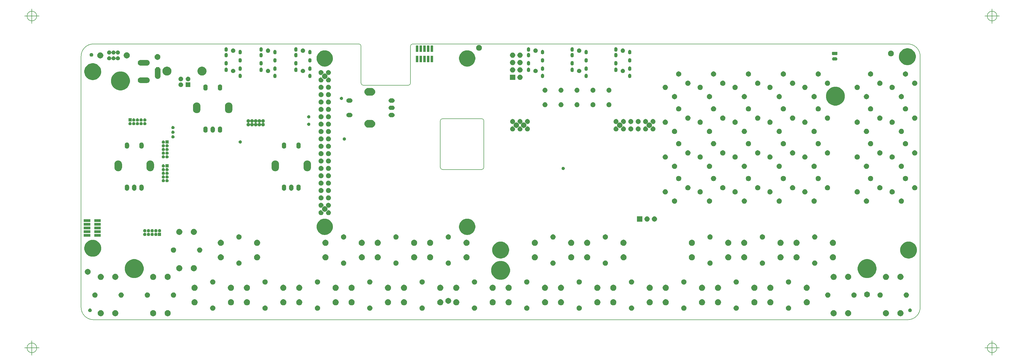
<source format=gbr>
%TF.GenerationSoftware,KiCad,Pcbnew,5.1.5+dfsg1-2build2*%
%TF.CreationDate,2020-06-25T19:46:47+02:00*%
%TF.ProjectId,OTTOdiy_SMD,4f54544f-6469-4795-9f53-4d442e6b6963,rev?*%
%TF.SameCoordinates,PX269fb20PYbb65a20*%
%TF.FileFunction,Soldermask,Top*%
%TF.FilePolarity,Negative*%
%FSLAX46Y46*%
G04 Gerber Fmt 4.6, Leading zero omitted, Abs format (unit mm)*
G04 Created by KiCad (PCBNEW 5.1.5+dfsg1-2build2) date 2020-06-25 19:46:47*
%MOMM*%
%LPD*%
G04 APERTURE LIST*
%ADD10C,0.150000*%
G04 APERTURE END LIST*
D10*
X-38833334Y196500000D02*
G75*
G03X-38833334Y196500000I-1666666J0D01*
G01*
X-43000000Y196500000D02*
X-38000000Y196500000D01*
X-40500000Y199000000D02*
X-40500000Y194000000D01*
X-23570000Y182650000D02*
X-23570000Y96150000D01*
X89700000Y186150000D02*
G75*
G02X90450000Y186900000I750000J0D01*
G01*
X71950000Y186900000D02*
G75*
G02X72700000Y186150000I0J-750000D01*
G01*
X71950000Y186900000D02*
X-19320000Y186900000D01*
X260720000Y186900000D02*
X90450000Y186900000D01*
X89700000Y173400000D02*
G75*
G02X88950000Y172650000I-750000J0D01*
G01*
X73450000Y172650000D02*
G75*
G02X72700000Y173400000I0J750000D01*
G01*
X72700000Y186150000D02*
X72700000Y173400000D01*
X89700000Y186150000D02*
X89700000Y173400000D01*
X88950000Y172650000D02*
X73450000Y172650000D01*
X100700000Y143650000D02*
G75*
G02X99950000Y144400000I0J750000D01*
G01*
X114950000Y144400000D02*
G75*
G02X114200000Y143650000I-750000J0D01*
G01*
X99950000Y160400000D02*
G75*
G02X100700000Y161150000I750000J0D01*
G01*
X114200000Y161150000D02*
G75*
G02X114950000Y160400000I0J-750000D01*
G01*
X100700000Y161150000D02*
X114200000Y161150000D01*
X100700000Y143650000D02*
X114200000Y143650000D01*
X99950000Y160400000D02*
X99950000Y144400000D01*
X114950000Y160400000D02*
X114950000Y144400000D01*
X-38833334Y82200000D02*
G75*
G03X-38833334Y82200000I-1666666J0D01*
G01*
X-43000000Y82200000D02*
X-38000000Y82200000D01*
X-40500000Y84700000D02*
X-40500000Y79700000D01*
X291366666Y82200000D02*
G75*
G03X291366666Y82200000I-1666666J0D01*
G01*
X287200000Y82200000D02*
X292200000Y82200000D01*
X289700000Y84700000D02*
X289700000Y79700000D01*
X291366666Y196500000D02*
G75*
G03X291366666Y196500000I-1666666J0D01*
G01*
X287200000Y196500000D02*
X292200000Y196500000D01*
X289700000Y199000000D02*
X289700000Y194000000D01*
X260720000Y186900000D02*
G75*
G02X264970000Y182650000I0J-4250000D01*
G01*
X264970000Y96150000D02*
G75*
G02X260720000Y91900000I-4250000J0D01*
G01*
X-19320000Y91900000D02*
G75*
G02X-23570000Y96150000I0J4250000D01*
G01*
X-23570000Y182650000D02*
G75*
G02X-19320000Y186900000I4250000J0D01*
G01*
X264970000Y96150000D02*
X264970000Y182650000D01*
X-19320000Y91900000D02*
X260720000Y91900000D01*
G36*
X-11498436Y95160611D02*
G01*
X-11307162Y95081384D01*
X-11135028Y94966367D01*
X-10988633Y94819972D01*
X-10873616Y94647838D01*
X-10794389Y94456564D01*
X-10754000Y94253516D01*
X-10754000Y94046484D01*
X-10794389Y93843436D01*
X-10873616Y93652162D01*
X-10988633Y93480028D01*
X-11135028Y93333633D01*
X-11307162Y93218616D01*
X-11498436Y93139389D01*
X-11701484Y93099000D01*
X-11908516Y93099000D01*
X-12111564Y93139389D01*
X-12302838Y93218616D01*
X-12474972Y93333633D01*
X-12621367Y93480028D01*
X-12736384Y93652162D01*
X-12815611Y93843436D01*
X-12856000Y94046484D01*
X-12856000Y94253516D01*
X-12815611Y94456564D01*
X-12736384Y94647838D01*
X-12621367Y94819972D01*
X-12474972Y94966367D01*
X-12302838Y95081384D01*
X-12111564Y95160611D01*
X-11908516Y95201000D01*
X-11701484Y95201000D01*
X-11498436Y95160611D01*
G37*
G36*
X258506564Y95160611D02*
G01*
X258697838Y95081384D01*
X258869972Y94966367D01*
X259016367Y94819972D01*
X259131384Y94647838D01*
X259210611Y94456564D01*
X259251000Y94253516D01*
X259251000Y94046484D01*
X259210611Y93843436D01*
X259131384Y93652162D01*
X259016367Y93480028D01*
X258869972Y93333633D01*
X258697838Y93218616D01*
X258506564Y93139389D01*
X258303516Y93099000D01*
X258096484Y93099000D01*
X257893436Y93139389D01*
X257702162Y93218616D01*
X257530028Y93333633D01*
X257383633Y93480028D01*
X257268616Y93652162D01*
X257189389Y93843436D01*
X257149000Y94046484D01*
X257149000Y94253516D01*
X257189389Y94456564D01*
X257268616Y94647838D01*
X257383633Y94819972D01*
X257530028Y94966367D01*
X257702162Y95081384D01*
X257893436Y95160611D01*
X258096484Y95201000D01*
X258303516Y95201000D01*
X258506564Y95160611D01*
G37*
G36*
X253506564Y95160611D02*
G01*
X253697838Y95081384D01*
X253869972Y94966367D01*
X254016367Y94819972D01*
X254131384Y94647838D01*
X254210611Y94456564D01*
X254251000Y94253516D01*
X254251000Y94046484D01*
X254210611Y93843436D01*
X254131384Y93652162D01*
X254016367Y93480028D01*
X253869972Y93333633D01*
X253697838Y93218616D01*
X253506564Y93139389D01*
X253303516Y93099000D01*
X253096484Y93099000D01*
X252893436Y93139389D01*
X252702162Y93218616D01*
X252530028Y93333633D01*
X252383633Y93480028D01*
X252268616Y93652162D01*
X252189389Y93843436D01*
X252149000Y94046484D01*
X252149000Y94253516D01*
X252189389Y94456564D01*
X252268616Y94647838D01*
X252383633Y94819972D01*
X252530028Y94966367D01*
X252702162Y95081384D01*
X252893436Y95160611D01*
X253096484Y95201000D01*
X253303516Y95201000D01*
X253506564Y95160611D01*
G37*
G36*
X235506564Y95160611D02*
G01*
X235697838Y95081384D01*
X235869972Y94966367D01*
X236016367Y94819972D01*
X236131384Y94647838D01*
X236210611Y94456564D01*
X236251000Y94253516D01*
X236251000Y94046484D01*
X236210611Y93843436D01*
X236131384Y93652162D01*
X236016367Y93480028D01*
X235869972Y93333633D01*
X235697838Y93218616D01*
X235506564Y93139389D01*
X235303516Y93099000D01*
X235096484Y93099000D01*
X234893436Y93139389D01*
X234702162Y93218616D01*
X234530028Y93333633D01*
X234383633Y93480028D01*
X234268616Y93652162D01*
X234189389Y93843436D01*
X234149000Y94046484D01*
X234149000Y94253516D01*
X234189389Y94456564D01*
X234268616Y94647838D01*
X234383633Y94819972D01*
X234530028Y94966367D01*
X234702162Y95081384D01*
X234893436Y95160611D01*
X235096484Y95201000D01*
X235303516Y95201000D01*
X235506564Y95160611D01*
G37*
G36*
X240506564Y95160611D02*
G01*
X240697838Y95081384D01*
X240869972Y94966367D01*
X241016367Y94819972D01*
X241131384Y94647838D01*
X241210611Y94456564D01*
X241251000Y94253516D01*
X241251000Y94046484D01*
X241210611Y93843436D01*
X241131384Y93652162D01*
X241016367Y93480028D01*
X240869972Y93333633D01*
X240697838Y93218616D01*
X240506564Y93139389D01*
X240303516Y93099000D01*
X240096484Y93099000D01*
X239893436Y93139389D01*
X239702162Y93218616D01*
X239530028Y93333633D01*
X239383633Y93480028D01*
X239268616Y93652162D01*
X239189389Y93843436D01*
X239149000Y94046484D01*
X239149000Y94253516D01*
X239189389Y94456564D01*
X239268616Y94647838D01*
X239383633Y94819972D01*
X239530028Y94966367D01*
X239702162Y95081384D01*
X239893436Y95160611D01*
X240096484Y95201000D01*
X240303516Y95201000D01*
X240506564Y95160611D01*
G37*
G36*
X6506564Y95160611D02*
G01*
X6697838Y95081384D01*
X6869972Y94966367D01*
X7016367Y94819972D01*
X7131384Y94647838D01*
X7210611Y94456564D01*
X7251000Y94253516D01*
X7251000Y94046484D01*
X7210611Y93843436D01*
X7131384Y93652162D01*
X7016367Y93480028D01*
X6869972Y93333633D01*
X6697838Y93218616D01*
X6506564Y93139389D01*
X6303516Y93099000D01*
X6096484Y93099000D01*
X5893436Y93139389D01*
X5702162Y93218616D01*
X5530028Y93333633D01*
X5383633Y93480028D01*
X5268616Y93652162D01*
X5189389Y93843436D01*
X5149000Y94046484D01*
X5149000Y94253516D01*
X5189389Y94456564D01*
X5268616Y94647838D01*
X5383633Y94819972D01*
X5530028Y94966367D01*
X5702162Y95081384D01*
X5893436Y95160611D01*
X6096484Y95201000D01*
X6303516Y95201000D01*
X6506564Y95160611D01*
G37*
G36*
X-16498436Y95160611D02*
G01*
X-16307162Y95081384D01*
X-16135028Y94966367D01*
X-15988633Y94819972D01*
X-15873616Y94647838D01*
X-15794389Y94456564D01*
X-15754000Y94253516D01*
X-15754000Y94046484D01*
X-15794389Y93843436D01*
X-15873616Y93652162D01*
X-15988633Y93480028D01*
X-16135028Y93333633D01*
X-16307162Y93218616D01*
X-16498436Y93139389D01*
X-16701484Y93099000D01*
X-16908516Y93099000D01*
X-17111564Y93139389D01*
X-17302838Y93218616D01*
X-17474972Y93333633D01*
X-17621367Y93480028D01*
X-17736384Y93652162D01*
X-17815611Y93843436D01*
X-17856000Y94046484D01*
X-17856000Y94253516D01*
X-17815611Y94456564D01*
X-17736384Y94647838D01*
X-17621367Y94819972D01*
X-17474972Y94966367D01*
X-17302838Y95081384D01*
X-17111564Y95160611D01*
X-16908516Y95201000D01*
X-16701484Y95201000D01*
X-16498436Y95160611D01*
G37*
G36*
X1506564Y95160611D02*
G01*
X1697838Y95081384D01*
X1869972Y94966367D01*
X2016367Y94819972D01*
X2131384Y94647838D01*
X2210611Y94456564D01*
X2251000Y94253516D01*
X2251000Y94046484D01*
X2210611Y93843436D01*
X2131384Y93652162D01*
X2016367Y93480028D01*
X1869972Y93333633D01*
X1697838Y93218616D01*
X1506564Y93139389D01*
X1303516Y93099000D01*
X1096484Y93099000D01*
X893436Y93139389D01*
X702162Y93218616D01*
X530028Y93333633D01*
X383633Y93480028D01*
X268616Y93652162D01*
X189389Y93843436D01*
X149000Y94046484D01*
X149000Y94253516D01*
X189389Y94456564D01*
X268616Y94647838D01*
X383633Y94819972D01*
X530028Y94966367D01*
X702162Y95081384D01*
X893436Y95160611D01*
X1096484Y95201000D01*
X1303516Y95201000D01*
X1506564Y95160611D01*
G37*
G36*
X261652889Y95752905D02*
G01*
X261766996Y95705641D01*
X261843840Y95654294D01*
X261869689Y95637023D01*
X261957023Y95549689D01*
X261957024Y95549687D01*
X262025641Y95446996D01*
X262072905Y95332889D01*
X262097000Y95211755D01*
X262097000Y95088245D01*
X262072905Y94967111D01*
X262025641Y94853004D01*
X262003569Y94819972D01*
X261957023Y94750311D01*
X261869689Y94662977D01*
X261847032Y94647838D01*
X261766996Y94594359D01*
X261652889Y94547095D01*
X261531755Y94523000D01*
X261408245Y94523000D01*
X261287111Y94547095D01*
X261173004Y94594359D01*
X261092968Y94647838D01*
X261070311Y94662977D01*
X260982977Y94750311D01*
X260936431Y94819972D01*
X260914359Y94853004D01*
X260867095Y94967111D01*
X260843000Y95088245D01*
X260843000Y95211755D01*
X260867095Y95332889D01*
X260914359Y95446996D01*
X260982976Y95549687D01*
X260982977Y95549689D01*
X261070311Y95637023D01*
X261096160Y95654294D01*
X261173004Y95705641D01*
X261287111Y95752905D01*
X261408245Y95777000D01*
X261531755Y95777000D01*
X261652889Y95752905D01*
G37*
G36*
X-20347111Y95752905D02*
G01*
X-20233004Y95705641D01*
X-20156160Y95654294D01*
X-20130311Y95637023D01*
X-20042977Y95549689D01*
X-20042976Y95549687D01*
X-19974359Y95446996D01*
X-19927095Y95332889D01*
X-19903000Y95211755D01*
X-19903000Y95088245D01*
X-19927095Y94967111D01*
X-19974359Y94853004D01*
X-19996431Y94819972D01*
X-20042977Y94750311D01*
X-20130311Y94662977D01*
X-20152968Y94647838D01*
X-20233004Y94594359D01*
X-20347111Y94547095D01*
X-20468245Y94523000D01*
X-20591755Y94523000D01*
X-20712889Y94547095D01*
X-20826996Y94594359D01*
X-20907032Y94647838D01*
X-20929689Y94662977D01*
X-21017023Y94750311D01*
X-21063569Y94819972D01*
X-21085641Y94853004D01*
X-21132905Y94967111D01*
X-21157000Y95088245D01*
X-21157000Y95211755D01*
X-21132905Y95332889D01*
X-21085641Y95446996D01*
X-21017024Y95549687D01*
X-21017023Y95549689D01*
X-20929689Y95637023D01*
X-20903840Y95654294D01*
X-20826996Y95705641D01*
X-20712889Y95752905D01*
X-20591755Y95777000D01*
X-20468245Y95777000D01*
X-20347111Y95752905D01*
G37*
G36*
X75962812Y96766376D02*
G01*
X76126784Y96698456D01*
X76126786Y96698455D01*
X76200569Y96649154D01*
X76274354Y96599853D01*
X76399853Y96474354D01*
X76498456Y96326784D01*
X76566376Y96162812D01*
X76601000Y95988741D01*
X76601000Y95811259D01*
X76566376Y95637188D01*
X76498456Y95473216D01*
X76498455Y95473214D01*
X76449155Y95399431D01*
X76399853Y95325646D01*
X76274354Y95200147D01*
X76215184Y95160611D01*
X76126786Y95101545D01*
X76126785Y95101544D01*
X76126784Y95101544D01*
X75962812Y95033624D01*
X75788741Y94999000D01*
X75611259Y94999000D01*
X75437188Y95033624D01*
X75273216Y95101544D01*
X75273215Y95101544D01*
X75273214Y95101545D01*
X75184816Y95160611D01*
X75125646Y95200147D01*
X75000147Y95325646D01*
X74950845Y95399431D01*
X74901545Y95473214D01*
X74901544Y95473216D01*
X74833624Y95637188D01*
X74799000Y95811259D01*
X74799000Y95988741D01*
X74833624Y96162812D01*
X74901544Y96326784D01*
X75000147Y96474354D01*
X75125646Y96599853D01*
X75199431Y96649154D01*
X75273214Y96698455D01*
X75273216Y96698456D01*
X75437188Y96766376D01*
X75611259Y96801000D01*
X75788741Y96801000D01*
X75962812Y96766376D01*
G37*
G36*
X21962812Y96766376D02*
G01*
X22126784Y96698456D01*
X22126786Y96698455D01*
X22200569Y96649154D01*
X22274354Y96599853D01*
X22399853Y96474354D01*
X22498456Y96326784D01*
X22566376Y96162812D01*
X22601000Y95988741D01*
X22601000Y95811259D01*
X22566376Y95637188D01*
X22498456Y95473216D01*
X22498455Y95473214D01*
X22449155Y95399431D01*
X22399853Y95325646D01*
X22274354Y95200147D01*
X22215184Y95160611D01*
X22126786Y95101545D01*
X22126785Y95101544D01*
X22126784Y95101544D01*
X21962812Y95033624D01*
X21788741Y94999000D01*
X21611259Y94999000D01*
X21437188Y95033624D01*
X21273216Y95101544D01*
X21273215Y95101544D01*
X21273214Y95101545D01*
X21184816Y95160611D01*
X21125646Y95200147D01*
X21000147Y95325646D01*
X20950845Y95399431D01*
X20901545Y95473214D01*
X20901544Y95473216D01*
X20833624Y95637188D01*
X20799000Y95811259D01*
X20799000Y95988741D01*
X20833624Y96162812D01*
X20901544Y96326784D01*
X21000147Y96474354D01*
X21125646Y96599853D01*
X21199431Y96649154D01*
X21273214Y96698455D01*
X21273216Y96698456D01*
X21437188Y96766376D01*
X21611259Y96801000D01*
X21788741Y96801000D01*
X21962812Y96766376D01*
G37*
G36*
X39962812Y96766376D02*
G01*
X40126784Y96698456D01*
X40126786Y96698455D01*
X40200569Y96649154D01*
X40274354Y96599853D01*
X40399853Y96474354D01*
X40498456Y96326784D01*
X40566376Y96162812D01*
X40601000Y95988741D01*
X40601000Y95811259D01*
X40566376Y95637188D01*
X40498456Y95473216D01*
X40498455Y95473214D01*
X40449155Y95399431D01*
X40399853Y95325646D01*
X40274354Y95200147D01*
X40215184Y95160611D01*
X40126786Y95101545D01*
X40126785Y95101544D01*
X40126784Y95101544D01*
X39962812Y95033624D01*
X39788741Y94999000D01*
X39611259Y94999000D01*
X39437188Y95033624D01*
X39273216Y95101544D01*
X39273215Y95101544D01*
X39273214Y95101545D01*
X39184816Y95160611D01*
X39125646Y95200147D01*
X39000147Y95325646D01*
X38950845Y95399431D01*
X38901545Y95473214D01*
X38901544Y95473216D01*
X38833624Y95637188D01*
X38799000Y95811259D01*
X38799000Y95988741D01*
X38833624Y96162812D01*
X38901544Y96326784D01*
X39000147Y96474354D01*
X39125646Y96599853D01*
X39199431Y96649154D01*
X39273214Y96698455D01*
X39273216Y96698456D01*
X39437188Y96766376D01*
X39611259Y96801000D01*
X39788741Y96801000D01*
X39962812Y96766376D01*
G37*
G36*
X93962812Y96766376D02*
G01*
X94126784Y96698456D01*
X94126786Y96698455D01*
X94200569Y96649154D01*
X94274354Y96599853D01*
X94399853Y96474354D01*
X94498456Y96326784D01*
X94566376Y96162812D01*
X94601000Y95988741D01*
X94601000Y95811259D01*
X94566376Y95637188D01*
X94498456Y95473216D01*
X94498455Y95473214D01*
X94449155Y95399431D01*
X94399853Y95325646D01*
X94274354Y95200147D01*
X94215184Y95160611D01*
X94126786Y95101545D01*
X94126785Y95101544D01*
X94126784Y95101544D01*
X93962812Y95033624D01*
X93788741Y94999000D01*
X93611259Y94999000D01*
X93437188Y95033624D01*
X93273216Y95101544D01*
X93273215Y95101544D01*
X93273214Y95101545D01*
X93184816Y95160611D01*
X93125646Y95200147D01*
X93000147Y95325646D01*
X92950845Y95399431D01*
X92901545Y95473214D01*
X92901544Y95473216D01*
X92833624Y95637188D01*
X92799000Y95811259D01*
X92799000Y95988741D01*
X92833624Y96162812D01*
X92901544Y96326784D01*
X93000147Y96474354D01*
X93125646Y96599853D01*
X93199431Y96649154D01*
X93273214Y96698455D01*
X93273216Y96698456D01*
X93437188Y96766376D01*
X93611259Y96801000D01*
X93788741Y96801000D01*
X93962812Y96766376D01*
G37*
G36*
X111962812Y96766376D02*
G01*
X112126784Y96698456D01*
X112126786Y96698455D01*
X112200569Y96649154D01*
X112274354Y96599853D01*
X112399853Y96474354D01*
X112498456Y96326784D01*
X112566376Y96162812D01*
X112601000Y95988741D01*
X112601000Y95811259D01*
X112566376Y95637188D01*
X112498456Y95473216D01*
X112498455Y95473214D01*
X112449155Y95399431D01*
X112399853Y95325646D01*
X112274354Y95200147D01*
X112215184Y95160611D01*
X112126786Y95101545D01*
X112126785Y95101544D01*
X112126784Y95101544D01*
X111962812Y95033624D01*
X111788741Y94999000D01*
X111611259Y94999000D01*
X111437188Y95033624D01*
X111273216Y95101544D01*
X111273215Y95101544D01*
X111273214Y95101545D01*
X111184816Y95160611D01*
X111125646Y95200147D01*
X111000147Y95325646D01*
X110950845Y95399431D01*
X110901545Y95473214D01*
X110901544Y95473216D01*
X110833624Y95637188D01*
X110799000Y95811259D01*
X110799000Y95988741D01*
X110833624Y96162812D01*
X110901544Y96326784D01*
X111000147Y96474354D01*
X111125646Y96599853D01*
X111199431Y96649154D01*
X111273214Y96698455D01*
X111273216Y96698456D01*
X111437188Y96766376D01*
X111611259Y96801000D01*
X111788741Y96801000D01*
X111962812Y96766376D01*
G37*
G36*
X57962812Y96766376D02*
G01*
X58126784Y96698456D01*
X58126786Y96698455D01*
X58200569Y96649154D01*
X58274354Y96599853D01*
X58399853Y96474354D01*
X58498456Y96326784D01*
X58566376Y96162812D01*
X58601000Y95988741D01*
X58601000Y95811259D01*
X58566376Y95637188D01*
X58498456Y95473216D01*
X58498455Y95473214D01*
X58449155Y95399431D01*
X58399853Y95325646D01*
X58274354Y95200147D01*
X58215184Y95160611D01*
X58126786Y95101545D01*
X58126785Y95101544D01*
X58126784Y95101544D01*
X57962812Y95033624D01*
X57788741Y94999000D01*
X57611259Y94999000D01*
X57437188Y95033624D01*
X57273216Y95101544D01*
X57273215Y95101544D01*
X57273214Y95101545D01*
X57184816Y95160611D01*
X57125646Y95200147D01*
X57000147Y95325646D01*
X56950845Y95399431D01*
X56901545Y95473214D01*
X56901544Y95473216D01*
X56833624Y95637188D01*
X56799000Y95811259D01*
X56799000Y95988741D01*
X56833624Y96162812D01*
X56901544Y96326784D01*
X57000147Y96474354D01*
X57125646Y96599853D01*
X57199431Y96649154D01*
X57273214Y96698455D01*
X57273216Y96698456D01*
X57437188Y96766376D01*
X57611259Y96801000D01*
X57788741Y96801000D01*
X57962812Y96766376D01*
G37*
G36*
X165962812Y96766376D02*
G01*
X166126784Y96698456D01*
X166126786Y96698455D01*
X166200569Y96649154D01*
X166274354Y96599853D01*
X166399853Y96474354D01*
X166498456Y96326784D01*
X166566376Y96162812D01*
X166601000Y95988741D01*
X166601000Y95811259D01*
X166566376Y95637188D01*
X166498456Y95473216D01*
X166498455Y95473214D01*
X166449155Y95399431D01*
X166399853Y95325646D01*
X166274354Y95200147D01*
X166215184Y95160611D01*
X166126786Y95101545D01*
X166126785Y95101544D01*
X166126784Y95101544D01*
X165962812Y95033624D01*
X165788741Y94999000D01*
X165611259Y94999000D01*
X165437188Y95033624D01*
X165273216Y95101544D01*
X165273215Y95101544D01*
X165273214Y95101545D01*
X165184816Y95160611D01*
X165125646Y95200147D01*
X165000147Y95325646D01*
X164950845Y95399431D01*
X164901545Y95473214D01*
X164901544Y95473216D01*
X164833624Y95637188D01*
X164799000Y95811259D01*
X164799000Y95988741D01*
X164833624Y96162812D01*
X164901544Y96326784D01*
X165000147Y96474354D01*
X165125646Y96599853D01*
X165199431Y96649154D01*
X165273214Y96698455D01*
X165273216Y96698456D01*
X165437188Y96766376D01*
X165611259Y96801000D01*
X165788741Y96801000D01*
X165962812Y96766376D01*
G37*
G36*
X183962812Y96766376D02*
G01*
X184126784Y96698456D01*
X184126786Y96698455D01*
X184200569Y96649154D01*
X184274354Y96599853D01*
X184399853Y96474354D01*
X184498456Y96326784D01*
X184566376Y96162812D01*
X184601000Y95988741D01*
X184601000Y95811259D01*
X184566376Y95637188D01*
X184498456Y95473216D01*
X184498455Y95473214D01*
X184449155Y95399431D01*
X184399853Y95325646D01*
X184274354Y95200147D01*
X184215184Y95160611D01*
X184126786Y95101545D01*
X184126785Y95101544D01*
X184126784Y95101544D01*
X183962812Y95033624D01*
X183788741Y94999000D01*
X183611259Y94999000D01*
X183437188Y95033624D01*
X183273216Y95101544D01*
X183273215Y95101544D01*
X183273214Y95101545D01*
X183184816Y95160611D01*
X183125646Y95200147D01*
X183000147Y95325646D01*
X182950845Y95399431D01*
X182901545Y95473214D01*
X182901544Y95473216D01*
X182833624Y95637188D01*
X182799000Y95811259D01*
X182799000Y95988741D01*
X182833624Y96162812D01*
X182901544Y96326784D01*
X183000147Y96474354D01*
X183125646Y96599853D01*
X183199431Y96649154D01*
X183273214Y96698455D01*
X183273216Y96698456D01*
X183437188Y96766376D01*
X183611259Y96801000D01*
X183788741Y96801000D01*
X183962812Y96766376D01*
G37*
G36*
X147962812Y96766376D02*
G01*
X148126784Y96698456D01*
X148126786Y96698455D01*
X148200569Y96649154D01*
X148274354Y96599853D01*
X148399853Y96474354D01*
X148498456Y96326784D01*
X148566376Y96162812D01*
X148601000Y95988741D01*
X148601000Y95811259D01*
X148566376Y95637188D01*
X148498456Y95473216D01*
X148498455Y95473214D01*
X148449155Y95399431D01*
X148399853Y95325646D01*
X148274354Y95200147D01*
X148215184Y95160611D01*
X148126786Y95101545D01*
X148126785Y95101544D01*
X148126784Y95101544D01*
X147962812Y95033624D01*
X147788741Y94999000D01*
X147611259Y94999000D01*
X147437188Y95033624D01*
X147273216Y95101544D01*
X147273215Y95101544D01*
X147273214Y95101545D01*
X147184816Y95160611D01*
X147125646Y95200147D01*
X147000147Y95325646D01*
X146950845Y95399431D01*
X146901545Y95473214D01*
X146901544Y95473216D01*
X146833624Y95637188D01*
X146799000Y95811259D01*
X146799000Y95988741D01*
X146833624Y96162812D01*
X146901544Y96326784D01*
X147000147Y96474354D01*
X147125646Y96599853D01*
X147199431Y96649154D01*
X147273214Y96698455D01*
X147273216Y96698456D01*
X147437188Y96766376D01*
X147611259Y96801000D01*
X147788741Y96801000D01*
X147962812Y96766376D01*
G37*
G36*
X201962812Y96766376D02*
G01*
X202126784Y96698456D01*
X202126786Y96698455D01*
X202200569Y96649154D01*
X202274354Y96599853D01*
X202399853Y96474354D01*
X202498456Y96326784D01*
X202566376Y96162812D01*
X202601000Y95988741D01*
X202601000Y95811259D01*
X202566376Y95637188D01*
X202498456Y95473216D01*
X202498455Y95473214D01*
X202449155Y95399431D01*
X202399853Y95325646D01*
X202274354Y95200147D01*
X202215184Y95160611D01*
X202126786Y95101545D01*
X202126785Y95101544D01*
X202126784Y95101544D01*
X201962812Y95033624D01*
X201788741Y94999000D01*
X201611259Y94999000D01*
X201437188Y95033624D01*
X201273216Y95101544D01*
X201273215Y95101544D01*
X201273214Y95101545D01*
X201184816Y95160611D01*
X201125646Y95200147D01*
X201000147Y95325646D01*
X200950845Y95399431D01*
X200901545Y95473214D01*
X200901544Y95473216D01*
X200833624Y95637188D01*
X200799000Y95811259D01*
X200799000Y95988741D01*
X200833624Y96162812D01*
X200901544Y96326784D01*
X201000147Y96474354D01*
X201125646Y96599853D01*
X201199431Y96649154D01*
X201273214Y96698455D01*
X201273216Y96698456D01*
X201437188Y96766376D01*
X201611259Y96801000D01*
X201788741Y96801000D01*
X201962812Y96766376D01*
G37*
G36*
X219962812Y96766376D02*
G01*
X220126784Y96698456D01*
X220126786Y96698455D01*
X220200569Y96649154D01*
X220274354Y96599853D01*
X220399853Y96474354D01*
X220498456Y96326784D01*
X220566376Y96162812D01*
X220601000Y95988741D01*
X220601000Y95811259D01*
X220566376Y95637188D01*
X220498456Y95473216D01*
X220498455Y95473214D01*
X220449155Y95399431D01*
X220399853Y95325646D01*
X220274354Y95200147D01*
X220215184Y95160611D01*
X220126786Y95101545D01*
X220126785Y95101544D01*
X220126784Y95101544D01*
X219962812Y95033624D01*
X219788741Y94999000D01*
X219611259Y94999000D01*
X219437188Y95033624D01*
X219273216Y95101544D01*
X219273215Y95101544D01*
X219273214Y95101545D01*
X219184816Y95160611D01*
X219125646Y95200147D01*
X219000147Y95325646D01*
X218950845Y95399431D01*
X218901545Y95473214D01*
X218901544Y95473216D01*
X218833624Y95637188D01*
X218799000Y95811259D01*
X218799000Y95988741D01*
X218833624Y96162812D01*
X218901544Y96326784D01*
X219000147Y96474354D01*
X219125646Y96599853D01*
X219199431Y96649154D01*
X219273214Y96698455D01*
X219273216Y96698456D01*
X219437188Y96766376D01*
X219611259Y96801000D01*
X219788741Y96801000D01*
X219962812Y96766376D01*
G37*
G36*
X129962812Y96766376D02*
G01*
X130126784Y96698456D01*
X130126786Y96698455D01*
X130200569Y96649154D01*
X130274354Y96599853D01*
X130399853Y96474354D01*
X130498456Y96326784D01*
X130566376Y96162812D01*
X130601000Y95988741D01*
X130601000Y95811259D01*
X130566376Y95637188D01*
X130498456Y95473216D01*
X130498455Y95473214D01*
X130449155Y95399431D01*
X130399853Y95325646D01*
X130274354Y95200147D01*
X130215184Y95160611D01*
X130126786Y95101545D01*
X130126785Y95101544D01*
X130126784Y95101544D01*
X129962812Y95033624D01*
X129788741Y94999000D01*
X129611259Y94999000D01*
X129437188Y95033624D01*
X129273216Y95101544D01*
X129273215Y95101544D01*
X129273214Y95101545D01*
X129184816Y95160611D01*
X129125646Y95200147D01*
X129000147Y95325646D01*
X128950845Y95399431D01*
X128901545Y95473214D01*
X128901544Y95473216D01*
X128833624Y95637188D01*
X128799000Y95811259D01*
X128799000Y95988741D01*
X128833624Y96162812D01*
X128901544Y96326784D01*
X129000147Y96474354D01*
X129125646Y96599853D01*
X129199431Y96649154D01*
X129273214Y96698455D01*
X129273216Y96698456D01*
X129437188Y96766376D01*
X129611259Y96801000D01*
X129788741Y96801000D01*
X129962812Y96766376D01*
G37*
G36*
X82266564Y98910611D02*
G01*
X82457838Y98831384D01*
X82629972Y98716367D01*
X82776367Y98569972D01*
X82891384Y98397838D01*
X82970611Y98206564D01*
X83011000Y98003516D01*
X83011000Y97796484D01*
X82970611Y97593436D01*
X82891384Y97402162D01*
X82776367Y97230028D01*
X82629972Y97083633D01*
X82457838Y96968616D01*
X82266564Y96889389D01*
X82063516Y96849000D01*
X81856484Y96849000D01*
X81653436Y96889389D01*
X81462162Y96968616D01*
X81290028Y97083633D01*
X81143633Y97230028D01*
X81028616Y97402162D01*
X80949389Y97593436D01*
X80909000Y97796484D01*
X80909000Y98003516D01*
X80949389Y98206564D01*
X81028616Y98397838D01*
X81143633Y98569972D01*
X81290028Y98716367D01*
X81462162Y98831384D01*
X81653436Y98910611D01*
X81856484Y98951000D01*
X82063516Y98951000D01*
X82266564Y98910611D01*
G37*
G36*
X190266564Y98910611D02*
G01*
X190457838Y98831384D01*
X190629972Y98716367D01*
X190776367Y98569972D01*
X190891384Y98397838D01*
X190970611Y98206564D01*
X191011000Y98003516D01*
X191011000Y97796484D01*
X190970611Y97593436D01*
X190891384Y97402162D01*
X190776367Y97230028D01*
X190629972Y97083633D01*
X190457838Y96968616D01*
X190266564Y96889389D01*
X190063516Y96849000D01*
X189856484Y96849000D01*
X189653436Y96889389D01*
X189462162Y96968616D01*
X189290028Y97083633D01*
X189143633Y97230028D01*
X189028616Y97402162D01*
X188949389Y97593436D01*
X188909000Y97796484D01*
X188909000Y98003516D01*
X188949389Y98206564D01*
X189028616Y98397838D01*
X189143633Y98569972D01*
X189290028Y98716367D01*
X189462162Y98831384D01*
X189653436Y98910611D01*
X189856484Y98951000D01*
X190063516Y98951000D01*
X190266564Y98910611D01*
G37*
G36*
X51756564Y98910611D02*
G01*
X51947838Y98831384D01*
X52119972Y98716367D01*
X52266367Y98569972D01*
X52381384Y98397838D01*
X52460611Y98206564D01*
X52501000Y98003516D01*
X52501000Y97796484D01*
X52460611Y97593436D01*
X52381384Y97402162D01*
X52266367Y97230028D01*
X52119972Y97083633D01*
X51947838Y96968616D01*
X51756564Y96889389D01*
X51553516Y96849000D01*
X51346484Y96849000D01*
X51143436Y96889389D01*
X50952162Y96968616D01*
X50780028Y97083633D01*
X50633633Y97230028D01*
X50518616Y97402162D01*
X50439389Y97593436D01*
X50399000Y97796484D01*
X50399000Y98003516D01*
X50439389Y98206564D01*
X50518616Y98397838D01*
X50633633Y98569972D01*
X50780028Y98716367D01*
X50952162Y98831384D01*
X51143436Y98910611D01*
X51346484Y98951000D01*
X51553516Y98951000D01*
X51756564Y98910611D01*
G37*
G36*
X64266564Y98910611D02*
G01*
X64457838Y98831384D01*
X64629972Y98716367D01*
X64776367Y98569972D01*
X64891384Y98397838D01*
X64970611Y98206564D01*
X65011000Y98003516D01*
X65011000Y97796484D01*
X64970611Y97593436D01*
X64891384Y97402162D01*
X64776367Y97230028D01*
X64629972Y97083633D01*
X64457838Y96968616D01*
X64266564Y96889389D01*
X64063516Y96849000D01*
X63856484Y96849000D01*
X63653436Y96889389D01*
X63462162Y96968616D01*
X63290028Y97083633D01*
X63143633Y97230028D01*
X63028616Y97402162D01*
X62949389Y97593436D01*
X62909000Y97796484D01*
X62909000Y98003516D01*
X62949389Y98206564D01*
X63028616Y98397838D01*
X63143633Y98569972D01*
X63290028Y98716367D01*
X63462162Y98831384D01*
X63653436Y98910611D01*
X63856484Y98951000D01*
X64063516Y98951000D01*
X64266564Y98910611D01*
G37*
G36*
X195756564Y98910611D02*
G01*
X195947838Y98831384D01*
X196119972Y98716367D01*
X196266367Y98569972D01*
X196381384Y98397838D01*
X196460611Y98206564D01*
X196501000Y98003516D01*
X196501000Y97796484D01*
X196460611Y97593436D01*
X196381384Y97402162D01*
X196266367Y97230028D01*
X196119972Y97083633D01*
X195947838Y96968616D01*
X195756564Y96889389D01*
X195553516Y96849000D01*
X195346484Y96849000D01*
X195143436Y96889389D01*
X194952162Y96968616D01*
X194780028Y97083633D01*
X194633633Y97230028D01*
X194518616Y97402162D01*
X194439389Y97593436D01*
X194399000Y97796484D01*
X194399000Y98003516D01*
X194439389Y98206564D01*
X194518616Y98397838D01*
X194633633Y98569972D01*
X194780028Y98716367D01*
X194952162Y98831384D01*
X195143436Y98910611D01*
X195346484Y98951000D01*
X195553516Y98951000D01*
X195756564Y98910611D01*
G37*
G36*
X46266564Y98910611D02*
G01*
X46457838Y98831384D01*
X46629972Y98716367D01*
X46776367Y98569972D01*
X46891384Y98397838D01*
X46970611Y98206564D01*
X47011000Y98003516D01*
X47011000Y97796484D01*
X46970611Y97593436D01*
X46891384Y97402162D01*
X46776367Y97230028D01*
X46629972Y97083633D01*
X46457838Y96968616D01*
X46266564Y96889389D01*
X46063516Y96849000D01*
X45856484Y96849000D01*
X45653436Y96889389D01*
X45462162Y96968616D01*
X45290028Y97083633D01*
X45143633Y97230028D01*
X45028616Y97402162D01*
X44949389Y97593436D01*
X44909000Y97796484D01*
X44909000Y98003516D01*
X44949389Y98206564D01*
X45028616Y98397838D01*
X45143633Y98569972D01*
X45290028Y98716367D01*
X45462162Y98831384D01*
X45653436Y98910611D01*
X45856484Y98951000D01*
X46063516Y98951000D01*
X46266564Y98910611D01*
G37*
G36*
X208266564Y98910611D02*
G01*
X208457838Y98831384D01*
X208629972Y98716367D01*
X208776367Y98569972D01*
X208891384Y98397838D01*
X208970611Y98206564D01*
X209011000Y98003516D01*
X209011000Y97796484D01*
X208970611Y97593436D01*
X208891384Y97402162D01*
X208776367Y97230028D01*
X208629972Y97083633D01*
X208457838Y96968616D01*
X208266564Y96889389D01*
X208063516Y96849000D01*
X207856484Y96849000D01*
X207653436Y96889389D01*
X207462162Y96968616D01*
X207290028Y97083633D01*
X207143633Y97230028D01*
X207028616Y97402162D01*
X206949389Y97593436D01*
X206909000Y97796484D01*
X206909000Y98003516D01*
X206949389Y98206564D01*
X207028616Y98397838D01*
X207143633Y98569972D01*
X207290028Y98716367D01*
X207462162Y98831384D01*
X207653436Y98910611D01*
X207856484Y98951000D01*
X208063516Y98951000D01*
X208266564Y98910611D01*
G37*
G36*
X15756564Y98910611D02*
G01*
X15947838Y98831384D01*
X16119972Y98716367D01*
X16266367Y98569972D01*
X16381384Y98397838D01*
X16460611Y98206564D01*
X16501000Y98003516D01*
X16501000Y97796484D01*
X16460611Y97593436D01*
X16381384Y97402162D01*
X16266367Y97230028D01*
X16119972Y97083633D01*
X15947838Y96968616D01*
X15756564Y96889389D01*
X15553516Y96849000D01*
X15346484Y96849000D01*
X15143436Y96889389D01*
X14952162Y96968616D01*
X14780028Y97083633D01*
X14633633Y97230028D01*
X14518616Y97402162D01*
X14439389Y97593436D01*
X14399000Y97796484D01*
X14399000Y98003516D01*
X14439389Y98206564D01*
X14518616Y98397838D01*
X14633633Y98569972D01*
X14780028Y98716367D01*
X14952162Y98831384D01*
X15143436Y98910611D01*
X15346484Y98951000D01*
X15553516Y98951000D01*
X15756564Y98910611D01*
G37*
G36*
X28266564Y98910611D02*
G01*
X28457838Y98831384D01*
X28629972Y98716367D01*
X28776367Y98569972D01*
X28891384Y98397838D01*
X28970611Y98206564D01*
X29011000Y98003516D01*
X29011000Y97796484D01*
X28970611Y97593436D01*
X28891384Y97402162D01*
X28776367Y97230028D01*
X28629972Y97083633D01*
X28457838Y96968616D01*
X28266564Y96889389D01*
X28063516Y96849000D01*
X27856484Y96849000D01*
X27653436Y96889389D01*
X27462162Y96968616D01*
X27290028Y97083633D01*
X27143633Y97230028D01*
X27028616Y97402162D01*
X26949389Y97593436D01*
X26909000Y97796484D01*
X26909000Y98003516D01*
X26949389Y98206564D01*
X27028616Y98397838D01*
X27143633Y98569972D01*
X27290028Y98716367D01*
X27462162Y98831384D01*
X27653436Y98910611D01*
X27856484Y98951000D01*
X28063516Y98951000D01*
X28266564Y98910611D01*
G37*
G36*
X213756564Y98910611D02*
G01*
X213947838Y98831384D01*
X214119972Y98716367D01*
X214266367Y98569972D01*
X214381384Y98397838D01*
X214460611Y98206564D01*
X214501000Y98003516D01*
X214501000Y97796484D01*
X214460611Y97593436D01*
X214381384Y97402162D01*
X214266367Y97230028D01*
X214119972Y97083633D01*
X213947838Y96968616D01*
X213756564Y96889389D01*
X213553516Y96849000D01*
X213346484Y96849000D01*
X213143436Y96889389D01*
X212952162Y96968616D01*
X212780028Y97083633D01*
X212633633Y97230028D01*
X212518616Y97402162D01*
X212439389Y97593436D01*
X212399000Y97796484D01*
X212399000Y98003516D01*
X212439389Y98206564D01*
X212518616Y98397838D01*
X212633633Y98569972D01*
X212780028Y98716367D01*
X212952162Y98831384D01*
X213143436Y98910611D01*
X213346484Y98951000D01*
X213553516Y98951000D01*
X213756564Y98910611D01*
G37*
G36*
X226266564Y98910611D02*
G01*
X226457838Y98831384D01*
X226629972Y98716367D01*
X226776367Y98569972D01*
X226891384Y98397838D01*
X226970611Y98206564D01*
X227011000Y98003516D01*
X227011000Y97796484D01*
X226970611Y97593436D01*
X226891384Y97402162D01*
X226776367Y97230028D01*
X226629972Y97083633D01*
X226457838Y96968616D01*
X226266564Y96889389D01*
X226063516Y96849000D01*
X225856484Y96849000D01*
X225653436Y96889389D01*
X225462162Y96968616D01*
X225290028Y97083633D01*
X225143633Y97230028D01*
X225028616Y97402162D01*
X224949389Y97593436D01*
X224909000Y97796484D01*
X224909000Y98003516D01*
X224949389Y98206564D01*
X225028616Y98397838D01*
X225143633Y98569972D01*
X225290028Y98716367D01*
X225462162Y98831384D01*
X225653436Y98910611D01*
X225856484Y98951000D01*
X226063516Y98951000D01*
X226266564Y98910611D01*
G37*
G36*
X105756564Y98910611D02*
G01*
X105947838Y98831384D01*
X106119972Y98716367D01*
X106266367Y98569972D01*
X106381384Y98397838D01*
X106460611Y98206564D01*
X106501000Y98003516D01*
X106501000Y97796484D01*
X106460611Y97593436D01*
X106381384Y97402162D01*
X106266367Y97230028D01*
X106119972Y97083633D01*
X105947838Y96968616D01*
X105756564Y96889389D01*
X105553516Y96849000D01*
X105346484Y96849000D01*
X105143436Y96889389D01*
X104952162Y96968616D01*
X104780028Y97083633D01*
X104633633Y97230028D01*
X104518616Y97402162D01*
X104439389Y97593436D01*
X104399000Y97796484D01*
X104399000Y98003516D01*
X104439389Y98206564D01*
X104518616Y98397838D01*
X104633633Y98569972D01*
X104780028Y98716367D01*
X104952162Y98831384D01*
X105143436Y98910611D01*
X105346484Y98951000D01*
X105553516Y98951000D01*
X105756564Y98910611D01*
G37*
G36*
X177756564Y98910611D02*
G01*
X177947838Y98831384D01*
X178119972Y98716367D01*
X178266367Y98569972D01*
X178381384Y98397838D01*
X178460611Y98206564D01*
X178501000Y98003516D01*
X178501000Y97796484D01*
X178460611Y97593436D01*
X178381384Y97402162D01*
X178266367Y97230028D01*
X178119972Y97083633D01*
X177947838Y96968616D01*
X177756564Y96889389D01*
X177553516Y96849000D01*
X177346484Y96849000D01*
X177143436Y96889389D01*
X176952162Y96968616D01*
X176780028Y97083633D01*
X176633633Y97230028D01*
X176518616Y97402162D01*
X176439389Y97593436D01*
X176399000Y97796484D01*
X176399000Y98003516D01*
X176439389Y98206564D01*
X176518616Y98397838D01*
X176633633Y98569972D01*
X176780028Y98716367D01*
X176952162Y98831384D01*
X177143436Y98910611D01*
X177346484Y98951000D01*
X177553516Y98951000D01*
X177756564Y98910611D01*
G37*
G36*
X141756564Y98910611D02*
G01*
X141947838Y98831384D01*
X142119972Y98716367D01*
X142266367Y98569972D01*
X142381384Y98397838D01*
X142460611Y98206564D01*
X142501000Y98003516D01*
X142501000Y97796484D01*
X142460611Y97593436D01*
X142381384Y97402162D01*
X142266367Y97230028D01*
X142119972Y97083633D01*
X141947838Y96968616D01*
X141756564Y96889389D01*
X141553516Y96849000D01*
X141346484Y96849000D01*
X141143436Y96889389D01*
X140952162Y96968616D01*
X140780028Y97083633D01*
X140633633Y97230028D01*
X140518616Y97402162D01*
X140439389Y97593436D01*
X140399000Y97796484D01*
X140399000Y98003516D01*
X140439389Y98206564D01*
X140518616Y98397838D01*
X140633633Y98569972D01*
X140780028Y98716367D01*
X140952162Y98831384D01*
X141143436Y98910611D01*
X141346484Y98951000D01*
X141553516Y98951000D01*
X141756564Y98910611D01*
G37*
G36*
X33756564Y98910611D02*
G01*
X33947838Y98831384D01*
X34119972Y98716367D01*
X34266367Y98569972D01*
X34381384Y98397838D01*
X34460611Y98206564D01*
X34501000Y98003516D01*
X34501000Y97796484D01*
X34460611Y97593436D01*
X34381384Y97402162D01*
X34266367Y97230028D01*
X34119972Y97083633D01*
X33947838Y96968616D01*
X33756564Y96889389D01*
X33553516Y96849000D01*
X33346484Y96849000D01*
X33143436Y96889389D01*
X32952162Y96968616D01*
X32780028Y97083633D01*
X32633633Y97230028D01*
X32518616Y97402162D01*
X32439389Y97593436D01*
X32399000Y97796484D01*
X32399000Y98003516D01*
X32439389Y98206564D01*
X32518616Y98397838D01*
X32633633Y98569972D01*
X32780028Y98716367D01*
X32952162Y98831384D01*
X33143436Y98910611D01*
X33346484Y98951000D01*
X33553516Y98951000D01*
X33756564Y98910611D01*
G37*
G36*
X154266564Y98910611D02*
G01*
X154457838Y98831384D01*
X154629972Y98716367D01*
X154776367Y98569972D01*
X154891384Y98397838D01*
X154970611Y98206564D01*
X155011000Y98003516D01*
X155011000Y97796484D01*
X154970611Y97593436D01*
X154891384Y97402162D01*
X154776367Y97230028D01*
X154629972Y97083633D01*
X154457838Y96968616D01*
X154266564Y96889389D01*
X154063516Y96849000D01*
X153856484Y96849000D01*
X153653436Y96889389D01*
X153462162Y96968616D01*
X153290028Y97083633D01*
X153143633Y97230028D01*
X153028616Y97402162D01*
X152949389Y97593436D01*
X152909000Y97796484D01*
X152909000Y98003516D01*
X152949389Y98206564D01*
X153028616Y98397838D01*
X153143633Y98569972D01*
X153290028Y98716367D01*
X153462162Y98831384D01*
X153653436Y98910611D01*
X153856484Y98951000D01*
X154063516Y98951000D01*
X154266564Y98910611D01*
G37*
G36*
X123756564Y98910611D02*
G01*
X123947838Y98831384D01*
X124119972Y98716367D01*
X124266367Y98569972D01*
X124381384Y98397838D01*
X124460611Y98206564D01*
X124501000Y98003516D01*
X124501000Y97796484D01*
X124460611Y97593436D01*
X124381384Y97402162D01*
X124266367Y97230028D01*
X124119972Y97083633D01*
X123947838Y96968616D01*
X123756564Y96889389D01*
X123553516Y96849000D01*
X123346484Y96849000D01*
X123143436Y96889389D01*
X122952162Y96968616D01*
X122780028Y97083633D01*
X122633633Y97230028D01*
X122518616Y97402162D01*
X122439389Y97593436D01*
X122399000Y97796484D01*
X122399000Y98003516D01*
X122439389Y98206564D01*
X122518616Y98397838D01*
X122633633Y98569972D01*
X122780028Y98716367D01*
X122952162Y98831384D01*
X123143436Y98910611D01*
X123346484Y98951000D01*
X123553516Y98951000D01*
X123756564Y98910611D01*
G37*
G36*
X136266564Y98910611D02*
G01*
X136457838Y98831384D01*
X136629972Y98716367D01*
X136776367Y98569972D01*
X136891384Y98397838D01*
X136970611Y98206564D01*
X137011000Y98003516D01*
X137011000Y97796484D01*
X136970611Y97593436D01*
X136891384Y97402162D01*
X136776367Y97230028D01*
X136629972Y97083633D01*
X136457838Y96968616D01*
X136266564Y96889389D01*
X136063516Y96849000D01*
X135856484Y96849000D01*
X135653436Y96889389D01*
X135462162Y96968616D01*
X135290028Y97083633D01*
X135143633Y97230028D01*
X135028616Y97402162D01*
X134949389Y97593436D01*
X134909000Y97796484D01*
X134909000Y98003516D01*
X134949389Y98206564D01*
X135028616Y98397838D01*
X135143633Y98569972D01*
X135290028Y98716367D01*
X135462162Y98831384D01*
X135653436Y98910611D01*
X135856484Y98951000D01*
X136063516Y98951000D01*
X136266564Y98910611D01*
G37*
G36*
X159756564Y98910611D02*
G01*
X159947838Y98831384D01*
X160119972Y98716367D01*
X160266367Y98569972D01*
X160381384Y98397838D01*
X160460611Y98206564D01*
X160501000Y98003516D01*
X160501000Y97796484D01*
X160460611Y97593436D01*
X160381384Y97402162D01*
X160266367Y97230028D01*
X160119972Y97083633D01*
X159947838Y96968616D01*
X159756564Y96889389D01*
X159553516Y96849000D01*
X159346484Y96849000D01*
X159143436Y96889389D01*
X158952162Y96968616D01*
X158780028Y97083633D01*
X158633633Y97230028D01*
X158518616Y97402162D01*
X158439389Y97593436D01*
X158399000Y97796484D01*
X158399000Y98003516D01*
X158439389Y98206564D01*
X158518616Y98397838D01*
X158633633Y98569972D01*
X158780028Y98716367D01*
X158952162Y98831384D01*
X159143436Y98910611D01*
X159346484Y98951000D01*
X159553516Y98951000D01*
X159756564Y98910611D01*
G37*
G36*
X118266564Y98910611D02*
G01*
X118457838Y98831384D01*
X118629972Y98716367D01*
X118776367Y98569972D01*
X118891384Y98397838D01*
X118970611Y98206564D01*
X119011000Y98003516D01*
X119011000Y97796484D01*
X118970611Y97593436D01*
X118891384Y97402162D01*
X118776367Y97230028D01*
X118629972Y97083633D01*
X118457838Y96968616D01*
X118266564Y96889389D01*
X118063516Y96849000D01*
X117856484Y96849000D01*
X117653436Y96889389D01*
X117462162Y96968616D01*
X117290028Y97083633D01*
X117143633Y97230028D01*
X117028616Y97402162D01*
X116949389Y97593436D01*
X116909000Y97796484D01*
X116909000Y98003516D01*
X116949389Y98206564D01*
X117028616Y98397838D01*
X117143633Y98569972D01*
X117290028Y98716367D01*
X117462162Y98831384D01*
X117653436Y98910611D01*
X117856484Y98951000D01*
X118063516Y98951000D01*
X118266564Y98910611D01*
G37*
G36*
X172266564Y98910611D02*
G01*
X172457838Y98831384D01*
X172629972Y98716367D01*
X172776367Y98569972D01*
X172891384Y98397838D01*
X172970611Y98206564D01*
X173011000Y98003516D01*
X173011000Y97796484D01*
X172970611Y97593436D01*
X172891384Y97402162D01*
X172776367Y97230028D01*
X172629972Y97083633D01*
X172457838Y96968616D01*
X172266564Y96889389D01*
X172063516Y96849000D01*
X171856484Y96849000D01*
X171653436Y96889389D01*
X171462162Y96968616D01*
X171290028Y97083633D01*
X171143633Y97230028D01*
X171028616Y97402162D01*
X170949389Y97593436D01*
X170909000Y97796484D01*
X170909000Y98003516D01*
X170949389Y98206564D01*
X171028616Y98397838D01*
X171143633Y98569972D01*
X171290028Y98716367D01*
X171462162Y98831384D01*
X171653436Y98910611D01*
X171856484Y98951000D01*
X172063516Y98951000D01*
X172266564Y98910611D01*
G37*
G36*
X87756564Y98910611D02*
G01*
X87947838Y98831384D01*
X88119972Y98716367D01*
X88266367Y98569972D01*
X88381384Y98397838D01*
X88460611Y98206564D01*
X88501000Y98003516D01*
X88501000Y97796484D01*
X88460611Y97593436D01*
X88381384Y97402162D01*
X88266367Y97230028D01*
X88119972Y97083633D01*
X87947838Y96968616D01*
X87756564Y96889389D01*
X87553516Y96849000D01*
X87346484Y96849000D01*
X87143436Y96889389D01*
X86952162Y96968616D01*
X86780028Y97083633D01*
X86633633Y97230028D01*
X86518616Y97402162D01*
X86439389Y97593436D01*
X86399000Y97796484D01*
X86399000Y98003516D01*
X86439389Y98206564D01*
X86518616Y98397838D01*
X86633633Y98569972D01*
X86780028Y98716367D01*
X86952162Y98831384D01*
X87143436Y98910611D01*
X87346484Y98951000D01*
X87553516Y98951000D01*
X87756564Y98910611D01*
G37*
G36*
X100266564Y98910611D02*
G01*
X100457838Y98831384D01*
X100629972Y98716367D01*
X100776367Y98569972D01*
X100891384Y98397838D01*
X100970611Y98206564D01*
X101011000Y98003516D01*
X101011000Y97796484D01*
X100970611Y97593436D01*
X100891384Y97402162D01*
X100776367Y97230028D01*
X100629972Y97083633D01*
X100457838Y96968616D01*
X100266564Y96889389D01*
X100063516Y96849000D01*
X99856484Y96849000D01*
X99653436Y96889389D01*
X99462162Y96968616D01*
X99290028Y97083633D01*
X99143633Y97230028D01*
X99028616Y97402162D01*
X98949389Y97593436D01*
X98909000Y97796484D01*
X98909000Y98003516D01*
X98949389Y98206564D01*
X99028616Y98397838D01*
X99143633Y98569972D01*
X99290028Y98716367D01*
X99462162Y98831384D01*
X99653436Y98910611D01*
X99856484Y98951000D01*
X100063516Y98951000D01*
X100266564Y98910611D01*
G37*
G36*
X69756564Y98910611D02*
G01*
X69947838Y98831384D01*
X70119972Y98716367D01*
X70266367Y98569972D01*
X70381384Y98397838D01*
X70460611Y98206564D01*
X70501000Y98003516D01*
X70501000Y97796484D01*
X70460611Y97593436D01*
X70381384Y97402162D01*
X70266367Y97230028D01*
X70119972Y97083633D01*
X69947838Y96968616D01*
X69756564Y96889389D01*
X69553516Y96849000D01*
X69346484Y96849000D01*
X69143436Y96889389D01*
X68952162Y96968616D01*
X68780028Y97083633D01*
X68633633Y97230028D01*
X68518616Y97402162D01*
X68439389Y97593436D01*
X68399000Y97796484D01*
X68399000Y98003516D01*
X68439389Y98206564D01*
X68518616Y98397838D01*
X68633633Y98569972D01*
X68780028Y98716367D01*
X68952162Y98831384D01*
X69143436Y98910611D01*
X69346484Y98951000D01*
X69553516Y98951000D01*
X69756564Y98910611D01*
G37*
G36*
X102895090Y99380785D02*
G01*
X102991689Y99361571D01*
X103173678Y99286189D01*
X103337463Y99176751D01*
X103476751Y99037463D01*
X103586189Y98873678D01*
X103661571Y98691689D01*
X103661571Y98691687D01*
X103700000Y98498493D01*
X103700000Y98301507D01*
X103680786Y98204910D01*
X103661571Y98108311D01*
X103586189Y97926322D01*
X103476751Y97762537D01*
X103337463Y97623249D01*
X103173678Y97513811D01*
X102991689Y97438429D01*
X102895090Y97419214D01*
X102798493Y97400000D01*
X102601507Y97400000D01*
X102504910Y97419214D01*
X102408311Y97438429D01*
X102226322Y97513811D01*
X102062537Y97623249D01*
X101923249Y97762537D01*
X101813811Y97926322D01*
X101738429Y98108311D01*
X101719215Y98204910D01*
X101700000Y98301507D01*
X101700000Y98498493D01*
X101738429Y98691687D01*
X101738429Y98691689D01*
X101813811Y98873678D01*
X101923249Y99037463D01*
X102062537Y99176751D01*
X102226322Y99286189D01*
X102408311Y99361571D01*
X102504910Y99380786D01*
X102601507Y99400000D01*
X102798493Y99400000D01*
X102895090Y99380785D01*
G37*
G36*
X251462812Y101266376D02*
G01*
X251626784Y101198456D01*
X251626786Y101198455D01*
X251700569Y101149155D01*
X251774354Y101099853D01*
X251899853Y100974354D01*
X251998456Y100826784D01*
X252066376Y100662812D01*
X252101000Y100488741D01*
X252101000Y100311259D01*
X252066376Y100137188D01*
X251998456Y99973216D01*
X251899853Y99825646D01*
X251774354Y99700147D01*
X251700569Y99650845D01*
X251626786Y99601545D01*
X251626785Y99601544D01*
X251626784Y99601544D01*
X251462812Y99533624D01*
X251288741Y99499000D01*
X251111259Y99499000D01*
X250937188Y99533624D01*
X250773216Y99601544D01*
X250773215Y99601544D01*
X250773214Y99601545D01*
X250699431Y99650845D01*
X250625646Y99700147D01*
X250500147Y99825646D01*
X250401544Y99973216D01*
X250333624Y100137188D01*
X250299000Y100311259D01*
X250299000Y100488741D01*
X250333624Y100662812D01*
X250401544Y100826784D01*
X250500147Y100974354D01*
X250625646Y101099853D01*
X250699431Y101149155D01*
X250773214Y101198455D01*
X250773216Y101198456D01*
X250937188Y101266376D01*
X251111259Y101301000D01*
X251288741Y101301000D01*
X251462812Y101266376D01*
G37*
G36*
X242462812Y101266376D02*
G01*
X242626784Y101198456D01*
X242626786Y101198455D01*
X242700569Y101149155D01*
X242774354Y101099853D01*
X242899853Y100974354D01*
X242998456Y100826784D01*
X243066376Y100662812D01*
X243101000Y100488741D01*
X243101000Y100311259D01*
X243066376Y100137188D01*
X242998456Y99973216D01*
X242899853Y99825646D01*
X242774354Y99700147D01*
X242700569Y99650845D01*
X242626786Y99601545D01*
X242626785Y99601544D01*
X242626784Y99601544D01*
X242462812Y99533624D01*
X242288741Y99499000D01*
X242111259Y99499000D01*
X241937188Y99533624D01*
X241773216Y99601544D01*
X241773215Y99601544D01*
X241773214Y99601545D01*
X241699431Y99650845D01*
X241625646Y99700147D01*
X241500147Y99825646D01*
X241401544Y99973216D01*
X241333624Y100137188D01*
X241299000Y100311259D01*
X241299000Y100488741D01*
X241333624Y100662812D01*
X241401544Y100826784D01*
X241500147Y100974354D01*
X241625646Y101099853D01*
X241699431Y101149155D01*
X241773214Y101198455D01*
X241773216Y101198456D01*
X241937188Y101266376D01*
X242111259Y101301000D01*
X242288741Y101301000D01*
X242462812Y101266376D01*
G37*
G36*
X-18542188Y101266376D02*
G01*
X-18378216Y101198456D01*
X-18378214Y101198455D01*
X-18304431Y101149155D01*
X-18230646Y101099853D01*
X-18105147Y100974354D01*
X-18006544Y100826784D01*
X-17938624Y100662812D01*
X-17904000Y100488741D01*
X-17904000Y100311259D01*
X-17938624Y100137188D01*
X-18006544Y99973216D01*
X-18105147Y99825646D01*
X-18230646Y99700147D01*
X-18304431Y99650845D01*
X-18378214Y99601545D01*
X-18378215Y99601544D01*
X-18378216Y99601544D01*
X-18542188Y99533624D01*
X-18716259Y99499000D01*
X-18893741Y99499000D01*
X-19067812Y99533624D01*
X-19231784Y99601544D01*
X-19231785Y99601544D01*
X-19231786Y99601545D01*
X-19305569Y99650845D01*
X-19379354Y99700147D01*
X-19504853Y99825646D01*
X-19603456Y99973216D01*
X-19671376Y100137188D01*
X-19706000Y100311259D01*
X-19706000Y100488741D01*
X-19671376Y100662812D01*
X-19603456Y100826784D01*
X-19504853Y100974354D01*
X-19379354Y101099853D01*
X-19305569Y101149155D01*
X-19231786Y101198455D01*
X-19231784Y101198456D01*
X-19067812Y101266376D01*
X-18893741Y101301000D01*
X-18716259Y101301000D01*
X-18542188Y101266376D01*
G37*
G36*
X233462812Y101266376D02*
G01*
X233626784Y101198456D01*
X233626786Y101198455D01*
X233700569Y101149155D01*
X233774354Y101099853D01*
X233899853Y100974354D01*
X233998456Y100826784D01*
X234066376Y100662812D01*
X234101000Y100488741D01*
X234101000Y100311259D01*
X234066376Y100137188D01*
X233998456Y99973216D01*
X233899853Y99825646D01*
X233774354Y99700147D01*
X233700569Y99650845D01*
X233626786Y99601545D01*
X233626785Y99601544D01*
X233626784Y99601544D01*
X233462812Y99533624D01*
X233288741Y99499000D01*
X233111259Y99499000D01*
X232937188Y99533624D01*
X232773216Y99601544D01*
X232773215Y99601544D01*
X232773214Y99601545D01*
X232699431Y99650845D01*
X232625646Y99700147D01*
X232500147Y99825646D01*
X232401544Y99973216D01*
X232333624Y100137188D01*
X232299000Y100311259D01*
X232299000Y100488741D01*
X232333624Y100662812D01*
X232401544Y100826784D01*
X232500147Y100974354D01*
X232625646Y101099853D01*
X232699431Y101149155D01*
X232773214Y101198455D01*
X232773216Y101198456D01*
X232937188Y101266376D01*
X233111259Y101301000D01*
X233288741Y101301000D01*
X233462812Y101266376D01*
G37*
G36*
X260462812Y101266376D02*
G01*
X260626784Y101198456D01*
X260626786Y101198455D01*
X260700569Y101149155D01*
X260774354Y101099853D01*
X260899853Y100974354D01*
X260998456Y100826784D01*
X261066376Y100662812D01*
X261101000Y100488741D01*
X261101000Y100311259D01*
X261066376Y100137188D01*
X260998456Y99973216D01*
X260899853Y99825646D01*
X260774354Y99700147D01*
X260700569Y99650845D01*
X260626786Y99601545D01*
X260626785Y99601544D01*
X260626784Y99601544D01*
X260462812Y99533624D01*
X260288741Y99499000D01*
X260111259Y99499000D01*
X259937188Y99533624D01*
X259773216Y99601544D01*
X259773215Y99601544D01*
X259773214Y99601545D01*
X259699431Y99650845D01*
X259625646Y99700147D01*
X259500147Y99825646D01*
X259401544Y99973216D01*
X259333624Y100137188D01*
X259299000Y100311259D01*
X259299000Y100488741D01*
X259333624Y100662812D01*
X259401544Y100826784D01*
X259500147Y100974354D01*
X259625646Y101099853D01*
X259699431Y101149155D01*
X259773214Y101198455D01*
X259773216Y101198456D01*
X259937188Y101266376D01*
X260111259Y101301000D01*
X260288741Y101301000D01*
X260462812Y101266376D01*
G37*
G36*
X8462812Y101266376D02*
G01*
X8626784Y101198456D01*
X8626786Y101198455D01*
X8700569Y101149155D01*
X8774354Y101099853D01*
X8899853Y100974354D01*
X8998456Y100826784D01*
X9066376Y100662812D01*
X9101000Y100488741D01*
X9101000Y100311259D01*
X9066376Y100137188D01*
X8998456Y99973216D01*
X8899853Y99825646D01*
X8774354Y99700147D01*
X8700569Y99650845D01*
X8626786Y99601545D01*
X8626785Y99601544D01*
X8626784Y99601544D01*
X8462812Y99533624D01*
X8288741Y99499000D01*
X8111259Y99499000D01*
X7937188Y99533624D01*
X7773216Y99601544D01*
X7773215Y99601544D01*
X7773214Y99601545D01*
X7699431Y99650845D01*
X7625646Y99700147D01*
X7500147Y99825646D01*
X7401544Y99973216D01*
X7333624Y100137188D01*
X7299000Y100311259D01*
X7299000Y100488741D01*
X7333624Y100662812D01*
X7401544Y100826784D01*
X7500147Y100974354D01*
X7625646Y101099853D01*
X7699431Y101149155D01*
X7773214Y101198455D01*
X7773216Y101198456D01*
X7937188Y101266376D01*
X8111259Y101301000D01*
X8288741Y101301000D01*
X8462812Y101266376D01*
G37*
G36*
X-537188Y101266376D02*
G01*
X-373216Y101198456D01*
X-373214Y101198455D01*
X-299431Y101149155D01*
X-225646Y101099853D01*
X-100147Y100974354D01*
X-1544Y100826784D01*
X66376Y100662812D01*
X101000Y100488741D01*
X101000Y100311259D01*
X66376Y100137188D01*
X-1544Y99973216D01*
X-100147Y99825646D01*
X-225646Y99700147D01*
X-299431Y99650845D01*
X-373214Y99601545D01*
X-373215Y99601544D01*
X-373216Y99601544D01*
X-537188Y99533624D01*
X-711259Y99499000D01*
X-888741Y99499000D01*
X-1062812Y99533624D01*
X-1226784Y99601544D01*
X-1226785Y99601544D01*
X-1226786Y99601545D01*
X-1300569Y99650845D01*
X-1374354Y99700147D01*
X-1499853Y99825646D01*
X-1598456Y99973216D01*
X-1666376Y100137188D01*
X-1701000Y100311259D01*
X-1701000Y100488741D01*
X-1666376Y100662812D01*
X-1598456Y100826784D01*
X-1499853Y100974354D01*
X-1374354Y101099853D01*
X-1300569Y101149155D01*
X-1226786Y101198455D01*
X-1226784Y101198456D01*
X-1062812Y101266376D01*
X-888741Y101301000D01*
X-711259Y101301000D01*
X-537188Y101266376D01*
G37*
G36*
X-9542188Y101266376D02*
G01*
X-9378216Y101198456D01*
X-9378214Y101198455D01*
X-9304431Y101149155D01*
X-9230646Y101099853D01*
X-9105147Y100974354D01*
X-9006544Y100826784D01*
X-8938624Y100662812D01*
X-8904000Y100488741D01*
X-8904000Y100311259D01*
X-8938624Y100137188D01*
X-9006544Y99973216D01*
X-9105147Y99825646D01*
X-9230646Y99700147D01*
X-9304431Y99650845D01*
X-9378214Y99601545D01*
X-9378215Y99601544D01*
X-9378216Y99601544D01*
X-9542188Y99533624D01*
X-9716259Y99499000D01*
X-9893741Y99499000D01*
X-10067812Y99533624D01*
X-10231784Y99601544D01*
X-10231785Y99601544D01*
X-10231786Y99601545D01*
X-10305569Y99650845D01*
X-10379354Y99700147D01*
X-10504853Y99825646D01*
X-10603456Y99973216D01*
X-10671376Y100137188D01*
X-10706000Y100311259D01*
X-10706000Y100488741D01*
X-10671376Y100662812D01*
X-10603456Y100826784D01*
X-10504853Y100974354D01*
X-10379354Y101099853D01*
X-10305569Y101149155D01*
X-10231786Y101198455D01*
X-10231784Y101198456D01*
X-10067812Y101266376D01*
X-9893741Y101301000D01*
X-9716259Y101301000D01*
X-9542188Y101266376D01*
G37*
G36*
X246895090Y101580786D02*
G01*
X246991689Y101561571D01*
X247173678Y101486189D01*
X247337463Y101376751D01*
X247476751Y101237463D01*
X247586189Y101073678D01*
X247661571Y100891689D01*
X247661571Y100891687D01*
X247700000Y100698493D01*
X247700000Y100501507D01*
X247680786Y100404910D01*
X247661571Y100308311D01*
X247586189Y100126322D01*
X247476751Y99962537D01*
X247337463Y99823249D01*
X247173678Y99713811D01*
X246991689Y99638429D01*
X246895090Y99619215D01*
X246798493Y99600000D01*
X246601507Y99600000D01*
X246504910Y99619214D01*
X246408311Y99638429D01*
X246226322Y99713811D01*
X246062537Y99823249D01*
X245923249Y99962537D01*
X245813811Y100126322D01*
X245738429Y100308311D01*
X245719215Y100404910D01*
X245700000Y100501507D01*
X245700000Y100698493D01*
X245738429Y100891687D01*
X245738429Y100891689D01*
X245813811Y101073678D01*
X245923249Y101237463D01*
X246062537Y101376751D01*
X246226322Y101486189D01*
X246408311Y101561571D01*
X246504910Y101580786D01*
X246601507Y101600000D01*
X246798493Y101600000D01*
X246895090Y101580786D01*
G37*
G36*
X177756564Y103910611D02*
G01*
X177947838Y103831384D01*
X178119972Y103716367D01*
X178266367Y103569972D01*
X178381384Y103397838D01*
X178460611Y103206564D01*
X178501000Y103003516D01*
X178501000Y102796484D01*
X178460611Y102593436D01*
X178381384Y102402162D01*
X178266367Y102230028D01*
X178119972Y102083633D01*
X177947838Y101968616D01*
X177756564Y101889389D01*
X177553516Y101849000D01*
X177346484Y101849000D01*
X177143436Y101889389D01*
X176952162Y101968616D01*
X176780028Y102083633D01*
X176633633Y102230028D01*
X176518616Y102402162D01*
X176439389Y102593436D01*
X176399000Y102796484D01*
X176399000Y103003516D01*
X176439389Y103206564D01*
X176518616Y103397838D01*
X176633633Y103569972D01*
X176780028Y103716367D01*
X176952162Y103831384D01*
X177143436Y103910611D01*
X177346484Y103951000D01*
X177553516Y103951000D01*
X177756564Y103910611D01*
G37*
G36*
X46256564Y103910611D02*
G01*
X46447838Y103831384D01*
X46619972Y103716367D01*
X46766367Y103569972D01*
X46881384Y103397838D01*
X46960611Y103206564D01*
X47001000Y103003516D01*
X47001000Y102796484D01*
X46960611Y102593436D01*
X46881384Y102402162D01*
X46766367Y102230028D01*
X46619972Y102083633D01*
X46447838Y101968616D01*
X46256564Y101889389D01*
X46053516Y101849000D01*
X45846484Y101849000D01*
X45643436Y101889389D01*
X45452162Y101968616D01*
X45280028Y102083633D01*
X45133633Y102230028D01*
X45018616Y102402162D01*
X44939389Y102593436D01*
X44899000Y102796484D01*
X44899000Y103003516D01*
X44939389Y103206564D01*
X45018616Y103397838D01*
X45133633Y103569972D01*
X45280028Y103716367D01*
X45452162Y103831384D01*
X45643436Y103910611D01*
X45846484Y103951000D01*
X46053516Y103951000D01*
X46256564Y103910611D01*
G37*
G36*
X69756564Y103910611D02*
G01*
X69947838Y103831384D01*
X70119972Y103716367D01*
X70266367Y103569972D01*
X70381384Y103397838D01*
X70460611Y103206564D01*
X70501000Y103003516D01*
X70501000Y102796484D01*
X70460611Y102593436D01*
X70381384Y102402162D01*
X70266367Y102230028D01*
X70119972Y102083633D01*
X69947838Y101968616D01*
X69756564Y101889389D01*
X69553516Y101849000D01*
X69346484Y101849000D01*
X69143436Y101889389D01*
X68952162Y101968616D01*
X68780028Y102083633D01*
X68633633Y102230028D01*
X68518616Y102402162D01*
X68439389Y102593436D01*
X68399000Y102796484D01*
X68399000Y103003516D01*
X68439389Y103206564D01*
X68518616Y103397838D01*
X68633633Y103569972D01*
X68780028Y103716367D01*
X68952162Y103831384D01*
X69143436Y103910611D01*
X69346484Y103951000D01*
X69553516Y103951000D01*
X69756564Y103910611D01*
G37*
G36*
X190256564Y103910611D02*
G01*
X190447838Y103831384D01*
X190619972Y103716367D01*
X190766367Y103569972D01*
X190881384Y103397838D01*
X190960611Y103206564D01*
X191001000Y103003516D01*
X191001000Y102796484D01*
X190960611Y102593436D01*
X190881384Y102402162D01*
X190766367Y102230028D01*
X190619972Y102083633D01*
X190447838Y101968616D01*
X190256564Y101889389D01*
X190053516Y101849000D01*
X189846484Y101849000D01*
X189643436Y101889389D01*
X189452162Y101968616D01*
X189280028Y102083633D01*
X189133633Y102230028D01*
X189018616Y102402162D01*
X188939389Y102593436D01*
X188899000Y102796484D01*
X188899000Y103003516D01*
X188939389Y103206564D01*
X189018616Y103397838D01*
X189133633Y103569972D01*
X189280028Y103716367D01*
X189452162Y103831384D01*
X189643436Y103910611D01*
X189846484Y103951000D01*
X190053516Y103951000D01*
X190256564Y103910611D01*
G37*
G36*
X51756564Y103910611D02*
G01*
X51947838Y103831384D01*
X52119972Y103716367D01*
X52266367Y103569972D01*
X52381384Y103397838D01*
X52460611Y103206564D01*
X52501000Y103003516D01*
X52501000Y102796484D01*
X52460611Y102593436D01*
X52381384Y102402162D01*
X52266367Y102230028D01*
X52119972Y102083633D01*
X51947838Y101968616D01*
X51756564Y101889389D01*
X51553516Y101849000D01*
X51346484Y101849000D01*
X51143436Y101889389D01*
X50952162Y101968616D01*
X50780028Y102083633D01*
X50633633Y102230028D01*
X50518616Y102402162D01*
X50439389Y102593436D01*
X50399000Y102796484D01*
X50399000Y103003516D01*
X50439389Y103206564D01*
X50518616Y103397838D01*
X50633633Y103569972D01*
X50780028Y103716367D01*
X50952162Y103831384D01*
X51143436Y103910611D01*
X51346484Y103951000D01*
X51553516Y103951000D01*
X51756564Y103910611D01*
G37*
G36*
X33756564Y103910611D02*
G01*
X33947838Y103831384D01*
X34119972Y103716367D01*
X34266367Y103569972D01*
X34381384Y103397838D01*
X34460611Y103206564D01*
X34501000Y103003516D01*
X34501000Y102796484D01*
X34460611Y102593436D01*
X34381384Y102402162D01*
X34266367Y102230028D01*
X34119972Y102083633D01*
X33947838Y101968616D01*
X33756564Y101889389D01*
X33553516Y101849000D01*
X33346484Y101849000D01*
X33143436Y101889389D01*
X32952162Y101968616D01*
X32780028Y102083633D01*
X32633633Y102230028D01*
X32518616Y102402162D01*
X32439389Y102593436D01*
X32399000Y102796484D01*
X32399000Y103003516D01*
X32439389Y103206564D01*
X32518616Y103397838D01*
X32633633Y103569972D01*
X32780028Y103716367D01*
X32952162Y103831384D01*
X33143436Y103910611D01*
X33346484Y103951000D01*
X33553516Y103951000D01*
X33756564Y103910611D01*
G37*
G36*
X28256564Y103910611D02*
G01*
X28447838Y103831384D01*
X28619972Y103716367D01*
X28766367Y103569972D01*
X28881384Y103397838D01*
X28960611Y103206564D01*
X29001000Y103003516D01*
X29001000Y102796484D01*
X28960611Y102593436D01*
X28881384Y102402162D01*
X28766367Y102230028D01*
X28619972Y102083633D01*
X28447838Y101968616D01*
X28256564Y101889389D01*
X28053516Y101849000D01*
X27846484Y101849000D01*
X27643436Y101889389D01*
X27452162Y101968616D01*
X27280028Y102083633D01*
X27133633Y102230028D01*
X27018616Y102402162D01*
X26939389Y102593436D01*
X26899000Y102796484D01*
X26899000Y103003516D01*
X26939389Y103206564D01*
X27018616Y103397838D01*
X27133633Y103569972D01*
X27280028Y103716367D01*
X27452162Y103831384D01*
X27643436Y103910611D01*
X27846484Y103951000D01*
X28053516Y103951000D01*
X28256564Y103910611D01*
G37*
G36*
X15756564Y103910611D02*
G01*
X15947838Y103831384D01*
X16119972Y103716367D01*
X16266367Y103569972D01*
X16381384Y103397838D01*
X16460611Y103206564D01*
X16501000Y103003516D01*
X16501000Y102796484D01*
X16460611Y102593436D01*
X16381384Y102402162D01*
X16266367Y102230028D01*
X16119972Y102083633D01*
X15947838Y101968616D01*
X15756564Y101889389D01*
X15553516Y101849000D01*
X15346484Y101849000D01*
X15143436Y101889389D01*
X14952162Y101968616D01*
X14780028Y102083633D01*
X14633633Y102230028D01*
X14518616Y102402162D01*
X14439389Y102593436D01*
X14399000Y102796484D01*
X14399000Y103003516D01*
X14439389Y103206564D01*
X14518616Y103397838D01*
X14633633Y103569972D01*
X14780028Y103716367D01*
X14952162Y103831384D01*
X15143436Y103910611D01*
X15346484Y103951000D01*
X15553516Y103951000D01*
X15756564Y103910611D01*
G37*
G36*
X226256564Y103910611D02*
G01*
X226447838Y103831384D01*
X226619972Y103716367D01*
X226766367Y103569972D01*
X226881384Y103397838D01*
X226960611Y103206564D01*
X227001000Y103003516D01*
X227001000Y102796484D01*
X226960611Y102593436D01*
X226881384Y102402162D01*
X226766367Y102230028D01*
X226619972Y102083633D01*
X226447838Y101968616D01*
X226256564Y101889389D01*
X226053516Y101849000D01*
X225846484Y101849000D01*
X225643436Y101889389D01*
X225452162Y101968616D01*
X225280028Y102083633D01*
X225133633Y102230028D01*
X225018616Y102402162D01*
X224939389Y102593436D01*
X224899000Y102796484D01*
X224899000Y103003516D01*
X224939389Y103206564D01*
X225018616Y103397838D01*
X225133633Y103569972D01*
X225280028Y103716367D01*
X225452162Y103831384D01*
X225643436Y103910611D01*
X225846484Y103951000D01*
X226053516Y103951000D01*
X226256564Y103910611D01*
G37*
G36*
X213756564Y103910611D02*
G01*
X213947838Y103831384D01*
X214119972Y103716367D01*
X214266367Y103569972D01*
X214381384Y103397838D01*
X214460611Y103206564D01*
X214501000Y103003516D01*
X214501000Y102796484D01*
X214460611Y102593436D01*
X214381384Y102402162D01*
X214266367Y102230028D01*
X214119972Y102083633D01*
X213947838Y101968616D01*
X213756564Y101889389D01*
X213553516Y101849000D01*
X213346484Y101849000D01*
X213143436Y101889389D01*
X212952162Y101968616D01*
X212780028Y102083633D01*
X212633633Y102230028D01*
X212518616Y102402162D01*
X212439389Y102593436D01*
X212399000Y102796484D01*
X212399000Y103003516D01*
X212439389Y103206564D01*
X212518616Y103397838D01*
X212633633Y103569972D01*
X212780028Y103716367D01*
X212952162Y103831384D01*
X213143436Y103910611D01*
X213346484Y103951000D01*
X213553516Y103951000D01*
X213756564Y103910611D01*
G37*
G36*
X208256564Y103910611D02*
G01*
X208447838Y103831384D01*
X208619972Y103716367D01*
X208766367Y103569972D01*
X208881384Y103397838D01*
X208960611Y103206564D01*
X209001000Y103003516D01*
X209001000Y102796484D01*
X208960611Y102593436D01*
X208881384Y102402162D01*
X208766367Y102230028D01*
X208619972Y102083633D01*
X208447838Y101968616D01*
X208256564Y101889389D01*
X208053516Y101849000D01*
X207846484Y101849000D01*
X207643436Y101889389D01*
X207452162Y101968616D01*
X207280028Y102083633D01*
X207133633Y102230028D01*
X207018616Y102402162D01*
X206939389Y102593436D01*
X206899000Y102796484D01*
X206899000Y103003516D01*
X206939389Y103206564D01*
X207018616Y103397838D01*
X207133633Y103569972D01*
X207280028Y103716367D01*
X207452162Y103831384D01*
X207643436Y103910611D01*
X207846484Y103951000D01*
X208053516Y103951000D01*
X208256564Y103910611D01*
G37*
G36*
X195756564Y103910611D02*
G01*
X195947838Y103831384D01*
X196119972Y103716367D01*
X196266367Y103569972D01*
X196381384Y103397838D01*
X196460611Y103206564D01*
X196501000Y103003516D01*
X196501000Y102796484D01*
X196460611Y102593436D01*
X196381384Y102402162D01*
X196266367Y102230028D01*
X196119972Y102083633D01*
X195947838Y101968616D01*
X195756564Y101889389D01*
X195553516Y101849000D01*
X195346484Y101849000D01*
X195143436Y101889389D01*
X194952162Y101968616D01*
X194780028Y102083633D01*
X194633633Y102230028D01*
X194518616Y102402162D01*
X194439389Y102593436D01*
X194399000Y102796484D01*
X194399000Y103003516D01*
X194439389Y103206564D01*
X194518616Y103397838D01*
X194633633Y103569972D01*
X194780028Y103716367D01*
X194952162Y103831384D01*
X195143436Y103910611D01*
X195346484Y103951000D01*
X195553516Y103951000D01*
X195756564Y103910611D01*
G37*
G36*
X159756564Y103910611D02*
G01*
X159947838Y103831384D01*
X160119972Y103716367D01*
X160266367Y103569972D01*
X160381384Y103397838D01*
X160460611Y103206564D01*
X160501000Y103003516D01*
X160501000Y102796484D01*
X160460611Y102593436D01*
X160381384Y102402162D01*
X160266367Y102230028D01*
X160119972Y102083633D01*
X159947838Y101968616D01*
X159756564Y101889389D01*
X159553516Y101849000D01*
X159346484Y101849000D01*
X159143436Y101889389D01*
X158952162Y101968616D01*
X158780028Y102083633D01*
X158633633Y102230028D01*
X158518616Y102402162D01*
X158439389Y102593436D01*
X158399000Y102796484D01*
X158399000Y103003516D01*
X158439389Y103206564D01*
X158518616Y103397838D01*
X158633633Y103569972D01*
X158780028Y103716367D01*
X158952162Y103831384D01*
X159143436Y103910611D01*
X159346484Y103951000D01*
X159553516Y103951000D01*
X159756564Y103910611D01*
G37*
G36*
X136256564Y103910611D02*
G01*
X136447838Y103831384D01*
X136619972Y103716367D01*
X136766367Y103569972D01*
X136881384Y103397838D01*
X136960611Y103206564D01*
X137001000Y103003516D01*
X137001000Y102796484D01*
X136960611Y102593436D01*
X136881384Y102402162D01*
X136766367Y102230028D01*
X136619972Y102083633D01*
X136447838Y101968616D01*
X136256564Y101889389D01*
X136053516Y101849000D01*
X135846484Y101849000D01*
X135643436Y101889389D01*
X135452162Y101968616D01*
X135280028Y102083633D01*
X135133633Y102230028D01*
X135018616Y102402162D01*
X134939389Y102593436D01*
X134899000Y102796484D01*
X134899000Y103003516D01*
X134939389Y103206564D01*
X135018616Y103397838D01*
X135133633Y103569972D01*
X135280028Y103716367D01*
X135452162Y103831384D01*
X135643436Y103910611D01*
X135846484Y103951000D01*
X136053516Y103951000D01*
X136256564Y103910611D01*
G37*
G36*
X141756564Y103910611D02*
G01*
X141947838Y103831384D01*
X142119972Y103716367D01*
X142266367Y103569972D01*
X142381384Y103397838D01*
X142460611Y103206564D01*
X142501000Y103003516D01*
X142501000Y102796484D01*
X142460611Y102593436D01*
X142381384Y102402162D01*
X142266367Y102230028D01*
X142119972Y102083633D01*
X141947838Y101968616D01*
X141756564Y101889389D01*
X141553516Y101849000D01*
X141346484Y101849000D01*
X141143436Y101889389D01*
X140952162Y101968616D01*
X140780028Y102083633D01*
X140633633Y102230028D01*
X140518616Y102402162D01*
X140439389Y102593436D01*
X140399000Y102796484D01*
X140399000Y103003516D01*
X140439389Y103206564D01*
X140518616Y103397838D01*
X140633633Y103569972D01*
X140780028Y103716367D01*
X140952162Y103831384D01*
X141143436Y103910611D01*
X141346484Y103951000D01*
X141553516Y103951000D01*
X141756564Y103910611D01*
G37*
G36*
X123756564Y103910611D02*
G01*
X123947838Y103831384D01*
X124119972Y103716367D01*
X124266367Y103569972D01*
X124381384Y103397838D01*
X124460611Y103206564D01*
X124501000Y103003516D01*
X124501000Y102796484D01*
X124460611Y102593436D01*
X124381384Y102402162D01*
X124266367Y102230028D01*
X124119972Y102083633D01*
X123947838Y101968616D01*
X123756564Y101889389D01*
X123553516Y101849000D01*
X123346484Y101849000D01*
X123143436Y101889389D01*
X122952162Y101968616D01*
X122780028Y102083633D01*
X122633633Y102230028D01*
X122518616Y102402162D01*
X122439389Y102593436D01*
X122399000Y102796484D01*
X122399000Y103003516D01*
X122439389Y103206564D01*
X122518616Y103397838D01*
X122633633Y103569972D01*
X122780028Y103716367D01*
X122952162Y103831384D01*
X123143436Y103910611D01*
X123346484Y103951000D01*
X123553516Y103951000D01*
X123756564Y103910611D01*
G37*
G36*
X82256564Y103910611D02*
G01*
X82447838Y103831384D01*
X82619972Y103716367D01*
X82766367Y103569972D01*
X82881384Y103397838D01*
X82960611Y103206564D01*
X83001000Y103003516D01*
X83001000Y102796484D01*
X82960611Y102593436D01*
X82881384Y102402162D01*
X82766367Y102230028D01*
X82619972Y102083633D01*
X82447838Y101968616D01*
X82256564Y101889389D01*
X82053516Y101849000D01*
X81846484Y101849000D01*
X81643436Y101889389D01*
X81452162Y101968616D01*
X81280028Y102083633D01*
X81133633Y102230028D01*
X81018616Y102402162D01*
X80939389Y102593436D01*
X80899000Y102796484D01*
X80899000Y103003516D01*
X80939389Y103206564D01*
X81018616Y103397838D01*
X81133633Y103569972D01*
X81280028Y103716367D01*
X81452162Y103831384D01*
X81643436Y103910611D01*
X81846484Y103951000D01*
X82053516Y103951000D01*
X82256564Y103910611D01*
G37*
G36*
X87756564Y103910611D02*
G01*
X87947838Y103831384D01*
X88119972Y103716367D01*
X88266367Y103569972D01*
X88381384Y103397838D01*
X88460611Y103206564D01*
X88501000Y103003516D01*
X88501000Y102796484D01*
X88460611Y102593436D01*
X88381384Y102402162D01*
X88266367Y102230028D01*
X88119972Y102083633D01*
X87947838Y101968616D01*
X87756564Y101889389D01*
X87553516Y101849000D01*
X87346484Y101849000D01*
X87143436Y101889389D01*
X86952162Y101968616D01*
X86780028Y102083633D01*
X86633633Y102230028D01*
X86518616Y102402162D01*
X86439389Y102593436D01*
X86399000Y102796484D01*
X86399000Y103003516D01*
X86439389Y103206564D01*
X86518616Y103397838D01*
X86633633Y103569972D01*
X86780028Y103716367D01*
X86952162Y103831384D01*
X87143436Y103910611D01*
X87346484Y103951000D01*
X87553516Y103951000D01*
X87756564Y103910611D01*
G37*
G36*
X100256564Y103910611D02*
G01*
X100447838Y103831384D01*
X100619972Y103716367D01*
X100766367Y103569972D01*
X100881384Y103397838D01*
X100960611Y103206564D01*
X101001000Y103003516D01*
X101001000Y102796484D01*
X100960611Y102593436D01*
X100881384Y102402162D01*
X100766367Y102230028D01*
X100619972Y102083633D01*
X100447838Y101968616D01*
X100256564Y101889389D01*
X100053516Y101849000D01*
X99846484Y101849000D01*
X99643436Y101889389D01*
X99452162Y101968616D01*
X99280028Y102083633D01*
X99133633Y102230028D01*
X99018616Y102402162D01*
X98939389Y102593436D01*
X98899000Y102796484D01*
X98899000Y103003516D01*
X98939389Y103206564D01*
X99018616Y103397838D01*
X99133633Y103569972D01*
X99280028Y103716367D01*
X99452162Y103831384D01*
X99643436Y103910611D01*
X99846484Y103951000D01*
X100053516Y103951000D01*
X100256564Y103910611D01*
G37*
G36*
X154256564Y103910611D02*
G01*
X154447838Y103831384D01*
X154619972Y103716367D01*
X154766367Y103569972D01*
X154881384Y103397838D01*
X154960611Y103206564D01*
X155001000Y103003516D01*
X155001000Y102796484D01*
X154960611Y102593436D01*
X154881384Y102402162D01*
X154766367Y102230028D01*
X154619972Y102083633D01*
X154447838Y101968616D01*
X154256564Y101889389D01*
X154053516Y101849000D01*
X153846484Y101849000D01*
X153643436Y101889389D01*
X153452162Y101968616D01*
X153280028Y102083633D01*
X153133633Y102230028D01*
X153018616Y102402162D01*
X152939389Y102593436D01*
X152899000Y102796484D01*
X152899000Y103003516D01*
X152939389Y103206564D01*
X153018616Y103397838D01*
X153133633Y103569972D01*
X153280028Y103716367D01*
X153452162Y103831384D01*
X153643436Y103910611D01*
X153846484Y103951000D01*
X154053516Y103951000D01*
X154256564Y103910611D01*
G37*
G36*
X64256564Y103910611D02*
G01*
X64447838Y103831384D01*
X64619972Y103716367D01*
X64766367Y103569972D01*
X64881384Y103397838D01*
X64960611Y103206564D01*
X65001000Y103003516D01*
X65001000Y102796484D01*
X64960611Y102593436D01*
X64881384Y102402162D01*
X64766367Y102230028D01*
X64619972Y102083633D01*
X64447838Y101968616D01*
X64256564Y101889389D01*
X64053516Y101849000D01*
X63846484Y101849000D01*
X63643436Y101889389D01*
X63452162Y101968616D01*
X63280028Y102083633D01*
X63133633Y102230028D01*
X63018616Y102402162D01*
X62939389Y102593436D01*
X62899000Y102796484D01*
X62899000Y103003516D01*
X62939389Y103206564D01*
X63018616Y103397838D01*
X63133633Y103569972D01*
X63280028Y103716367D01*
X63452162Y103831384D01*
X63643436Y103910611D01*
X63846484Y103951000D01*
X64053516Y103951000D01*
X64256564Y103910611D01*
G37*
G36*
X105756564Y103910611D02*
G01*
X105947838Y103831384D01*
X106119972Y103716367D01*
X106266367Y103569972D01*
X106381384Y103397838D01*
X106460611Y103206564D01*
X106501000Y103003516D01*
X106501000Y102796484D01*
X106460611Y102593436D01*
X106381384Y102402162D01*
X106266367Y102230028D01*
X106119972Y102083633D01*
X105947838Y101968616D01*
X105756564Y101889389D01*
X105553516Y101849000D01*
X105346484Y101849000D01*
X105143436Y101889389D01*
X104952162Y101968616D01*
X104780028Y102083633D01*
X104633633Y102230028D01*
X104518616Y102402162D01*
X104439389Y102593436D01*
X104399000Y102796484D01*
X104399000Y103003516D01*
X104439389Y103206564D01*
X104518616Y103397838D01*
X104633633Y103569972D01*
X104780028Y103716367D01*
X104952162Y103831384D01*
X105143436Y103910611D01*
X105346484Y103951000D01*
X105553516Y103951000D01*
X105756564Y103910611D01*
G37*
G36*
X118256564Y103910611D02*
G01*
X118447838Y103831384D01*
X118619972Y103716367D01*
X118766367Y103569972D01*
X118881384Y103397838D01*
X118960611Y103206564D01*
X119001000Y103003516D01*
X119001000Y102796484D01*
X118960611Y102593436D01*
X118881384Y102402162D01*
X118766367Y102230028D01*
X118619972Y102083633D01*
X118447838Y101968616D01*
X118256564Y101889389D01*
X118053516Y101849000D01*
X117846484Y101849000D01*
X117643436Y101889389D01*
X117452162Y101968616D01*
X117280028Y102083633D01*
X117133633Y102230028D01*
X117018616Y102402162D01*
X116939389Y102593436D01*
X116899000Y102796484D01*
X116899000Y103003516D01*
X116939389Y103206564D01*
X117018616Y103397838D01*
X117133633Y103569972D01*
X117280028Y103716367D01*
X117452162Y103831384D01*
X117643436Y103910611D01*
X117846484Y103951000D01*
X118053516Y103951000D01*
X118256564Y103910611D01*
G37*
G36*
X172256564Y103910611D02*
G01*
X172447838Y103831384D01*
X172619972Y103716367D01*
X172766367Y103569972D01*
X172881384Y103397838D01*
X172960611Y103206564D01*
X173001000Y103003516D01*
X173001000Y102796484D01*
X172960611Y102593436D01*
X172881384Y102402162D01*
X172766367Y102230028D01*
X172619972Y102083633D01*
X172447838Y101968616D01*
X172256564Y101889389D01*
X172053516Y101849000D01*
X171846484Y101849000D01*
X171643436Y101889389D01*
X171452162Y101968616D01*
X171280028Y102083633D01*
X171133633Y102230028D01*
X171018616Y102402162D01*
X170939389Y102593436D01*
X170899000Y102796484D01*
X170899000Y103003516D01*
X170939389Y103206564D01*
X171018616Y103397838D01*
X171133633Y103569972D01*
X171280028Y103716367D01*
X171452162Y103831384D01*
X171643436Y103910611D01*
X171846484Y103951000D01*
X172053516Y103951000D01*
X172256564Y103910611D01*
G37*
G36*
X129962812Y105766376D02*
G01*
X130126784Y105698456D01*
X130126786Y105698455D01*
X130200217Y105649390D01*
X130274354Y105599853D01*
X130399853Y105474354D01*
X130498456Y105326784D01*
X130566376Y105162812D01*
X130601000Y104988741D01*
X130601000Y104811259D01*
X130566376Y104637188D01*
X130498456Y104473216D01*
X130399853Y104325646D01*
X130274354Y104200147D01*
X130200569Y104150846D01*
X130126786Y104101545D01*
X130126785Y104101544D01*
X130126784Y104101544D01*
X129962812Y104033624D01*
X129788741Y103999000D01*
X129611259Y103999000D01*
X129437188Y104033624D01*
X129273216Y104101544D01*
X129273215Y104101544D01*
X129273214Y104101545D01*
X129199431Y104150846D01*
X129125646Y104200147D01*
X129000147Y104325646D01*
X128901544Y104473216D01*
X128833624Y104637188D01*
X128799000Y104811259D01*
X128799000Y104988741D01*
X128833624Y105162812D01*
X128901544Y105326784D01*
X129000147Y105474354D01*
X129125646Y105599853D01*
X129199783Y105649390D01*
X129273214Y105698455D01*
X129273216Y105698456D01*
X129437188Y105766376D01*
X129611259Y105801000D01*
X129788741Y105801000D01*
X129962812Y105766376D01*
G37*
G36*
X183962812Y105766376D02*
G01*
X184126784Y105698456D01*
X184126786Y105698455D01*
X184200217Y105649390D01*
X184274354Y105599853D01*
X184399853Y105474354D01*
X184498456Y105326784D01*
X184566376Y105162812D01*
X184601000Y104988741D01*
X184601000Y104811259D01*
X184566376Y104637188D01*
X184498456Y104473216D01*
X184399853Y104325646D01*
X184274354Y104200147D01*
X184200569Y104150846D01*
X184126786Y104101545D01*
X184126785Y104101544D01*
X184126784Y104101544D01*
X183962812Y104033624D01*
X183788741Y103999000D01*
X183611259Y103999000D01*
X183437188Y104033624D01*
X183273216Y104101544D01*
X183273215Y104101544D01*
X183273214Y104101545D01*
X183199431Y104150846D01*
X183125646Y104200147D01*
X183000147Y104325646D01*
X182901544Y104473216D01*
X182833624Y104637188D01*
X182799000Y104811259D01*
X182799000Y104988741D01*
X182833624Y105162812D01*
X182901544Y105326784D01*
X183000147Y105474354D01*
X183125646Y105599853D01*
X183199783Y105649390D01*
X183273214Y105698455D01*
X183273216Y105698456D01*
X183437188Y105766376D01*
X183611259Y105801000D01*
X183788741Y105801000D01*
X183962812Y105766376D01*
G37*
G36*
X111962812Y105766376D02*
G01*
X112126784Y105698456D01*
X112126786Y105698455D01*
X112200217Y105649390D01*
X112274354Y105599853D01*
X112399853Y105474354D01*
X112498456Y105326784D01*
X112566376Y105162812D01*
X112601000Y104988741D01*
X112601000Y104811259D01*
X112566376Y104637188D01*
X112498456Y104473216D01*
X112399853Y104325646D01*
X112274354Y104200147D01*
X112200569Y104150846D01*
X112126786Y104101545D01*
X112126785Y104101544D01*
X112126784Y104101544D01*
X111962812Y104033624D01*
X111788741Y103999000D01*
X111611259Y103999000D01*
X111437188Y104033624D01*
X111273216Y104101544D01*
X111273215Y104101544D01*
X111273214Y104101545D01*
X111199431Y104150846D01*
X111125646Y104200147D01*
X111000147Y104325646D01*
X110901544Y104473216D01*
X110833624Y104637188D01*
X110799000Y104811259D01*
X110799000Y104988741D01*
X110833624Y105162812D01*
X110901544Y105326784D01*
X111000147Y105474354D01*
X111125646Y105599853D01*
X111199783Y105649390D01*
X111273214Y105698455D01*
X111273216Y105698456D01*
X111437188Y105766376D01*
X111611259Y105801000D01*
X111788741Y105801000D01*
X111962812Y105766376D01*
G37*
G36*
X93962812Y105766376D02*
G01*
X94126784Y105698456D01*
X94126786Y105698455D01*
X94200217Y105649390D01*
X94274354Y105599853D01*
X94399853Y105474354D01*
X94498456Y105326784D01*
X94566376Y105162812D01*
X94601000Y104988741D01*
X94601000Y104811259D01*
X94566376Y104637188D01*
X94498456Y104473216D01*
X94399853Y104325646D01*
X94274354Y104200147D01*
X94200569Y104150846D01*
X94126786Y104101545D01*
X94126785Y104101544D01*
X94126784Y104101544D01*
X93962812Y104033624D01*
X93788741Y103999000D01*
X93611259Y103999000D01*
X93437188Y104033624D01*
X93273216Y104101544D01*
X93273215Y104101544D01*
X93273214Y104101545D01*
X93199431Y104150846D01*
X93125646Y104200147D01*
X93000147Y104325646D01*
X92901544Y104473216D01*
X92833624Y104637188D01*
X92799000Y104811259D01*
X92799000Y104988741D01*
X92833624Y105162812D01*
X92901544Y105326784D01*
X93000147Y105474354D01*
X93125646Y105599853D01*
X93199783Y105649390D01*
X93273214Y105698455D01*
X93273216Y105698456D01*
X93437188Y105766376D01*
X93611259Y105801000D01*
X93788741Y105801000D01*
X93962812Y105766376D01*
G37*
G36*
X147962812Y105766376D02*
G01*
X148126784Y105698456D01*
X148126786Y105698455D01*
X148200217Y105649390D01*
X148274354Y105599853D01*
X148399853Y105474354D01*
X148498456Y105326784D01*
X148566376Y105162812D01*
X148601000Y104988741D01*
X148601000Y104811259D01*
X148566376Y104637188D01*
X148498456Y104473216D01*
X148399853Y104325646D01*
X148274354Y104200147D01*
X148200569Y104150846D01*
X148126786Y104101545D01*
X148126785Y104101544D01*
X148126784Y104101544D01*
X147962812Y104033624D01*
X147788741Y103999000D01*
X147611259Y103999000D01*
X147437188Y104033624D01*
X147273216Y104101544D01*
X147273215Y104101544D01*
X147273214Y104101545D01*
X147199431Y104150846D01*
X147125646Y104200147D01*
X147000147Y104325646D01*
X146901544Y104473216D01*
X146833624Y104637188D01*
X146799000Y104811259D01*
X146799000Y104988741D01*
X146833624Y105162812D01*
X146901544Y105326784D01*
X147000147Y105474354D01*
X147125646Y105599853D01*
X147199783Y105649390D01*
X147273214Y105698455D01*
X147273216Y105698456D01*
X147437188Y105766376D01*
X147611259Y105801000D01*
X147788741Y105801000D01*
X147962812Y105766376D01*
G37*
G36*
X57962812Y105766376D02*
G01*
X58126784Y105698456D01*
X58126786Y105698455D01*
X58200217Y105649390D01*
X58274354Y105599853D01*
X58399853Y105474354D01*
X58498456Y105326784D01*
X58566376Y105162812D01*
X58601000Y104988741D01*
X58601000Y104811259D01*
X58566376Y104637188D01*
X58498456Y104473216D01*
X58399853Y104325646D01*
X58274354Y104200147D01*
X58200569Y104150846D01*
X58126786Y104101545D01*
X58126785Y104101544D01*
X58126784Y104101544D01*
X57962812Y104033624D01*
X57788741Y103999000D01*
X57611259Y103999000D01*
X57437188Y104033624D01*
X57273216Y104101544D01*
X57273215Y104101544D01*
X57273214Y104101545D01*
X57199431Y104150846D01*
X57125646Y104200147D01*
X57000147Y104325646D01*
X56901544Y104473216D01*
X56833624Y104637188D01*
X56799000Y104811259D01*
X56799000Y104988741D01*
X56833624Y105162812D01*
X56901544Y105326784D01*
X57000147Y105474354D01*
X57125646Y105599853D01*
X57199783Y105649390D01*
X57273214Y105698455D01*
X57273216Y105698456D01*
X57437188Y105766376D01*
X57611259Y105801000D01*
X57788741Y105801000D01*
X57962812Y105766376D01*
G37*
G36*
X39962812Y105766376D02*
G01*
X40126784Y105698456D01*
X40126786Y105698455D01*
X40200217Y105649390D01*
X40274354Y105599853D01*
X40399853Y105474354D01*
X40498456Y105326784D01*
X40566376Y105162812D01*
X40601000Y104988741D01*
X40601000Y104811259D01*
X40566376Y104637188D01*
X40498456Y104473216D01*
X40399853Y104325646D01*
X40274354Y104200147D01*
X40200569Y104150846D01*
X40126786Y104101545D01*
X40126785Y104101544D01*
X40126784Y104101544D01*
X39962812Y104033624D01*
X39788741Y103999000D01*
X39611259Y103999000D01*
X39437188Y104033624D01*
X39273216Y104101544D01*
X39273215Y104101544D01*
X39273214Y104101545D01*
X39199431Y104150846D01*
X39125646Y104200147D01*
X39000147Y104325646D01*
X38901544Y104473216D01*
X38833624Y104637188D01*
X38799000Y104811259D01*
X38799000Y104988741D01*
X38833624Y105162812D01*
X38901544Y105326784D01*
X39000147Y105474354D01*
X39125646Y105599853D01*
X39199783Y105649390D01*
X39273214Y105698455D01*
X39273216Y105698456D01*
X39437188Y105766376D01*
X39611259Y105801000D01*
X39788741Y105801000D01*
X39962812Y105766376D01*
G37*
G36*
X165962812Y105766376D02*
G01*
X166126784Y105698456D01*
X166126786Y105698455D01*
X166200217Y105649390D01*
X166274354Y105599853D01*
X166399853Y105474354D01*
X166498456Y105326784D01*
X166566376Y105162812D01*
X166601000Y104988741D01*
X166601000Y104811259D01*
X166566376Y104637188D01*
X166498456Y104473216D01*
X166399853Y104325646D01*
X166274354Y104200147D01*
X166200569Y104150846D01*
X166126786Y104101545D01*
X166126785Y104101544D01*
X166126784Y104101544D01*
X165962812Y104033624D01*
X165788741Y103999000D01*
X165611259Y103999000D01*
X165437188Y104033624D01*
X165273216Y104101544D01*
X165273215Y104101544D01*
X165273214Y104101545D01*
X165199431Y104150846D01*
X165125646Y104200147D01*
X165000147Y104325646D01*
X164901544Y104473216D01*
X164833624Y104637188D01*
X164799000Y104811259D01*
X164799000Y104988741D01*
X164833624Y105162812D01*
X164901544Y105326784D01*
X165000147Y105474354D01*
X165125646Y105599853D01*
X165199783Y105649390D01*
X165273214Y105698455D01*
X165273216Y105698456D01*
X165437188Y105766376D01*
X165611259Y105801000D01*
X165788741Y105801000D01*
X165962812Y105766376D01*
G37*
G36*
X219962812Y105766376D02*
G01*
X220126784Y105698456D01*
X220126786Y105698455D01*
X220200217Y105649390D01*
X220274354Y105599853D01*
X220399853Y105474354D01*
X220498456Y105326784D01*
X220566376Y105162812D01*
X220601000Y104988741D01*
X220601000Y104811259D01*
X220566376Y104637188D01*
X220498456Y104473216D01*
X220399853Y104325646D01*
X220274354Y104200147D01*
X220200569Y104150846D01*
X220126786Y104101545D01*
X220126785Y104101544D01*
X220126784Y104101544D01*
X219962812Y104033624D01*
X219788741Y103999000D01*
X219611259Y103999000D01*
X219437188Y104033624D01*
X219273216Y104101544D01*
X219273215Y104101544D01*
X219273214Y104101545D01*
X219199431Y104150846D01*
X219125646Y104200147D01*
X219000147Y104325646D01*
X218901544Y104473216D01*
X218833624Y104637188D01*
X218799000Y104811259D01*
X218799000Y104988741D01*
X218833624Y105162812D01*
X218901544Y105326784D01*
X219000147Y105474354D01*
X219125646Y105599853D01*
X219199783Y105649390D01*
X219273214Y105698455D01*
X219273216Y105698456D01*
X219437188Y105766376D01*
X219611259Y105801000D01*
X219788741Y105801000D01*
X219962812Y105766376D01*
G37*
G36*
X75962812Y105766376D02*
G01*
X76126784Y105698456D01*
X76126786Y105698455D01*
X76200217Y105649390D01*
X76274354Y105599853D01*
X76399853Y105474354D01*
X76498456Y105326784D01*
X76566376Y105162812D01*
X76601000Y104988741D01*
X76601000Y104811259D01*
X76566376Y104637188D01*
X76498456Y104473216D01*
X76399853Y104325646D01*
X76274354Y104200147D01*
X76200569Y104150846D01*
X76126786Y104101545D01*
X76126785Y104101544D01*
X76126784Y104101544D01*
X75962812Y104033624D01*
X75788741Y103999000D01*
X75611259Y103999000D01*
X75437188Y104033624D01*
X75273216Y104101544D01*
X75273215Y104101544D01*
X75273214Y104101545D01*
X75199431Y104150846D01*
X75125646Y104200147D01*
X75000147Y104325646D01*
X74901544Y104473216D01*
X74833624Y104637188D01*
X74799000Y104811259D01*
X74799000Y104988741D01*
X74833624Y105162812D01*
X74901544Y105326784D01*
X75000147Y105474354D01*
X75125646Y105599853D01*
X75199783Y105649390D01*
X75273214Y105698455D01*
X75273216Y105698456D01*
X75437188Y105766376D01*
X75611259Y105801000D01*
X75788741Y105801000D01*
X75962812Y105766376D01*
G37*
G36*
X201962812Y105766376D02*
G01*
X202126784Y105698456D01*
X202126786Y105698455D01*
X202200217Y105649390D01*
X202274354Y105599853D01*
X202399853Y105474354D01*
X202498456Y105326784D01*
X202566376Y105162812D01*
X202601000Y104988741D01*
X202601000Y104811259D01*
X202566376Y104637188D01*
X202498456Y104473216D01*
X202399853Y104325646D01*
X202274354Y104200147D01*
X202200569Y104150846D01*
X202126786Y104101545D01*
X202126785Y104101544D01*
X202126784Y104101544D01*
X201962812Y104033624D01*
X201788741Y103999000D01*
X201611259Y103999000D01*
X201437188Y104033624D01*
X201273216Y104101544D01*
X201273215Y104101544D01*
X201273214Y104101545D01*
X201199431Y104150846D01*
X201125646Y104200147D01*
X201000147Y104325646D01*
X200901544Y104473216D01*
X200833624Y104637188D01*
X200799000Y104811259D01*
X200799000Y104988741D01*
X200833624Y105162812D01*
X200901544Y105326784D01*
X201000147Y105474354D01*
X201125646Y105599853D01*
X201199783Y105649390D01*
X201273214Y105698455D01*
X201273216Y105698456D01*
X201437188Y105766376D01*
X201611259Y105801000D01*
X201788741Y105801000D01*
X201962812Y105766376D01*
G37*
G36*
X21962812Y105766376D02*
G01*
X22126784Y105698456D01*
X22126786Y105698455D01*
X22200217Y105649390D01*
X22274354Y105599853D01*
X22399853Y105474354D01*
X22498456Y105326784D01*
X22566376Y105162812D01*
X22601000Y104988741D01*
X22601000Y104811259D01*
X22566376Y104637188D01*
X22498456Y104473216D01*
X22399853Y104325646D01*
X22274354Y104200147D01*
X22200569Y104150846D01*
X22126786Y104101545D01*
X22126785Y104101544D01*
X22126784Y104101544D01*
X21962812Y104033624D01*
X21788741Y103999000D01*
X21611259Y103999000D01*
X21437188Y104033624D01*
X21273216Y104101544D01*
X21273215Y104101544D01*
X21273214Y104101545D01*
X21199431Y104150846D01*
X21125646Y104200147D01*
X21000147Y104325646D01*
X20901544Y104473216D01*
X20833624Y104637188D01*
X20799000Y104811259D01*
X20799000Y104988741D01*
X20833624Y105162812D01*
X20901544Y105326784D01*
X21000147Y105474354D01*
X21125646Y105599853D01*
X21199783Y105649390D01*
X21273214Y105698455D01*
X21273216Y105698456D01*
X21437188Y105766376D01*
X21611259Y105801000D01*
X21788741Y105801000D01*
X21962812Y105766376D01*
G37*
G36*
X-16498436Y107660611D02*
G01*
X-16307162Y107581384D01*
X-16135028Y107466367D01*
X-15988633Y107319972D01*
X-15873616Y107147838D01*
X-15794389Y106956564D01*
X-15754000Y106753516D01*
X-15754000Y106546484D01*
X-15794389Y106343436D01*
X-15873616Y106152162D01*
X-15988633Y105980028D01*
X-16135028Y105833633D01*
X-16307162Y105718616D01*
X-16498436Y105639389D01*
X-16701484Y105599000D01*
X-16908516Y105599000D01*
X-17111564Y105639389D01*
X-17302838Y105718616D01*
X-17474972Y105833633D01*
X-17621367Y105980028D01*
X-17736384Y106152162D01*
X-17815611Y106343436D01*
X-17856000Y106546484D01*
X-17856000Y106753516D01*
X-17815611Y106956564D01*
X-17736384Y107147838D01*
X-17621367Y107319972D01*
X-17474972Y107466367D01*
X-17302838Y107581384D01*
X-17111564Y107660611D01*
X-16908516Y107701000D01*
X-16701484Y107701000D01*
X-16498436Y107660611D01*
G37*
G36*
X253506564Y107660611D02*
G01*
X253697838Y107581384D01*
X253869972Y107466367D01*
X254016367Y107319972D01*
X254131384Y107147838D01*
X254210611Y106956564D01*
X254251000Y106753516D01*
X254251000Y106546484D01*
X254210611Y106343436D01*
X254131384Y106152162D01*
X254016367Y105980028D01*
X253869972Y105833633D01*
X253697838Y105718616D01*
X253506564Y105639389D01*
X253303516Y105599000D01*
X253096484Y105599000D01*
X252893436Y105639389D01*
X252702162Y105718616D01*
X252530028Y105833633D01*
X252383633Y105980028D01*
X252268616Y106152162D01*
X252189389Y106343436D01*
X252149000Y106546484D01*
X252149000Y106753516D01*
X252189389Y106956564D01*
X252268616Y107147838D01*
X252383633Y107319972D01*
X252530028Y107466367D01*
X252702162Y107581384D01*
X252893436Y107660611D01*
X253096484Y107701000D01*
X253303516Y107701000D01*
X253506564Y107660611D01*
G37*
G36*
X235506564Y107660611D02*
G01*
X235697838Y107581384D01*
X235869972Y107466367D01*
X236016367Y107319972D01*
X236131384Y107147838D01*
X236210611Y106956564D01*
X236251000Y106753516D01*
X236251000Y106546484D01*
X236210611Y106343436D01*
X236131384Y106152162D01*
X236016367Y105980028D01*
X235869972Y105833633D01*
X235697838Y105718616D01*
X235506564Y105639389D01*
X235303516Y105599000D01*
X235096484Y105599000D01*
X234893436Y105639389D01*
X234702162Y105718616D01*
X234530028Y105833633D01*
X234383633Y105980028D01*
X234268616Y106152162D01*
X234189389Y106343436D01*
X234149000Y106546484D01*
X234149000Y106753516D01*
X234189389Y106956564D01*
X234268616Y107147838D01*
X234383633Y107319972D01*
X234530028Y107466367D01*
X234702162Y107581384D01*
X234893436Y107660611D01*
X235096484Y107701000D01*
X235303516Y107701000D01*
X235506564Y107660611D01*
G37*
G36*
X1506564Y107660611D02*
G01*
X1697838Y107581384D01*
X1869972Y107466367D01*
X2016367Y107319972D01*
X2131384Y107147838D01*
X2210611Y106956564D01*
X2251000Y106753516D01*
X2251000Y106546484D01*
X2210611Y106343436D01*
X2131384Y106152162D01*
X2016367Y105980028D01*
X1869972Y105833633D01*
X1697838Y105718616D01*
X1506564Y105639389D01*
X1303516Y105599000D01*
X1096484Y105599000D01*
X893436Y105639389D01*
X702162Y105718616D01*
X530028Y105833633D01*
X383633Y105980028D01*
X268616Y106152162D01*
X189389Y106343436D01*
X149000Y106546484D01*
X149000Y106753516D01*
X189389Y106956564D01*
X268616Y107147838D01*
X383633Y107319972D01*
X530028Y107466367D01*
X702162Y107581384D01*
X893436Y107660611D01*
X1096484Y107701000D01*
X1303516Y107701000D01*
X1506564Y107660611D01*
G37*
G36*
X6506564Y107670611D02*
G01*
X6697838Y107591384D01*
X6869972Y107476367D01*
X7016367Y107329972D01*
X7131384Y107157838D01*
X7210611Y106966564D01*
X7251000Y106763516D01*
X7251000Y106556484D01*
X7210611Y106353436D01*
X7131384Y106162162D01*
X7016367Y105990028D01*
X6869972Y105843633D01*
X6697838Y105728616D01*
X6506564Y105649389D01*
X6303516Y105609000D01*
X6096484Y105609000D01*
X5893436Y105649389D01*
X5702162Y105728616D01*
X5530028Y105843633D01*
X5383633Y105990028D01*
X5268616Y106162162D01*
X5189389Y106353436D01*
X5149000Y106556484D01*
X5149000Y106763516D01*
X5189389Y106966564D01*
X5268616Y107157838D01*
X5383633Y107329972D01*
X5530028Y107476367D01*
X5702162Y107591384D01*
X5893436Y107670611D01*
X6096484Y107711000D01*
X6303516Y107711000D01*
X6506564Y107670611D01*
G37*
G36*
X-11498436Y107670611D02*
G01*
X-11307162Y107591384D01*
X-11135028Y107476367D01*
X-10988633Y107329972D01*
X-10873616Y107157838D01*
X-10794389Y106966564D01*
X-10754000Y106763516D01*
X-10754000Y106556484D01*
X-10794389Y106353436D01*
X-10873616Y106162162D01*
X-10988633Y105990028D01*
X-11135028Y105843633D01*
X-11307162Y105728616D01*
X-11498436Y105649389D01*
X-11701484Y105609000D01*
X-11908516Y105609000D01*
X-12111564Y105649389D01*
X-12302838Y105728616D01*
X-12474972Y105843633D01*
X-12621367Y105990028D01*
X-12736384Y106162162D01*
X-12815611Y106353436D01*
X-12856000Y106556484D01*
X-12856000Y106763516D01*
X-12815611Y106966564D01*
X-12736384Y107157838D01*
X-12621367Y107329972D01*
X-12474972Y107476367D01*
X-12302838Y107591384D01*
X-12111564Y107670611D01*
X-11908516Y107711000D01*
X-11701484Y107711000D01*
X-11498436Y107670611D01*
G37*
G36*
X240506564Y107670611D02*
G01*
X240697838Y107591384D01*
X240869972Y107476367D01*
X241016367Y107329972D01*
X241131384Y107157838D01*
X241210611Y106966564D01*
X241251000Y106763516D01*
X241251000Y106556484D01*
X241210611Y106353436D01*
X241131384Y106162162D01*
X241016367Y105990028D01*
X240869972Y105843633D01*
X240697838Y105728616D01*
X240506564Y105649389D01*
X240303516Y105609000D01*
X240096484Y105609000D01*
X239893436Y105649389D01*
X239702162Y105728616D01*
X239530028Y105843633D01*
X239383633Y105990028D01*
X239268616Y106162162D01*
X239189389Y106353436D01*
X239149000Y106556484D01*
X239149000Y106763516D01*
X239189389Y106966564D01*
X239268616Y107157838D01*
X239383633Y107329972D01*
X239530028Y107476367D01*
X239702162Y107591384D01*
X239893436Y107670611D01*
X240096484Y107711000D01*
X240303516Y107711000D01*
X240506564Y107670611D01*
G37*
G36*
X258506564Y107670611D02*
G01*
X258697838Y107591384D01*
X258869972Y107476367D01*
X259016367Y107329972D01*
X259131384Y107157838D01*
X259210611Y106966564D01*
X259251000Y106763516D01*
X259251000Y106556484D01*
X259210611Y106353436D01*
X259131384Y106162162D01*
X259016367Y105990028D01*
X258869972Y105843633D01*
X258697838Y105728616D01*
X258506564Y105649389D01*
X258303516Y105609000D01*
X258096484Y105609000D01*
X257893436Y105649389D01*
X257702162Y105728616D01*
X257530028Y105843633D01*
X257383633Y105990028D01*
X257268616Y106162162D01*
X257189389Y106353436D01*
X257149000Y106556484D01*
X257149000Y106763516D01*
X257189389Y106966564D01*
X257268616Y107157838D01*
X257383633Y107329972D01*
X257530028Y107476367D01*
X257702162Y107591384D01*
X257893436Y107670611D01*
X258096484Y107711000D01*
X258303516Y107711000D01*
X258506564Y107670611D01*
G37*
G36*
X121648280Y112026067D02*
G01*
X122239927Y111780999D01*
X122772390Y111425218D01*
X123225218Y110972390D01*
X123580999Y110439927D01*
X123826067Y109848280D01*
X123951000Y109220197D01*
X123951000Y108579803D01*
X123826067Y107951720D01*
X123580999Y107360073D01*
X123225218Y106827610D01*
X122772390Y106374782D01*
X122239927Y106019001D01*
X121648280Y105773933D01*
X121020197Y105649000D01*
X120379803Y105649000D01*
X119751720Y105773933D01*
X119160073Y106019001D01*
X118627610Y106374782D01*
X118174782Y106827610D01*
X117819001Y107360073D01*
X117573933Y107951720D01*
X117449000Y108579803D01*
X117449000Y109220197D01*
X117573933Y109848280D01*
X117819001Y110439927D01*
X118174782Y110972390D01*
X118627610Y111425218D01*
X119160073Y111780999D01*
X119751720Y112026067D01*
X120379803Y112151000D01*
X121020197Y112151000D01*
X121648280Y112026067D01*
G37*
G36*
X-4354220Y112626067D02*
G01*
X-3762573Y112380999D01*
X-3230110Y112025218D01*
X-2777282Y111572390D01*
X-2421501Y111039927D01*
X-2176433Y110448280D01*
X-2051500Y109820197D01*
X-2051500Y109179803D01*
X-2176433Y108551720D01*
X-2421501Y107960073D01*
X-2777282Y107427610D01*
X-3230110Y106974782D01*
X-3762573Y106619001D01*
X-4354220Y106373933D01*
X-4982303Y106249000D01*
X-5622697Y106249000D01*
X-6250780Y106373933D01*
X-6842427Y106619001D01*
X-7374890Y106974782D01*
X-7827718Y107427610D01*
X-8183499Y107960073D01*
X-8428567Y108551720D01*
X-8553500Y109179803D01*
X-8553500Y109820197D01*
X-8428567Y110448280D01*
X-8183499Y111039927D01*
X-7827718Y111572390D01*
X-7374890Y112025218D01*
X-6842427Y112380999D01*
X-6250780Y112626067D01*
X-5622697Y112751000D01*
X-4982303Y112751000D01*
X-4354220Y112626067D01*
G37*
G36*
X247648280Y112626067D02*
G01*
X248239927Y112380999D01*
X248772390Y112025218D01*
X249225218Y111572390D01*
X249580999Y111039927D01*
X249826067Y110448280D01*
X249951000Y109820197D01*
X249951000Y109179803D01*
X249826067Y108551720D01*
X249580999Y107960073D01*
X249225218Y107427610D01*
X248772390Y106974782D01*
X248239927Y106619001D01*
X247648280Y106373933D01*
X247020197Y106249000D01*
X246379803Y106249000D01*
X245751720Y106373933D01*
X245160073Y106619001D01*
X244627610Y106974782D01*
X244174782Y107427610D01*
X243819001Y107960073D01*
X243573933Y108551720D01*
X243449000Y109179803D01*
X243449000Y109820197D01*
X243573933Y110448280D01*
X243819001Y111039927D01*
X244174782Y111572390D01*
X244627610Y112025218D01*
X245160073Y112380999D01*
X245751720Y112626067D01*
X246379803Y112751000D01*
X247020197Y112751000D01*
X247648280Y112626067D01*
G37*
G36*
X-21104910Y109380785D02*
G01*
X-21008311Y109361571D01*
X-20826322Y109286189D01*
X-20662537Y109176751D01*
X-20523249Y109037463D01*
X-20413811Y108873678D01*
X-20338429Y108691689D01*
X-20328026Y108639390D01*
X-20300365Y108500329D01*
X-20300000Y108498491D01*
X-20300000Y108301509D01*
X-20338429Y108108311D01*
X-20413811Y107926322D01*
X-20523249Y107762537D01*
X-20662537Y107623249D01*
X-20826322Y107513811D01*
X-21008311Y107438429D01*
X-21062713Y107427608D01*
X-21201507Y107400000D01*
X-21398493Y107400000D01*
X-21537287Y107427608D01*
X-21591689Y107438429D01*
X-21773678Y107513811D01*
X-21937463Y107623249D01*
X-22076751Y107762537D01*
X-22186189Y107926322D01*
X-22261571Y108108311D01*
X-22300000Y108301509D01*
X-22300000Y108498491D01*
X-22299634Y108500329D01*
X-22271974Y108639390D01*
X-22261571Y108691689D01*
X-22186189Y108873678D01*
X-22076751Y109037463D01*
X-21937463Y109176751D01*
X-21773678Y109286189D01*
X-21591689Y109361571D01*
X-21495090Y109380785D01*
X-21398493Y109400000D01*
X-21201507Y109400000D01*
X-21104910Y109380785D01*
G37*
G36*
X10506564Y110650611D02*
G01*
X10697838Y110571384D01*
X10869972Y110456367D01*
X11016367Y110309972D01*
X11131384Y110137838D01*
X11210611Y109946564D01*
X11251000Y109743516D01*
X11251000Y109536484D01*
X11210611Y109333436D01*
X11131384Y109142162D01*
X11016367Y108970028D01*
X10869972Y108823633D01*
X10697838Y108708616D01*
X10506564Y108629389D01*
X10303516Y108589000D01*
X10096484Y108589000D01*
X9893436Y108629389D01*
X9702162Y108708616D01*
X9530028Y108823633D01*
X9383633Y108970028D01*
X9268616Y109142162D01*
X9189389Y109333436D01*
X9149000Y109536484D01*
X9149000Y109743516D01*
X9189389Y109946564D01*
X9268616Y110137838D01*
X9383633Y110309972D01*
X9530028Y110456367D01*
X9702162Y110571384D01*
X9893436Y110650611D01*
X10096484Y110691000D01*
X10303516Y110691000D01*
X10506564Y110650611D01*
G37*
G36*
X15506564Y110660611D02*
G01*
X15697838Y110581384D01*
X15869972Y110466367D01*
X16016367Y110319972D01*
X16131384Y110147838D01*
X16210611Y109956564D01*
X16251000Y109753516D01*
X16251000Y109546484D01*
X16210611Y109343436D01*
X16131384Y109152162D01*
X16016367Y108980028D01*
X15869972Y108833633D01*
X15697838Y108718616D01*
X15506564Y108639389D01*
X15303516Y108599000D01*
X15096484Y108599000D01*
X14893436Y108639389D01*
X14702162Y108718616D01*
X14530028Y108833633D01*
X14383633Y108980028D01*
X14268616Y109152162D01*
X14189389Y109343436D01*
X14149000Y109546484D01*
X14149000Y109753516D01*
X14189389Y109956564D01*
X14268616Y110147838D01*
X14383633Y110319972D01*
X14530028Y110466367D01*
X14702162Y110581384D01*
X14893436Y110660611D01*
X15096484Y110701000D01*
X15303516Y110701000D01*
X15506564Y110660611D01*
G37*
G36*
X192962812Y112266376D02*
G01*
X193126784Y112198456D01*
X193126786Y112198455D01*
X193143187Y112187496D01*
X193274354Y112099853D01*
X193399853Y111974354D01*
X193498456Y111826784D01*
X193566376Y111662812D01*
X193601000Y111488741D01*
X193601000Y111311259D01*
X193566376Y111137188D01*
X193498456Y110973216D01*
X193498455Y110973214D01*
X193449755Y110900329D01*
X193399853Y110825646D01*
X193274354Y110700147D01*
X193215184Y110660611D01*
X193126786Y110601545D01*
X193126785Y110601544D01*
X193126784Y110601544D01*
X192962812Y110533624D01*
X192788741Y110499000D01*
X192611259Y110499000D01*
X192437188Y110533624D01*
X192273216Y110601544D01*
X192273215Y110601544D01*
X192273214Y110601545D01*
X192184816Y110660611D01*
X192125646Y110700147D01*
X192000147Y110825646D01*
X191950245Y110900329D01*
X191901545Y110973214D01*
X191901544Y110973216D01*
X191833624Y111137188D01*
X191799000Y111311259D01*
X191799000Y111488741D01*
X191833624Y111662812D01*
X191901544Y111826784D01*
X192000147Y111974354D01*
X192125646Y112099853D01*
X192256813Y112187496D01*
X192273214Y112198455D01*
X192273216Y112198456D01*
X192437188Y112266376D01*
X192611259Y112301000D01*
X192788741Y112301000D01*
X192962812Y112266376D01*
G37*
G36*
X30962812Y112266376D02*
G01*
X31126784Y112198456D01*
X31126786Y112198455D01*
X31143187Y112187496D01*
X31274354Y112099853D01*
X31399853Y111974354D01*
X31498456Y111826784D01*
X31566376Y111662812D01*
X31601000Y111488741D01*
X31601000Y111311259D01*
X31566376Y111137188D01*
X31498456Y110973216D01*
X31498455Y110973214D01*
X31449755Y110900329D01*
X31399853Y110825646D01*
X31274354Y110700147D01*
X31215184Y110660611D01*
X31126786Y110601545D01*
X31126785Y110601544D01*
X31126784Y110601544D01*
X30962812Y110533624D01*
X30788741Y110499000D01*
X30611259Y110499000D01*
X30437188Y110533624D01*
X30273216Y110601544D01*
X30273215Y110601544D01*
X30273214Y110601545D01*
X30184816Y110660611D01*
X30125646Y110700147D01*
X30000147Y110825646D01*
X29950245Y110900329D01*
X29901545Y110973214D01*
X29901544Y110973216D01*
X29833624Y111137188D01*
X29799000Y111311259D01*
X29799000Y111488741D01*
X29833624Y111662812D01*
X29901544Y111826784D01*
X30000147Y111974354D01*
X30125646Y112099853D01*
X30256813Y112187496D01*
X30273214Y112198455D01*
X30273216Y112198456D01*
X30437188Y112266376D01*
X30611259Y112301000D01*
X30788741Y112301000D01*
X30962812Y112266376D01*
G37*
G36*
X66962812Y112266376D02*
G01*
X67126784Y112198456D01*
X67126786Y112198455D01*
X67143187Y112187496D01*
X67274354Y112099853D01*
X67399853Y111974354D01*
X67498456Y111826784D01*
X67566376Y111662812D01*
X67601000Y111488741D01*
X67601000Y111311259D01*
X67566376Y111137188D01*
X67498456Y110973216D01*
X67498455Y110973214D01*
X67449755Y110900329D01*
X67399853Y110825646D01*
X67274354Y110700147D01*
X67215184Y110660611D01*
X67126786Y110601545D01*
X67126785Y110601544D01*
X67126784Y110601544D01*
X66962812Y110533624D01*
X66788741Y110499000D01*
X66611259Y110499000D01*
X66437188Y110533624D01*
X66273216Y110601544D01*
X66273215Y110601544D01*
X66273214Y110601545D01*
X66184816Y110660611D01*
X66125646Y110700147D01*
X66000147Y110825646D01*
X65950245Y110900329D01*
X65901545Y110973214D01*
X65901544Y110973216D01*
X65833624Y111137188D01*
X65799000Y111311259D01*
X65799000Y111488741D01*
X65833624Y111662812D01*
X65901544Y111826784D01*
X66000147Y111974354D01*
X66125646Y112099853D01*
X66256813Y112187496D01*
X66273214Y112198455D01*
X66273216Y112198456D01*
X66437188Y112266376D01*
X66611259Y112301000D01*
X66788741Y112301000D01*
X66962812Y112266376D01*
G37*
G36*
X84962812Y112266376D02*
G01*
X85126784Y112198456D01*
X85126786Y112198455D01*
X85143187Y112187496D01*
X85274354Y112099853D01*
X85399853Y111974354D01*
X85498456Y111826784D01*
X85566376Y111662812D01*
X85601000Y111488741D01*
X85601000Y111311259D01*
X85566376Y111137188D01*
X85498456Y110973216D01*
X85498455Y110973214D01*
X85449755Y110900329D01*
X85399853Y110825646D01*
X85274354Y110700147D01*
X85215184Y110660611D01*
X85126786Y110601545D01*
X85126785Y110601544D01*
X85126784Y110601544D01*
X84962812Y110533624D01*
X84788741Y110499000D01*
X84611259Y110499000D01*
X84437188Y110533624D01*
X84273216Y110601544D01*
X84273215Y110601544D01*
X84273214Y110601545D01*
X84184816Y110660611D01*
X84125646Y110700147D01*
X84000147Y110825646D01*
X83950245Y110900329D01*
X83901545Y110973214D01*
X83901544Y110973216D01*
X83833624Y111137188D01*
X83799000Y111311259D01*
X83799000Y111488741D01*
X83833624Y111662812D01*
X83901544Y111826784D01*
X84000147Y111974354D01*
X84125646Y112099853D01*
X84256813Y112187496D01*
X84273214Y112198455D01*
X84273216Y112198456D01*
X84437188Y112266376D01*
X84611259Y112301000D01*
X84788741Y112301000D01*
X84962812Y112266376D01*
G37*
G36*
X228962812Y112266376D02*
G01*
X229126784Y112198456D01*
X229126786Y112198455D01*
X229143187Y112187496D01*
X229274354Y112099853D01*
X229399853Y111974354D01*
X229498456Y111826784D01*
X229566376Y111662812D01*
X229601000Y111488741D01*
X229601000Y111311259D01*
X229566376Y111137188D01*
X229498456Y110973216D01*
X229498455Y110973214D01*
X229449755Y110900329D01*
X229399853Y110825646D01*
X229274354Y110700147D01*
X229215184Y110660611D01*
X229126786Y110601545D01*
X229126785Y110601544D01*
X229126784Y110601544D01*
X228962812Y110533624D01*
X228788741Y110499000D01*
X228611259Y110499000D01*
X228437188Y110533624D01*
X228273216Y110601544D01*
X228273215Y110601544D01*
X228273214Y110601545D01*
X228184816Y110660611D01*
X228125646Y110700147D01*
X228000147Y110825646D01*
X227950245Y110900329D01*
X227901545Y110973214D01*
X227901544Y110973216D01*
X227833624Y111137188D01*
X227799000Y111311259D01*
X227799000Y111488741D01*
X227833624Y111662812D01*
X227901544Y111826784D01*
X228000147Y111974354D01*
X228125646Y112099853D01*
X228256813Y112187496D01*
X228273214Y112198455D01*
X228273216Y112198456D01*
X228437188Y112266376D01*
X228611259Y112301000D01*
X228788741Y112301000D01*
X228962812Y112266376D01*
G37*
G36*
X138962812Y112266376D02*
G01*
X139126784Y112198456D01*
X139126786Y112198455D01*
X139143187Y112187496D01*
X139274354Y112099853D01*
X139399853Y111974354D01*
X139498456Y111826784D01*
X139566376Y111662812D01*
X139601000Y111488741D01*
X139601000Y111311259D01*
X139566376Y111137188D01*
X139498456Y110973216D01*
X139498455Y110973214D01*
X139449755Y110900329D01*
X139399853Y110825646D01*
X139274354Y110700147D01*
X139215184Y110660611D01*
X139126786Y110601545D01*
X139126785Y110601544D01*
X139126784Y110601544D01*
X138962812Y110533624D01*
X138788741Y110499000D01*
X138611259Y110499000D01*
X138437188Y110533624D01*
X138273216Y110601544D01*
X138273215Y110601544D01*
X138273214Y110601545D01*
X138184816Y110660611D01*
X138125646Y110700147D01*
X138000147Y110825646D01*
X137950245Y110900329D01*
X137901545Y110973214D01*
X137901544Y110973216D01*
X137833624Y111137188D01*
X137799000Y111311259D01*
X137799000Y111488741D01*
X137833624Y111662812D01*
X137901544Y111826784D01*
X138000147Y111974354D01*
X138125646Y112099853D01*
X138256813Y112187496D01*
X138273214Y112198455D01*
X138273216Y112198456D01*
X138437188Y112266376D01*
X138611259Y112301000D01*
X138788741Y112301000D01*
X138962812Y112266376D01*
G37*
G36*
X210962812Y112266376D02*
G01*
X211126784Y112198456D01*
X211126786Y112198455D01*
X211143187Y112187496D01*
X211274354Y112099853D01*
X211399853Y111974354D01*
X211498456Y111826784D01*
X211566376Y111662812D01*
X211601000Y111488741D01*
X211601000Y111311259D01*
X211566376Y111137188D01*
X211498456Y110973216D01*
X211498455Y110973214D01*
X211449755Y110900329D01*
X211399853Y110825646D01*
X211274354Y110700147D01*
X211215184Y110660611D01*
X211126786Y110601545D01*
X211126785Y110601544D01*
X211126784Y110601544D01*
X210962812Y110533624D01*
X210788741Y110499000D01*
X210611259Y110499000D01*
X210437188Y110533624D01*
X210273216Y110601544D01*
X210273215Y110601544D01*
X210273214Y110601545D01*
X210184816Y110660611D01*
X210125646Y110700147D01*
X210000147Y110825646D01*
X209950245Y110900329D01*
X209901545Y110973214D01*
X209901544Y110973216D01*
X209833624Y111137188D01*
X209799000Y111311259D01*
X209799000Y111488741D01*
X209833624Y111662812D01*
X209901544Y111826784D01*
X210000147Y111974354D01*
X210125646Y112099853D01*
X210256813Y112187496D01*
X210273214Y112198455D01*
X210273216Y112198456D01*
X210437188Y112266376D01*
X210611259Y112301000D01*
X210788741Y112301000D01*
X210962812Y112266376D01*
G37*
G36*
X156962812Y112266376D02*
G01*
X157126784Y112198456D01*
X157126786Y112198455D01*
X157143187Y112187496D01*
X157274354Y112099853D01*
X157399853Y111974354D01*
X157498456Y111826784D01*
X157566376Y111662812D01*
X157601000Y111488741D01*
X157601000Y111311259D01*
X157566376Y111137188D01*
X157498456Y110973216D01*
X157498455Y110973214D01*
X157449755Y110900329D01*
X157399853Y110825646D01*
X157274354Y110700147D01*
X157215184Y110660611D01*
X157126786Y110601545D01*
X157126785Y110601544D01*
X157126784Y110601544D01*
X156962812Y110533624D01*
X156788741Y110499000D01*
X156611259Y110499000D01*
X156437188Y110533624D01*
X156273216Y110601544D01*
X156273215Y110601544D01*
X156273214Y110601545D01*
X156184816Y110660611D01*
X156125646Y110700147D01*
X156000147Y110825646D01*
X155950245Y110900329D01*
X155901545Y110973214D01*
X155901544Y110973216D01*
X155833624Y111137188D01*
X155799000Y111311259D01*
X155799000Y111488741D01*
X155833624Y111662812D01*
X155901544Y111826784D01*
X156000147Y111974354D01*
X156125646Y112099853D01*
X156256813Y112187496D01*
X156273214Y112198455D01*
X156273216Y112198456D01*
X156437188Y112266376D01*
X156611259Y112301000D01*
X156788741Y112301000D01*
X156962812Y112266376D01*
G37*
G36*
X102962812Y112266376D02*
G01*
X103126784Y112198456D01*
X103126786Y112198455D01*
X103143187Y112187496D01*
X103274354Y112099853D01*
X103399853Y111974354D01*
X103498456Y111826784D01*
X103566376Y111662812D01*
X103601000Y111488741D01*
X103601000Y111311259D01*
X103566376Y111137188D01*
X103498456Y110973216D01*
X103498455Y110973214D01*
X103449755Y110900329D01*
X103399853Y110825646D01*
X103274354Y110700147D01*
X103215184Y110660611D01*
X103126786Y110601545D01*
X103126785Y110601544D01*
X103126784Y110601544D01*
X102962812Y110533624D01*
X102788741Y110499000D01*
X102611259Y110499000D01*
X102437188Y110533624D01*
X102273216Y110601544D01*
X102273215Y110601544D01*
X102273214Y110601545D01*
X102184816Y110660611D01*
X102125646Y110700147D01*
X102000147Y110825646D01*
X101950245Y110900329D01*
X101901545Y110973214D01*
X101901544Y110973216D01*
X101833624Y111137188D01*
X101799000Y111311259D01*
X101799000Y111488741D01*
X101833624Y111662812D01*
X101901544Y111826784D01*
X102000147Y111974354D01*
X102125646Y112099853D01*
X102256813Y112187496D01*
X102273214Y112198455D01*
X102273216Y112198456D01*
X102437188Y112266376D01*
X102611259Y112301000D01*
X102788741Y112301000D01*
X102962812Y112266376D01*
G37*
G36*
X24756564Y114410611D02*
G01*
X24947838Y114331384D01*
X25119972Y114216367D01*
X25266367Y114069972D01*
X25381384Y113897838D01*
X25460611Y113706564D01*
X25501000Y113503516D01*
X25501000Y113296484D01*
X25460611Y113093436D01*
X25381384Y112902162D01*
X25266367Y112730028D01*
X25119972Y112583633D01*
X24947838Y112468616D01*
X24756564Y112389389D01*
X24553516Y112349000D01*
X24346484Y112349000D01*
X24143436Y112389389D01*
X23952162Y112468616D01*
X23780028Y112583633D01*
X23633633Y112730028D01*
X23518616Y112902162D01*
X23439389Y113093436D01*
X23399000Y113296484D01*
X23399000Y113503516D01*
X23439389Y113706564D01*
X23518616Y113897838D01*
X23633633Y114069972D01*
X23780028Y114216367D01*
X23952162Y114331384D01*
X24143436Y114410611D01*
X24346484Y114451000D01*
X24553516Y114451000D01*
X24756564Y114410611D01*
G37*
G36*
X217266564Y114410611D02*
G01*
X217457838Y114331384D01*
X217629972Y114216367D01*
X217776367Y114069972D01*
X217891384Y113897838D01*
X217970611Y113706564D01*
X218011000Y113503516D01*
X218011000Y113296484D01*
X217970611Y113093436D01*
X217891384Y112902162D01*
X217776367Y112730028D01*
X217629972Y112583633D01*
X217457838Y112468616D01*
X217266564Y112389389D01*
X217063516Y112349000D01*
X216856484Y112349000D01*
X216653436Y112389389D01*
X216462162Y112468616D01*
X216290028Y112583633D01*
X216143633Y112730028D01*
X216028616Y112902162D01*
X215949389Y113093436D01*
X215909000Y113296484D01*
X215909000Y113503516D01*
X215949389Y113706564D01*
X216028616Y113897838D01*
X216143633Y114069972D01*
X216290028Y114216367D01*
X216462162Y114331384D01*
X216653436Y114410611D01*
X216856484Y114451000D01*
X217063516Y114451000D01*
X217266564Y114410611D01*
G37*
G36*
X163266564Y114410611D02*
G01*
X163457838Y114331384D01*
X163629972Y114216367D01*
X163776367Y114069972D01*
X163891384Y113897838D01*
X163970611Y113706564D01*
X164011000Y113503516D01*
X164011000Y113296484D01*
X163970611Y113093436D01*
X163891384Y112902162D01*
X163776367Y112730028D01*
X163629972Y112583633D01*
X163457838Y112468616D01*
X163266564Y112389389D01*
X163063516Y112349000D01*
X162856484Y112349000D01*
X162653436Y112389389D01*
X162462162Y112468616D01*
X162290028Y112583633D01*
X162143633Y112730028D01*
X162028616Y112902162D01*
X161949389Y113093436D01*
X161909000Y113296484D01*
X161909000Y113503516D01*
X161949389Y113706564D01*
X162028616Y113897838D01*
X162143633Y114069972D01*
X162290028Y114216367D01*
X162462162Y114331384D01*
X162653436Y114410611D01*
X162856484Y114451000D01*
X163063516Y114451000D01*
X163266564Y114410611D01*
G37*
G36*
X150756564Y114410611D02*
G01*
X150947838Y114331384D01*
X151119972Y114216367D01*
X151266367Y114069972D01*
X151381384Y113897838D01*
X151460611Y113706564D01*
X151501000Y113503516D01*
X151501000Y113296484D01*
X151460611Y113093436D01*
X151381384Y112902162D01*
X151266367Y112730028D01*
X151119972Y112583633D01*
X150947838Y112468616D01*
X150756564Y112389389D01*
X150553516Y112349000D01*
X150346484Y112349000D01*
X150143436Y112389389D01*
X149952162Y112468616D01*
X149780028Y112583633D01*
X149633633Y112730028D01*
X149518616Y112902162D01*
X149439389Y113093436D01*
X149399000Y113296484D01*
X149399000Y113503516D01*
X149439389Y113706564D01*
X149518616Y113897838D01*
X149633633Y114069972D01*
X149780028Y114216367D01*
X149952162Y114331384D01*
X150143436Y114410611D01*
X150346484Y114451000D01*
X150553516Y114451000D01*
X150756564Y114410611D01*
G37*
G36*
X235266564Y114410611D02*
G01*
X235457838Y114331384D01*
X235629972Y114216367D01*
X235776367Y114069972D01*
X235891384Y113897838D01*
X235970611Y113706564D01*
X236011000Y113503516D01*
X236011000Y113296484D01*
X235970611Y113093436D01*
X235891384Y112902162D01*
X235776367Y112730028D01*
X235629972Y112583633D01*
X235457838Y112468616D01*
X235266564Y112389389D01*
X235063516Y112349000D01*
X234856484Y112349000D01*
X234653436Y112389389D01*
X234462162Y112468616D01*
X234290028Y112583633D01*
X234143633Y112730028D01*
X234028616Y112902162D01*
X233949389Y113093436D01*
X233909000Y113296484D01*
X233909000Y113503516D01*
X233949389Y113706564D01*
X234028616Y113897838D01*
X234143633Y114069972D01*
X234290028Y114216367D01*
X234462162Y114331384D01*
X234653436Y114410611D01*
X234856484Y114451000D01*
X235063516Y114451000D01*
X235266564Y114410611D01*
G37*
G36*
X132756564Y114410611D02*
G01*
X132947838Y114331384D01*
X133119972Y114216367D01*
X133266367Y114069972D01*
X133381384Y113897838D01*
X133460611Y113706564D01*
X133501000Y113503516D01*
X133501000Y113296484D01*
X133460611Y113093436D01*
X133381384Y112902162D01*
X133266367Y112730028D01*
X133119972Y112583633D01*
X132947838Y112468616D01*
X132756564Y112389389D01*
X132553516Y112349000D01*
X132346484Y112349000D01*
X132143436Y112389389D01*
X131952162Y112468616D01*
X131780028Y112583633D01*
X131633633Y112730028D01*
X131518616Y112902162D01*
X131439389Y113093436D01*
X131399000Y113296484D01*
X131399000Y113503516D01*
X131439389Y113706564D01*
X131518616Y113897838D01*
X131633633Y114069972D01*
X131780028Y114216367D01*
X131952162Y114331384D01*
X132143436Y114410611D01*
X132346484Y114451000D01*
X132553516Y114451000D01*
X132756564Y114410611D01*
G37*
G36*
X109266564Y114410611D02*
G01*
X109457838Y114331384D01*
X109629972Y114216367D01*
X109776367Y114069972D01*
X109891384Y113897838D01*
X109970611Y113706564D01*
X110011000Y113503516D01*
X110011000Y113296484D01*
X109970611Y113093436D01*
X109891384Y112902162D01*
X109776367Y112730028D01*
X109629972Y112583633D01*
X109457838Y112468616D01*
X109266564Y112389389D01*
X109063516Y112349000D01*
X108856484Y112349000D01*
X108653436Y112389389D01*
X108462162Y112468616D01*
X108290028Y112583633D01*
X108143633Y112730028D01*
X108028616Y112902162D01*
X107949389Y113093436D01*
X107909000Y113296484D01*
X107909000Y113503516D01*
X107949389Y113706564D01*
X108028616Y113897838D01*
X108143633Y114069972D01*
X108290028Y114216367D01*
X108462162Y114331384D01*
X108653436Y114410611D01*
X108856484Y114451000D01*
X109063516Y114451000D01*
X109266564Y114410611D01*
G37*
G36*
X96756564Y114410611D02*
G01*
X96947838Y114331384D01*
X97119972Y114216367D01*
X97266367Y114069972D01*
X97381384Y113897838D01*
X97460611Y113706564D01*
X97501000Y113503516D01*
X97501000Y113296484D01*
X97460611Y113093436D01*
X97381384Y112902162D01*
X97266367Y112730028D01*
X97119972Y112583633D01*
X96947838Y112468616D01*
X96756564Y112389389D01*
X96553516Y112349000D01*
X96346484Y112349000D01*
X96143436Y112389389D01*
X95952162Y112468616D01*
X95780028Y112583633D01*
X95633633Y112730028D01*
X95518616Y112902162D01*
X95439389Y113093436D01*
X95399000Y113296484D01*
X95399000Y113503516D01*
X95439389Y113706564D01*
X95518616Y113897838D01*
X95633633Y114069972D01*
X95780028Y114216367D01*
X95952162Y114331384D01*
X96143436Y114410611D01*
X96346484Y114451000D01*
X96553516Y114451000D01*
X96756564Y114410611D01*
G37*
G36*
X91266564Y114410611D02*
G01*
X91457838Y114331384D01*
X91629972Y114216367D01*
X91776367Y114069972D01*
X91891384Y113897838D01*
X91970611Y113706564D01*
X92011000Y113503516D01*
X92011000Y113296484D01*
X91970611Y113093436D01*
X91891384Y112902162D01*
X91776367Y112730028D01*
X91629972Y112583633D01*
X91457838Y112468616D01*
X91266564Y112389389D01*
X91063516Y112349000D01*
X90856484Y112349000D01*
X90653436Y112389389D01*
X90462162Y112468616D01*
X90290028Y112583633D01*
X90143633Y112730028D01*
X90028616Y112902162D01*
X89949389Y113093436D01*
X89909000Y113296484D01*
X89909000Y113503516D01*
X89949389Y113706564D01*
X90028616Y113897838D01*
X90143633Y114069972D01*
X90290028Y114216367D01*
X90462162Y114331384D01*
X90653436Y114410611D01*
X90856484Y114451000D01*
X91063516Y114451000D01*
X91266564Y114410611D01*
G37*
G36*
X222756564Y114410611D02*
G01*
X222947838Y114331384D01*
X223119972Y114216367D01*
X223266367Y114069972D01*
X223381384Y113897838D01*
X223460611Y113706564D01*
X223501000Y113503516D01*
X223501000Y113296484D01*
X223460611Y113093436D01*
X223381384Y112902162D01*
X223266367Y112730028D01*
X223119972Y112583633D01*
X222947838Y112468616D01*
X222756564Y112389389D01*
X222553516Y112349000D01*
X222346484Y112349000D01*
X222143436Y112389389D01*
X221952162Y112468616D01*
X221780028Y112583633D01*
X221633633Y112730028D01*
X221518616Y112902162D01*
X221439389Y113093436D01*
X221399000Y113296484D01*
X221399000Y113503516D01*
X221439389Y113706564D01*
X221518616Y113897838D01*
X221633633Y114069972D01*
X221780028Y114216367D01*
X221952162Y114331384D01*
X222143436Y114410611D01*
X222346484Y114451000D01*
X222553516Y114451000D01*
X222756564Y114410611D01*
G37*
G36*
X186756564Y114410611D02*
G01*
X186947838Y114331384D01*
X187119972Y114216367D01*
X187266367Y114069972D01*
X187381384Y113897838D01*
X187460611Y113706564D01*
X187501000Y113503516D01*
X187501000Y113296484D01*
X187460611Y113093436D01*
X187381384Y112902162D01*
X187266367Y112730028D01*
X187119972Y112583633D01*
X186947838Y112468616D01*
X186756564Y112389389D01*
X186553516Y112349000D01*
X186346484Y112349000D01*
X186143436Y112389389D01*
X185952162Y112468616D01*
X185780028Y112583633D01*
X185633633Y112730028D01*
X185518616Y112902162D01*
X185439389Y113093436D01*
X185399000Y113296484D01*
X185399000Y113503516D01*
X185439389Y113706564D01*
X185518616Y113897838D01*
X185633633Y114069972D01*
X185780028Y114216367D01*
X185952162Y114331384D01*
X186143436Y114410611D01*
X186346484Y114451000D01*
X186553516Y114451000D01*
X186756564Y114410611D01*
G37*
G36*
X73266564Y114410611D02*
G01*
X73457838Y114331384D01*
X73629972Y114216367D01*
X73776367Y114069972D01*
X73891384Y113897838D01*
X73970611Y113706564D01*
X74011000Y113503516D01*
X74011000Y113296484D01*
X73970611Y113093436D01*
X73891384Y112902162D01*
X73776367Y112730028D01*
X73629972Y112583633D01*
X73457838Y112468616D01*
X73266564Y112389389D01*
X73063516Y112349000D01*
X72856484Y112349000D01*
X72653436Y112389389D01*
X72462162Y112468616D01*
X72290028Y112583633D01*
X72143633Y112730028D01*
X72028616Y112902162D01*
X71949389Y113093436D01*
X71909000Y113296484D01*
X71909000Y113503516D01*
X71949389Y113706564D01*
X72028616Y113897838D01*
X72143633Y114069972D01*
X72290028Y114216367D01*
X72462162Y114331384D01*
X72653436Y114410611D01*
X72856484Y114451000D01*
X73063516Y114451000D01*
X73266564Y114410611D01*
G37*
G36*
X145266564Y114410611D02*
G01*
X145457838Y114331384D01*
X145629972Y114216367D01*
X145776367Y114069972D01*
X145891384Y113897838D01*
X145970611Y113706564D01*
X146011000Y113503516D01*
X146011000Y113296484D01*
X145970611Y113093436D01*
X145891384Y112902162D01*
X145776367Y112730028D01*
X145629972Y112583633D01*
X145457838Y112468616D01*
X145266564Y112389389D01*
X145063516Y112349000D01*
X144856484Y112349000D01*
X144653436Y112389389D01*
X144462162Y112468616D01*
X144290028Y112583633D01*
X144143633Y112730028D01*
X144028616Y112902162D01*
X143949389Y113093436D01*
X143909000Y113296484D01*
X143909000Y113503516D01*
X143949389Y113706564D01*
X144028616Y113897838D01*
X144143633Y114069972D01*
X144290028Y114216367D01*
X144462162Y114331384D01*
X144653436Y114410611D01*
X144856484Y114451000D01*
X145063516Y114451000D01*
X145266564Y114410611D01*
G37*
G36*
X60756564Y114410611D02*
G01*
X60947838Y114331384D01*
X61119972Y114216367D01*
X61266367Y114069972D01*
X61381384Y113897838D01*
X61460611Y113706564D01*
X61501000Y113503516D01*
X61501000Y113296484D01*
X61460611Y113093436D01*
X61381384Y112902162D01*
X61266367Y112730028D01*
X61119972Y112583633D01*
X60947838Y112468616D01*
X60756564Y112389389D01*
X60553516Y112349000D01*
X60346484Y112349000D01*
X60143436Y112389389D01*
X59952162Y112468616D01*
X59780028Y112583633D01*
X59633633Y112730028D01*
X59518616Y112902162D01*
X59439389Y113093436D01*
X59399000Y113296484D01*
X59399000Y113503516D01*
X59439389Y113706564D01*
X59518616Y113897838D01*
X59633633Y114069972D01*
X59780028Y114216367D01*
X59952162Y114331384D01*
X60143436Y114410611D01*
X60346484Y114451000D01*
X60553516Y114451000D01*
X60756564Y114410611D01*
G37*
G36*
X199266564Y114410611D02*
G01*
X199457838Y114331384D01*
X199629972Y114216367D01*
X199776367Y114069972D01*
X199891384Y113897838D01*
X199970611Y113706564D01*
X200011000Y113503516D01*
X200011000Y113296484D01*
X199970611Y113093436D01*
X199891384Y112902162D01*
X199776367Y112730028D01*
X199629972Y112583633D01*
X199457838Y112468616D01*
X199266564Y112389389D01*
X199063516Y112349000D01*
X198856484Y112349000D01*
X198653436Y112389389D01*
X198462162Y112468616D01*
X198290028Y112583633D01*
X198143633Y112730028D01*
X198028616Y112902162D01*
X197949389Y113093436D01*
X197909000Y113296484D01*
X197909000Y113503516D01*
X197949389Y113706564D01*
X198028616Y113897838D01*
X198143633Y114069972D01*
X198290028Y114216367D01*
X198462162Y114331384D01*
X198653436Y114410611D01*
X198856484Y114451000D01*
X199063516Y114451000D01*
X199266564Y114410611D01*
G37*
G36*
X204756564Y114410611D02*
G01*
X204947838Y114331384D01*
X205119972Y114216367D01*
X205266367Y114069972D01*
X205381384Y113897838D01*
X205460611Y113706564D01*
X205501000Y113503516D01*
X205501000Y113296484D01*
X205460611Y113093436D01*
X205381384Y112902162D01*
X205266367Y112730028D01*
X205119972Y112583633D01*
X204947838Y112468616D01*
X204756564Y112389389D01*
X204553516Y112349000D01*
X204346484Y112349000D01*
X204143436Y112389389D01*
X203952162Y112468616D01*
X203780028Y112583633D01*
X203633633Y112730028D01*
X203518616Y112902162D01*
X203439389Y113093436D01*
X203399000Y113296484D01*
X203399000Y113503516D01*
X203439389Y113706564D01*
X203518616Y113897838D01*
X203633633Y114069972D01*
X203780028Y114216367D01*
X203952162Y114331384D01*
X204143436Y114410611D01*
X204346484Y114451000D01*
X204553516Y114451000D01*
X204756564Y114410611D01*
G37*
G36*
X37266564Y114410611D02*
G01*
X37457838Y114331384D01*
X37629972Y114216367D01*
X37776367Y114069972D01*
X37891384Y113897838D01*
X37970611Y113706564D01*
X38011000Y113503516D01*
X38011000Y113296484D01*
X37970611Y113093436D01*
X37891384Y112902162D01*
X37776367Y112730028D01*
X37629972Y112583633D01*
X37457838Y112468616D01*
X37266564Y112389389D01*
X37063516Y112349000D01*
X36856484Y112349000D01*
X36653436Y112389389D01*
X36462162Y112468616D01*
X36290028Y112583633D01*
X36143633Y112730028D01*
X36028616Y112902162D01*
X35949389Y113093436D01*
X35909000Y113296484D01*
X35909000Y113503516D01*
X35949389Y113706564D01*
X36028616Y113897838D01*
X36143633Y114069972D01*
X36290028Y114216367D01*
X36462162Y114331384D01*
X36653436Y114410611D01*
X36856484Y114451000D01*
X37063516Y114451000D01*
X37266564Y114410611D01*
G37*
G36*
X78756564Y114410611D02*
G01*
X78947838Y114331384D01*
X79119972Y114216367D01*
X79266367Y114069972D01*
X79381384Y113897838D01*
X79460611Y113706564D01*
X79501000Y113503516D01*
X79501000Y113296484D01*
X79460611Y113093436D01*
X79381384Y112902162D01*
X79266367Y112730028D01*
X79119972Y112583633D01*
X78947838Y112468616D01*
X78756564Y112389389D01*
X78553516Y112349000D01*
X78346484Y112349000D01*
X78143436Y112389389D01*
X77952162Y112468616D01*
X77780028Y112583633D01*
X77633633Y112730028D01*
X77518616Y112902162D01*
X77439389Y113093436D01*
X77399000Y113296484D01*
X77399000Y113503516D01*
X77439389Y113706564D01*
X77518616Y113897838D01*
X77633633Y114069972D01*
X77780028Y114216367D01*
X77952162Y114331384D01*
X78143436Y114410611D01*
X78346484Y114451000D01*
X78553516Y114451000D01*
X78756564Y114410611D01*
G37*
G36*
X261442383Y118762852D02*
G01*
X261815899Y118688555D01*
X262343665Y118469947D01*
X262818642Y118152577D01*
X263222577Y117748642D01*
X263539947Y117273665D01*
X263758555Y116745899D01*
X263758555Y116745897D01*
X263864282Y116214374D01*
X263870000Y116185625D01*
X263870000Y115614375D01*
X263758555Y115054101D01*
X263539947Y114526335D01*
X263222577Y114051358D01*
X262818642Y113647423D01*
X262343665Y113330053D01*
X261815899Y113111445D01*
X261442383Y113037148D01*
X261255626Y113000000D01*
X260684374Y113000000D01*
X260497617Y113037148D01*
X260124101Y113111445D01*
X259596335Y113330053D01*
X259121358Y113647423D01*
X258717423Y114051358D01*
X258400053Y114526335D01*
X258181445Y115054101D01*
X258070000Y115614375D01*
X258070000Y116185625D01*
X258075719Y116214374D01*
X258181445Y116745897D01*
X258181445Y116745899D01*
X258400053Y117273665D01*
X258717423Y117748642D01*
X259121358Y118152577D01*
X259596335Y118469947D01*
X260124101Y118688555D01*
X260497617Y118762852D01*
X260684374Y118800000D01*
X261255626Y118800000D01*
X261442383Y118762852D01*
G37*
G36*
X121172383Y118762852D02*
G01*
X121545899Y118688555D01*
X122073665Y118469947D01*
X122548642Y118152577D01*
X122952577Y117748642D01*
X123269947Y117273665D01*
X123488555Y116745899D01*
X123488555Y116745897D01*
X123594282Y116214374D01*
X123600000Y116185625D01*
X123600000Y115614375D01*
X123488555Y115054101D01*
X123269947Y114526335D01*
X122952577Y114051358D01*
X122548642Y113647423D01*
X122073665Y113330053D01*
X121545899Y113111445D01*
X121172383Y113037148D01*
X120985626Y113000000D01*
X120414374Y113000000D01*
X120227617Y113037148D01*
X119854101Y113111445D01*
X119326335Y113330053D01*
X118851358Y113647423D01*
X118447423Y114051358D01*
X118130053Y114526335D01*
X117911445Y115054101D01*
X117800000Y115614375D01*
X117800000Y116185625D01*
X117805719Y116214374D01*
X117911445Y116745897D01*
X117911445Y116745899D01*
X118130053Y117273665D01*
X118447423Y117748642D01*
X118851358Y118152577D01*
X119326335Y118469947D01*
X119854101Y118688555D01*
X120227617Y118762852D01*
X120414374Y118800000D01*
X120985626Y118800000D01*
X121172383Y118762852D01*
G37*
G36*
X-19097617Y119362852D02*
G01*
X-18724101Y119288555D01*
X-18196335Y119069947D01*
X-17721358Y118752577D01*
X-17317423Y118348642D01*
X-17000053Y117873665D01*
X-16781445Y117345899D01*
X-16781445Y117345897D01*
X-16670000Y116785626D01*
X-16670000Y116214374D01*
X-16675719Y116185625D01*
X-16781445Y115654101D01*
X-17000053Y115126335D01*
X-17317423Y114651358D01*
X-17721358Y114247423D01*
X-18196335Y113930053D01*
X-18724101Y113711445D01*
X-19045963Y113647423D01*
X-19284374Y113600000D01*
X-19855626Y113600000D01*
X-20094037Y113647423D01*
X-20415899Y113711445D01*
X-20943665Y113930053D01*
X-21418642Y114247423D01*
X-21822577Y114651358D01*
X-22139947Y115126335D01*
X-22358555Y115654101D01*
X-22464281Y116185625D01*
X-22470000Y116214374D01*
X-22470000Y116785626D01*
X-22358555Y117345897D01*
X-22358555Y117345899D01*
X-22139947Y117873665D01*
X-21822577Y118348642D01*
X-21418642Y118752577D01*
X-20943665Y119069947D01*
X-20415899Y119288555D01*
X-20042383Y119362852D01*
X-19855626Y119400000D01*
X-19284374Y119400000D01*
X-19097617Y119362852D01*
G37*
G36*
X8462812Y116766376D02*
G01*
X8626784Y116698456D01*
X8626786Y116698455D01*
X8700569Y116649154D01*
X8774354Y116599853D01*
X8899853Y116474354D01*
X8998456Y116326784D01*
X9066376Y116162812D01*
X9101000Y115988741D01*
X9101000Y115811259D01*
X9066376Y115637188D01*
X8998456Y115473216D01*
X8899853Y115325646D01*
X8774354Y115200147D01*
X8700569Y115150845D01*
X8626786Y115101545D01*
X8626785Y115101544D01*
X8626784Y115101544D01*
X8462812Y115033624D01*
X8288741Y114999000D01*
X8111259Y114999000D01*
X7937188Y115033624D01*
X7773216Y115101544D01*
X7773215Y115101544D01*
X7773214Y115101545D01*
X7699431Y115150845D01*
X7625646Y115200147D01*
X7500147Y115325646D01*
X7401544Y115473216D01*
X7333624Y115637188D01*
X7299000Y115811259D01*
X7299000Y115988741D01*
X7333624Y116162812D01*
X7401544Y116326784D01*
X7500147Y116474354D01*
X7625646Y116599853D01*
X7699431Y116649155D01*
X7773214Y116698455D01*
X7773216Y116698456D01*
X7937188Y116766376D01*
X8111259Y116801000D01*
X8288741Y116801000D01*
X8462812Y116766376D01*
G37*
G36*
X17462812Y116766376D02*
G01*
X17626784Y116698456D01*
X17626786Y116698455D01*
X17700569Y116649154D01*
X17774354Y116599853D01*
X17899853Y116474354D01*
X17998456Y116326784D01*
X18066376Y116162812D01*
X18101000Y115988741D01*
X18101000Y115811259D01*
X18066376Y115637188D01*
X17998456Y115473216D01*
X17899853Y115325646D01*
X17774354Y115200147D01*
X17700569Y115150845D01*
X17626786Y115101545D01*
X17626785Y115101544D01*
X17626784Y115101544D01*
X17462812Y115033624D01*
X17288741Y114999000D01*
X17111259Y114999000D01*
X16937188Y115033624D01*
X16773216Y115101544D01*
X16773215Y115101544D01*
X16773214Y115101545D01*
X16699431Y115150845D01*
X16625646Y115200147D01*
X16500147Y115325646D01*
X16401544Y115473216D01*
X16333624Y115637188D01*
X16299000Y115811259D01*
X16299000Y115988741D01*
X16333624Y116162812D01*
X16401544Y116326784D01*
X16500147Y116474354D01*
X16625646Y116599853D01*
X16699431Y116649155D01*
X16773214Y116698455D01*
X16773216Y116698456D01*
X16937188Y116766376D01*
X17111259Y116801000D01*
X17288741Y116801000D01*
X17462812Y116766376D01*
G37*
G36*
X222756564Y119410611D02*
G01*
X222947838Y119331384D01*
X223119972Y119216367D01*
X223266367Y119069972D01*
X223381384Y118897838D01*
X223460611Y118706564D01*
X223501000Y118503516D01*
X223501000Y118296484D01*
X223460611Y118093436D01*
X223381384Y117902162D01*
X223266367Y117730028D01*
X223119972Y117583633D01*
X222947838Y117468616D01*
X222756564Y117389389D01*
X222553516Y117349000D01*
X222346484Y117349000D01*
X222143436Y117389389D01*
X221952162Y117468616D01*
X221780028Y117583633D01*
X221633633Y117730028D01*
X221518616Y117902162D01*
X221439389Y118093436D01*
X221399000Y118296484D01*
X221399000Y118503516D01*
X221439389Y118706564D01*
X221518616Y118897838D01*
X221633633Y119069972D01*
X221780028Y119216367D01*
X221952162Y119331384D01*
X222143436Y119410611D01*
X222346484Y119451000D01*
X222553516Y119451000D01*
X222756564Y119410611D01*
G37*
G36*
X217256564Y119410611D02*
G01*
X217447838Y119331384D01*
X217619972Y119216367D01*
X217766367Y119069972D01*
X217881384Y118897838D01*
X217960611Y118706564D01*
X218001000Y118503516D01*
X218001000Y118296484D01*
X217960611Y118093436D01*
X217881384Y117902162D01*
X217766367Y117730028D01*
X217619972Y117583633D01*
X217447838Y117468616D01*
X217256564Y117389389D01*
X217053516Y117349000D01*
X216846484Y117349000D01*
X216643436Y117389389D01*
X216452162Y117468616D01*
X216280028Y117583633D01*
X216133633Y117730028D01*
X216018616Y117902162D01*
X215939389Y118093436D01*
X215899000Y118296484D01*
X215899000Y118503516D01*
X215939389Y118706564D01*
X216018616Y118897838D01*
X216133633Y119069972D01*
X216280028Y119216367D01*
X216452162Y119331384D01*
X216643436Y119410611D01*
X216846484Y119451000D01*
X217053516Y119451000D01*
X217256564Y119410611D01*
G37*
G36*
X145256564Y119410611D02*
G01*
X145447838Y119331384D01*
X145619972Y119216367D01*
X145766367Y119069972D01*
X145881384Y118897838D01*
X145960611Y118706564D01*
X146001000Y118503516D01*
X146001000Y118296484D01*
X145960611Y118093436D01*
X145881384Y117902162D01*
X145766367Y117730028D01*
X145619972Y117583633D01*
X145447838Y117468616D01*
X145256564Y117389389D01*
X145053516Y117349000D01*
X144846484Y117349000D01*
X144643436Y117389389D01*
X144452162Y117468616D01*
X144280028Y117583633D01*
X144133633Y117730028D01*
X144018616Y117902162D01*
X143939389Y118093436D01*
X143899000Y118296484D01*
X143899000Y118503516D01*
X143939389Y118706564D01*
X144018616Y118897838D01*
X144133633Y119069972D01*
X144280028Y119216367D01*
X144452162Y119331384D01*
X144643436Y119410611D01*
X144846484Y119451000D01*
X145053516Y119451000D01*
X145256564Y119410611D01*
G37*
G36*
X204756564Y119410611D02*
G01*
X204947838Y119331384D01*
X205119972Y119216367D01*
X205266367Y119069972D01*
X205381384Y118897838D01*
X205460611Y118706564D01*
X205501000Y118503516D01*
X205501000Y118296484D01*
X205460611Y118093436D01*
X205381384Y117902162D01*
X205266367Y117730028D01*
X205119972Y117583633D01*
X204947838Y117468616D01*
X204756564Y117389389D01*
X204553516Y117349000D01*
X204346484Y117349000D01*
X204143436Y117389389D01*
X203952162Y117468616D01*
X203780028Y117583633D01*
X203633633Y117730028D01*
X203518616Y117902162D01*
X203439389Y118093436D01*
X203399000Y118296484D01*
X203399000Y118503516D01*
X203439389Y118706564D01*
X203518616Y118897838D01*
X203633633Y119069972D01*
X203780028Y119216367D01*
X203952162Y119331384D01*
X204143436Y119410611D01*
X204346484Y119451000D01*
X204553516Y119451000D01*
X204756564Y119410611D01*
G37*
G36*
X199256564Y119410611D02*
G01*
X199447838Y119331384D01*
X199619972Y119216367D01*
X199766367Y119069972D01*
X199881384Y118897838D01*
X199960611Y118706564D01*
X200001000Y118503516D01*
X200001000Y118296484D01*
X199960611Y118093436D01*
X199881384Y117902162D01*
X199766367Y117730028D01*
X199619972Y117583633D01*
X199447838Y117468616D01*
X199256564Y117389389D01*
X199053516Y117349000D01*
X198846484Y117349000D01*
X198643436Y117389389D01*
X198452162Y117468616D01*
X198280028Y117583633D01*
X198133633Y117730028D01*
X198018616Y117902162D01*
X197939389Y118093436D01*
X197899000Y118296484D01*
X197899000Y118503516D01*
X197939389Y118706564D01*
X198018616Y118897838D01*
X198133633Y119069972D01*
X198280028Y119216367D01*
X198452162Y119331384D01*
X198643436Y119410611D01*
X198846484Y119451000D01*
X199053516Y119451000D01*
X199256564Y119410611D01*
G37*
G36*
X186756564Y119410611D02*
G01*
X186947838Y119331384D01*
X187119972Y119216367D01*
X187266367Y119069972D01*
X187381384Y118897838D01*
X187460611Y118706564D01*
X187501000Y118503516D01*
X187501000Y118296484D01*
X187460611Y118093436D01*
X187381384Y117902162D01*
X187266367Y117730028D01*
X187119972Y117583633D01*
X186947838Y117468616D01*
X186756564Y117389389D01*
X186553516Y117349000D01*
X186346484Y117349000D01*
X186143436Y117389389D01*
X185952162Y117468616D01*
X185780028Y117583633D01*
X185633633Y117730028D01*
X185518616Y117902162D01*
X185439389Y118093436D01*
X185399000Y118296484D01*
X185399000Y118503516D01*
X185439389Y118706564D01*
X185518616Y118897838D01*
X185633633Y119069972D01*
X185780028Y119216367D01*
X185952162Y119331384D01*
X186143436Y119410611D01*
X186346484Y119451000D01*
X186553516Y119451000D01*
X186756564Y119410611D01*
G37*
G36*
X163256564Y119410611D02*
G01*
X163447838Y119331384D01*
X163619972Y119216367D01*
X163766367Y119069972D01*
X163881384Y118897838D01*
X163960611Y118706564D01*
X164001000Y118503516D01*
X164001000Y118296484D01*
X163960611Y118093436D01*
X163881384Y117902162D01*
X163766367Y117730028D01*
X163619972Y117583633D01*
X163447838Y117468616D01*
X163256564Y117389389D01*
X163053516Y117349000D01*
X162846484Y117349000D01*
X162643436Y117389389D01*
X162452162Y117468616D01*
X162280028Y117583633D01*
X162133633Y117730028D01*
X162018616Y117902162D01*
X161939389Y118093436D01*
X161899000Y118296484D01*
X161899000Y118503516D01*
X161939389Y118706564D01*
X162018616Y118897838D01*
X162133633Y119069972D01*
X162280028Y119216367D01*
X162452162Y119331384D01*
X162643436Y119410611D01*
X162846484Y119451000D01*
X163053516Y119451000D01*
X163256564Y119410611D01*
G37*
G36*
X235256564Y119410611D02*
G01*
X235447838Y119331384D01*
X235619972Y119216367D01*
X235766367Y119069972D01*
X235881384Y118897838D01*
X235960611Y118706564D01*
X236001000Y118503516D01*
X236001000Y118296484D01*
X235960611Y118093436D01*
X235881384Y117902162D01*
X235766367Y117730028D01*
X235619972Y117583633D01*
X235447838Y117468616D01*
X235256564Y117389389D01*
X235053516Y117349000D01*
X234846484Y117349000D01*
X234643436Y117389389D01*
X234452162Y117468616D01*
X234280028Y117583633D01*
X234133633Y117730028D01*
X234018616Y117902162D01*
X233939389Y118093436D01*
X233899000Y118296484D01*
X233899000Y118503516D01*
X233939389Y118706564D01*
X234018616Y118897838D01*
X234133633Y119069972D01*
X234280028Y119216367D01*
X234452162Y119331384D01*
X234643436Y119410611D01*
X234846484Y119451000D01*
X235053516Y119451000D01*
X235256564Y119410611D01*
G37*
G36*
X24756564Y119410611D02*
G01*
X24947838Y119331384D01*
X25119972Y119216367D01*
X25266367Y119069972D01*
X25381384Y118897838D01*
X25460611Y118706564D01*
X25501000Y118503516D01*
X25501000Y118296484D01*
X25460611Y118093436D01*
X25381384Y117902162D01*
X25266367Y117730028D01*
X25119972Y117583633D01*
X24947838Y117468616D01*
X24756564Y117389389D01*
X24553516Y117349000D01*
X24346484Y117349000D01*
X24143436Y117389389D01*
X23952162Y117468616D01*
X23780028Y117583633D01*
X23633633Y117730028D01*
X23518616Y117902162D01*
X23439389Y118093436D01*
X23399000Y118296484D01*
X23399000Y118503516D01*
X23439389Y118706564D01*
X23518616Y118897838D01*
X23633633Y119069972D01*
X23780028Y119216367D01*
X23952162Y119331384D01*
X24143436Y119410611D01*
X24346484Y119451000D01*
X24553516Y119451000D01*
X24756564Y119410611D01*
G37*
G36*
X60756564Y119410611D02*
G01*
X60947838Y119331384D01*
X61119972Y119216367D01*
X61266367Y119069972D01*
X61381384Y118897838D01*
X61460611Y118706564D01*
X61501000Y118503516D01*
X61501000Y118296484D01*
X61460611Y118093436D01*
X61381384Y117902162D01*
X61266367Y117730028D01*
X61119972Y117583633D01*
X60947838Y117468616D01*
X60756564Y117389389D01*
X60553516Y117349000D01*
X60346484Y117349000D01*
X60143436Y117389389D01*
X59952162Y117468616D01*
X59780028Y117583633D01*
X59633633Y117730028D01*
X59518616Y117902162D01*
X59439389Y118093436D01*
X59399000Y118296484D01*
X59399000Y118503516D01*
X59439389Y118706564D01*
X59518616Y118897838D01*
X59633633Y119069972D01*
X59780028Y119216367D01*
X59952162Y119331384D01*
X60143436Y119410611D01*
X60346484Y119451000D01*
X60553516Y119451000D01*
X60756564Y119410611D01*
G37*
G36*
X37256564Y119410611D02*
G01*
X37447838Y119331384D01*
X37619972Y119216367D01*
X37766367Y119069972D01*
X37881384Y118897838D01*
X37960611Y118706564D01*
X38001000Y118503516D01*
X38001000Y118296484D01*
X37960611Y118093436D01*
X37881384Y117902162D01*
X37766367Y117730028D01*
X37619972Y117583633D01*
X37447838Y117468616D01*
X37256564Y117389389D01*
X37053516Y117349000D01*
X36846484Y117349000D01*
X36643436Y117389389D01*
X36452162Y117468616D01*
X36280028Y117583633D01*
X36133633Y117730028D01*
X36018616Y117902162D01*
X35939389Y118093436D01*
X35899000Y118296484D01*
X35899000Y118503516D01*
X35939389Y118706564D01*
X36018616Y118897838D01*
X36133633Y119069972D01*
X36280028Y119216367D01*
X36452162Y119331384D01*
X36643436Y119410611D01*
X36846484Y119451000D01*
X37053516Y119451000D01*
X37256564Y119410611D01*
G37*
G36*
X78756564Y119410611D02*
G01*
X78947838Y119331384D01*
X79119972Y119216367D01*
X79266367Y119069972D01*
X79381384Y118897838D01*
X79460611Y118706564D01*
X79501000Y118503516D01*
X79501000Y118296484D01*
X79460611Y118093436D01*
X79381384Y117902162D01*
X79266367Y117730028D01*
X79119972Y117583633D01*
X78947838Y117468616D01*
X78756564Y117389389D01*
X78553516Y117349000D01*
X78346484Y117349000D01*
X78143436Y117389389D01*
X77952162Y117468616D01*
X77780028Y117583633D01*
X77633633Y117730028D01*
X77518616Y117902162D01*
X77439389Y118093436D01*
X77399000Y118296484D01*
X77399000Y118503516D01*
X77439389Y118706564D01*
X77518616Y118897838D01*
X77633633Y119069972D01*
X77780028Y119216367D01*
X77952162Y119331384D01*
X78143436Y119410611D01*
X78346484Y119451000D01*
X78553516Y119451000D01*
X78756564Y119410611D01*
G37*
G36*
X96756564Y119410611D02*
G01*
X96947838Y119331384D01*
X97119972Y119216367D01*
X97266367Y119069972D01*
X97381384Y118897838D01*
X97460611Y118706564D01*
X97501000Y118503516D01*
X97501000Y118296484D01*
X97460611Y118093436D01*
X97381384Y117902162D01*
X97266367Y117730028D01*
X97119972Y117583633D01*
X96947838Y117468616D01*
X96756564Y117389389D01*
X96553516Y117349000D01*
X96346484Y117349000D01*
X96143436Y117389389D01*
X95952162Y117468616D01*
X95780028Y117583633D01*
X95633633Y117730028D01*
X95518616Y117902162D01*
X95439389Y118093436D01*
X95399000Y118296484D01*
X95399000Y118503516D01*
X95439389Y118706564D01*
X95518616Y118897838D01*
X95633633Y119069972D01*
X95780028Y119216367D01*
X95952162Y119331384D01*
X96143436Y119410611D01*
X96346484Y119451000D01*
X96553516Y119451000D01*
X96756564Y119410611D01*
G37*
G36*
X132756564Y119410611D02*
G01*
X132947838Y119331384D01*
X133119972Y119216367D01*
X133266367Y119069972D01*
X133381384Y118897838D01*
X133460611Y118706564D01*
X133501000Y118503516D01*
X133501000Y118296484D01*
X133460611Y118093436D01*
X133381384Y117902162D01*
X133266367Y117730028D01*
X133119972Y117583633D01*
X132947838Y117468616D01*
X132756564Y117389389D01*
X132553516Y117349000D01*
X132346484Y117349000D01*
X132143436Y117389389D01*
X131952162Y117468616D01*
X131780028Y117583633D01*
X131633633Y117730028D01*
X131518616Y117902162D01*
X131439389Y118093436D01*
X131399000Y118296484D01*
X131399000Y118503516D01*
X131439389Y118706564D01*
X131518616Y118897838D01*
X131633633Y119069972D01*
X131780028Y119216367D01*
X131952162Y119331384D01*
X132143436Y119410611D01*
X132346484Y119451000D01*
X132553516Y119451000D01*
X132756564Y119410611D01*
G37*
G36*
X109256564Y119410611D02*
G01*
X109447838Y119331384D01*
X109619972Y119216367D01*
X109766367Y119069972D01*
X109881384Y118897838D01*
X109960611Y118706564D01*
X110001000Y118503516D01*
X110001000Y118296484D01*
X109960611Y118093436D01*
X109881384Y117902162D01*
X109766367Y117730028D01*
X109619972Y117583633D01*
X109447838Y117468616D01*
X109256564Y117389389D01*
X109053516Y117349000D01*
X108846484Y117349000D01*
X108643436Y117389389D01*
X108452162Y117468616D01*
X108280028Y117583633D01*
X108133633Y117730028D01*
X108018616Y117902162D01*
X107939389Y118093436D01*
X107899000Y118296484D01*
X107899000Y118503516D01*
X107939389Y118706564D01*
X108018616Y118897838D01*
X108133633Y119069972D01*
X108280028Y119216367D01*
X108452162Y119331384D01*
X108643436Y119410611D01*
X108846484Y119451000D01*
X109053516Y119451000D01*
X109256564Y119410611D01*
G37*
G36*
X91256564Y119410611D02*
G01*
X91447838Y119331384D01*
X91619972Y119216367D01*
X91766367Y119069972D01*
X91881384Y118897838D01*
X91960611Y118706564D01*
X92001000Y118503516D01*
X92001000Y118296484D01*
X91960611Y118093436D01*
X91881384Y117902162D01*
X91766367Y117730028D01*
X91619972Y117583633D01*
X91447838Y117468616D01*
X91256564Y117389389D01*
X91053516Y117349000D01*
X90846484Y117349000D01*
X90643436Y117389389D01*
X90452162Y117468616D01*
X90280028Y117583633D01*
X90133633Y117730028D01*
X90018616Y117902162D01*
X89939389Y118093436D01*
X89899000Y118296484D01*
X89899000Y118503516D01*
X89939389Y118706564D01*
X90018616Y118897838D01*
X90133633Y119069972D01*
X90280028Y119216367D01*
X90452162Y119331384D01*
X90643436Y119410611D01*
X90846484Y119451000D01*
X91053516Y119451000D01*
X91256564Y119410611D01*
G37*
G36*
X150756564Y119410611D02*
G01*
X150947838Y119331384D01*
X151119972Y119216367D01*
X151266367Y119069972D01*
X151381384Y118897838D01*
X151460611Y118706564D01*
X151501000Y118503516D01*
X151501000Y118296484D01*
X151460611Y118093436D01*
X151381384Y117902162D01*
X151266367Y117730028D01*
X151119972Y117583633D01*
X150947838Y117468616D01*
X150756564Y117389389D01*
X150553516Y117349000D01*
X150346484Y117349000D01*
X150143436Y117389389D01*
X149952162Y117468616D01*
X149780028Y117583633D01*
X149633633Y117730028D01*
X149518616Y117902162D01*
X149439389Y118093436D01*
X149399000Y118296484D01*
X149399000Y118503516D01*
X149439389Y118706564D01*
X149518616Y118897838D01*
X149633633Y119069972D01*
X149780028Y119216367D01*
X149952162Y119331384D01*
X150143436Y119410611D01*
X150346484Y119451000D01*
X150553516Y119451000D01*
X150756564Y119410611D01*
G37*
G36*
X73256564Y119410611D02*
G01*
X73447838Y119331384D01*
X73619972Y119216367D01*
X73766367Y119069972D01*
X73881384Y118897838D01*
X73960611Y118706564D01*
X74001000Y118503516D01*
X74001000Y118296484D01*
X73960611Y118093436D01*
X73881384Y117902162D01*
X73766367Y117730028D01*
X73619972Y117583633D01*
X73447838Y117468616D01*
X73256564Y117389389D01*
X73053516Y117349000D01*
X72846484Y117349000D01*
X72643436Y117389389D01*
X72452162Y117468616D01*
X72280028Y117583633D01*
X72133633Y117730028D01*
X72018616Y117902162D01*
X71939389Y118093436D01*
X71899000Y118296484D01*
X71899000Y118503516D01*
X71939389Y118706564D01*
X72018616Y118897838D01*
X72133633Y119069972D01*
X72280028Y119216367D01*
X72452162Y119331384D01*
X72643436Y119410611D01*
X72846484Y119451000D01*
X73053516Y119451000D01*
X73256564Y119410611D01*
G37*
G36*
X210962812Y121266376D02*
G01*
X211126784Y121198456D01*
X211126786Y121198455D01*
X211200569Y121149154D01*
X211274354Y121099853D01*
X211399853Y120974354D01*
X211498456Y120826784D01*
X211566376Y120662812D01*
X211601000Y120488741D01*
X211601000Y120311259D01*
X211566376Y120137188D01*
X211498456Y119973216D01*
X211399853Y119825646D01*
X211274354Y119700147D01*
X211200569Y119650846D01*
X211126786Y119601545D01*
X211126785Y119601544D01*
X211126784Y119601544D01*
X210962812Y119533624D01*
X210788741Y119499000D01*
X210611259Y119499000D01*
X210437188Y119533624D01*
X210273216Y119601544D01*
X210273215Y119601544D01*
X210273214Y119601545D01*
X210199431Y119650846D01*
X210125646Y119700147D01*
X210000147Y119825646D01*
X209901544Y119973216D01*
X209833624Y120137188D01*
X209799000Y120311259D01*
X209799000Y120488741D01*
X209833624Y120662812D01*
X209901544Y120826784D01*
X210000147Y120974354D01*
X210125646Y121099853D01*
X210199431Y121149154D01*
X210273214Y121198455D01*
X210273216Y121198456D01*
X210437188Y121266376D01*
X210611259Y121301000D01*
X210788741Y121301000D01*
X210962812Y121266376D01*
G37*
G36*
X228962812Y121266376D02*
G01*
X229126784Y121198456D01*
X229126786Y121198455D01*
X229200569Y121149154D01*
X229274354Y121099853D01*
X229399853Y120974354D01*
X229498456Y120826784D01*
X229566376Y120662812D01*
X229601000Y120488741D01*
X229601000Y120311259D01*
X229566376Y120137188D01*
X229498456Y119973216D01*
X229399853Y119825646D01*
X229274354Y119700147D01*
X229200569Y119650846D01*
X229126786Y119601545D01*
X229126785Y119601544D01*
X229126784Y119601544D01*
X228962812Y119533624D01*
X228788741Y119499000D01*
X228611259Y119499000D01*
X228437188Y119533624D01*
X228273216Y119601544D01*
X228273215Y119601544D01*
X228273214Y119601545D01*
X228199431Y119650846D01*
X228125646Y119700147D01*
X228000147Y119825646D01*
X227901544Y119973216D01*
X227833624Y120137188D01*
X227799000Y120311259D01*
X227799000Y120488741D01*
X227833624Y120662812D01*
X227901544Y120826784D01*
X228000147Y120974354D01*
X228125646Y121099853D01*
X228199431Y121149154D01*
X228273214Y121198455D01*
X228273216Y121198456D01*
X228437188Y121266376D01*
X228611259Y121301000D01*
X228788741Y121301000D01*
X228962812Y121266376D01*
G37*
G36*
X30962812Y121266376D02*
G01*
X31126784Y121198456D01*
X31126786Y121198455D01*
X31200569Y121149155D01*
X31274354Y121099853D01*
X31399853Y120974354D01*
X31498456Y120826784D01*
X31566376Y120662812D01*
X31601000Y120488741D01*
X31601000Y120311259D01*
X31566376Y120137188D01*
X31498456Y119973216D01*
X31399853Y119825646D01*
X31274354Y119700147D01*
X31200569Y119650846D01*
X31126786Y119601545D01*
X31126785Y119601544D01*
X31126784Y119601544D01*
X30962812Y119533624D01*
X30788741Y119499000D01*
X30611259Y119499000D01*
X30437188Y119533624D01*
X30273216Y119601544D01*
X30273215Y119601544D01*
X30273214Y119601545D01*
X30199431Y119650846D01*
X30125646Y119700147D01*
X30000147Y119825646D01*
X29901544Y119973216D01*
X29833624Y120137188D01*
X29799000Y120311259D01*
X29799000Y120488741D01*
X29833624Y120662812D01*
X29901544Y120826784D01*
X30000147Y120974354D01*
X30125646Y121099853D01*
X30199431Y121149154D01*
X30273214Y121198455D01*
X30273216Y121198456D01*
X30437188Y121266376D01*
X30611259Y121301000D01*
X30788741Y121301000D01*
X30962812Y121266376D01*
G37*
G36*
X192962812Y121266376D02*
G01*
X193126784Y121198456D01*
X193126786Y121198455D01*
X193200569Y121149155D01*
X193274354Y121099853D01*
X193399853Y120974354D01*
X193498456Y120826784D01*
X193566376Y120662812D01*
X193601000Y120488741D01*
X193601000Y120311259D01*
X193566376Y120137188D01*
X193498456Y119973216D01*
X193399853Y119825646D01*
X193274354Y119700147D01*
X193200569Y119650846D01*
X193126786Y119601545D01*
X193126785Y119601544D01*
X193126784Y119601544D01*
X192962812Y119533624D01*
X192788741Y119499000D01*
X192611259Y119499000D01*
X192437188Y119533624D01*
X192273216Y119601544D01*
X192273215Y119601544D01*
X192273214Y119601545D01*
X192199431Y119650846D01*
X192125646Y119700147D01*
X192000147Y119825646D01*
X191901544Y119973216D01*
X191833624Y120137188D01*
X191799000Y120311259D01*
X191799000Y120488741D01*
X191833624Y120662812D01*
X191901544Y120826784D01*
X192000147Y120974354D01*
X192125646Y121099853D01*
X192199431Y121149154D01*
X192273214Y121198455D01*
X192273216Y121198456D01*
X192437188Y121266376D01*
X192611259Y121301000D01*
X192788741Y121301000D01*
X192962812Y121266376D01*
G37*
G36*
X156962812Y121266376D02*
G01*
X157126784Y121198456D01*
X157126786Y121198455D01*
X157200569Y121149155D01*
X157274354Y121099853D01*
X157399853Y120974354D01*
X157498456Y120826784D01*
X157566376Y120662812D01*
X157601000Y120488741D01*
X157601000Y120311259D01*
X157566376Y120137188D01*
X157498456Y119973216D01*
X157399853Y119825646D01*
X157274354Y119700147D01*
X157200569Y119650846D01*
X157126786Y119601545D01*
X157126785Y119601544D01*
X157126784Y119601544D01*
X156962812Y119533624D01*
X156788741Y119499000D01*
X156611259Y119499000D01*
X156437188Y119533624D01*
X156273216Y119601544D01*
X156273215Y119601544D01*
X156273214Y119601545D01*
X156199431Y119650846D01*
X156125646Y119700147D01*
X156000147Y119825646D01*
X155901544Y119973216D01*
X155833624Y120137188D01*
X155799000Y120311259D01*
X155799000Y120488741D01*
X155833624Y120662812D01*
X155901544Y120826784D01*
X156000147Y120974354D01*
X156125646Y121099853D01*
X156199431Y121149154D01*
X156273214Y121198455D01*
X156273216Y121198456D01*
X156437188Y121266376D01*
X156611259Y121301000D01*
X156788741Y121301000D01*
X156962812Y121266376D01*
G37*
G36*
X138962812Y121266376D02*
G01*
X139126784Y121198456D01*
X139126786Y121198455D01*
X139200569Y121149155D01*
X139274354Y121099853D01*
X139399853Y120974354D01*
X139498456Y120826784D01*
X139566376Y120662812D01*
X139601000Y120488741D01*
X139601000Y120311259D01*
X139566376Y120137188D01*
X139498456Y119973216D01*
X139399853Y119825646D01*
X139274354Y119700147D01*
X139200569Y119650846D01*
X139126786Y119601545D01*
X139126785Y119601544D01*
X139126784Y119601544D01*
X138962812Y119533624D01*
X138788741Y119499000D01*
X138611259Y119499000D01*
X138437188Y119533624D01*
X138273216Y119601544D01*
X138273215Y119601544D01*
X138273214Y119601545D01*
X138199431Y119650846D01*
X138125646Y119700147D01*
X138000147Y119825646D01*
X137901544Y119973216D01*
X137833624Y120137188D01*
X137799000Y120311259D01*
X137799000Y120488741D01*
X137833624Y120662812D01*
X137901544Y120826784D01*
X138000147Y120974354D01*
X138125646Y121099853D01*
X138199431Y121149154D01*
X138273214Y121198455D01*
X138273216Y121198456D01*
X138437188Y121266376D01*
X138611259Y121301000D01*
X138788741Y121301000D01*
X138962812Y121266376D01*
G37*
G36*
X102962812Y121266376D02*
G01*
X103126784Y121198456D01*
X103126786Y121198455D01*
X103200569Y121149155D01*
X103274354Y121099853D01*
X103399853Y120974354D01*
X103498456Y120826784D01*
X103566376Y120662812D01*
X103601000Y120488741D01*
X103601000Y120311259D01*
X103566376Y120137188D01*
X103498456Y119973216D01*
X103399853Y119825646D01*
X103274354Y119700147D01*
X103200569Y119650846D01*
X103126786Y119601545D01*
X103126785Y119601544D01*
X103126784Y119601544D01*
X102962812Y119533624D01*
X102788741Y119499000D01*
X102611259Y119499000D01*
X102437188Y119533624D01*
X102273216Y119601544D01*
X102273215Y119601544D01*
X102273214Y119601545D01*
X102199431Y119650846D01*
X102125646Y119700147D01*
X102000147Y119825646D01*
X101901544Y119973216D01*
X101833624Y120137188D01*
X101799000Y120311259D01*
X101799000Y120488741D01*
X101833624Y120662812D01*
X101901544Y120826784D01*
X102000147Y120974354D01*
X102125646Y121099853D01*
X102199431Y121149154D01*
X102273214Y121198455D01*
X102273216Y121198456D01*
X102437188Y121266376D01*
X102611259Y121301000D01*
X102788741Y121301000D01*
X102962812Y121266376D01*
G37*
G36*
X84962812Y121266376D02*
G01*
X85126784Y121198456D01*
X85126786Y121198455D01*
X85200569Y121149155D01*
X85274354Y121099853D01*
X85399853Y120974354D01*
X85498456Y120826784D01*
X85566376Y120662812D01*
X85601000Y120488741D01*
X85601000Y120311259D01*
X85566376Y120137188D01*
X85498456Y119973216D01*
X85399853Y119825646D01*
X85274354Y119700147D01*
X85200569Y119650846D01*
X85126786Y119601545D01*
X85126785Y119601544D01*
X85126784Y119601544D01*
X84962812Y119533624D01*
X84788741Y119499000D01*
X84611259Y119499000D01*
X84437188Y119533624D01*
X84273216Y119601544D01*
X84273215Y119601544D01*
X84273214Y119601545D01*
X84199431Y119650846D01*
X84125646Y119700147D01*
X84000147Y119825646D01*
X83901544Y119973216D01*
X83833624Y120137188D01*
X83799000Y120311259D01*
X83799000Y120488741D01*
X83833624Y120662812D01*
X83901544Y120826784D01*
X84000147Y120974354D01*
X84125646Y121099853D01*
X84199431Y121149154D01*
X84273214Y121198455D01*
X84273216Y121198456D01*
X84437188Y121266376D01*
X84611259Y121301000D01*
X84788741Y121301000D01*
X84962812Y121266376D01*
G37*
G36*
X66962812Y121266376D02*
G01*
X67126784Y121198456D01*
X67126786Y121198455D01*
X67200569Y121149155D01*
X67274354Y121099853D01*
X67399853Y120974354D01*
X67498456Y120826784D01*
X67566376Y120662812D01*
X67601000Y120488741D01*
X67601000Y120311259D01*
X67566376Y120137188D01*
X67498456Y119973216D01*
X67399853Y119825646D01*
X67274354Y119700147D01*
X67200569Y119650846D01*
X67126786Y119601545D01*
X67126785Y119601544D01*
X67126784Y119601544D01*
X66962812Y119533624D01*
X66788741Y119499000D01*
X66611259Y119499000D01*
X66437188Y119533624D01*
X66273216Y119601544D01*
X66273215Y119601544D01*
X66273214Y119601545D01*
X66199431Y119650846D01*
X66125646Y119700147D01*
X66000147Y119825646D01*
X65901544Y119973216D01*
X65833624Y120137188D01*
X65799000Y120311259D01*
X65799000Y120488741D01*
X65833624Y120662812D01*
X65901544Y120826784D01*
X66000147Y120974354D01*
X66125646Y121099853D01*
X66199431Y121149154D01*
X66273214Y121198455D01*
X66273216Y121198456D01*
X66437188Y121266376D01*
X66611259Y121301000D01*
X66788741Y121301000D01*
X66962812Y121266376D01*
G37*
G36*
X-16829000Y120534000D02*
G01*
X-19031000Y120534000D01*
X-19031000Y121386000D01*
X-16829000Y121386000D01*
X-16829000Y120534000D01*
G37*
G36*
X-20429000Y120534000D02*
G01*
X-22631000Y120534000D01*
X-22631000Y121386000D01*
X-20429000Y121386000D01*
X-20429000Y120534000D01*
G37*
G36*
X3951000Y120749000D02*
G01*
X2849000Y120749000D01*
X2849000Y121851000D01*
X3951000Y121851000D01*
X3951000Y120749000D01*
G37*
G36*
X1020721Y121829825D02*
G01*
X1120996Y121788290D01*
X1211242Y121727990D01*
X1287990Y121651242D01*
X1348290Y121560996D01*
X1389825Y121460721D01*
X1411000Y121354269D01*
X1411000Y121245731D01*
X1389825Y121139279D01*
X1348290Y121039004D01*
X1287990Y120948758D01*
X1211242Y120872010D01*
X1120996Y120811710D01*
X1020721Y120770175D01*
X914269Y120749000D01*
X805731Y120749000D01*
X699279Y120770175D01*
X599004Y120811710D01*
X508758Y120872010D01*
X432010Y120948758D01*
X371710Y121039004D01*
X330175Y121139279D01*
X309000Y121245731D01*
X309000Y121354269D01*
X330175Y121460721D01*
X371710Y121560996D01*
X432010Y121651242D01*
X508758Y121727990D01*
X599004Y121788290D01*
X699279Y121829825D01*
X805731Y121851000D01*
X914269Y121851000D01*
X1020721Y121829825D01*
G37*
G36*
X2290721Y121829825D02*
G01*
X2390996Y121788290D01*
X2481242Y121727990D01*
X2557990Y121651242D01*
X2618290Y121560996D01*
X2659825Y121460721D01*
X2681000Y121354269D01*
X2681000Y121245731D01*
X2659825Y121139279D01*
X2618290Y121039004D01*
X2557990Y120948758D01*
X2481242Y120872010D01*
X2390996Y120811710D01*
X2290721Y120770175D01*
X2184269Y120749000D01*
X2075731Y120749000D01*
X1969279Y120770175D01*
X1869004Y120811710D01*
X1778758Y120872010D01*
X1702010Y120948758D01*
X1641710Y121039004D01*
X1600175Y121139279D01*
X1579000Y121245731D01*
X1579000Y121354269D01*
X1600175Y121460721D01*
X1641710Y121560996D01*
X1702010Y121651242D01*
X1778758Y121727990D01*
X1869004Y121788290D01*
X1969279Y121829825D01*
X2075731Y121851000D01*
X2184269Y121851000D01*
X2290721Y121829825D01*
G37*
G36*
X-1519279Y121829825D02*
G01*
X-1419004Y121788290D01*
X-1328758Y121727990D01*
X-1252010Y121651242D01*
X-1191710Y121560996D01*
X-1150175Y121460721D01*
X-1129000Y121354269D01*
X-1129000Y121245731D01*
X-1150175Y121139279D01*
X-1191710Y121039004D01*
X-1252010Y120948758D01*
X-1328758Y120872010D01*
X-1419004Y120811710D01*
X-1519279Y120770175D01*
X-1625731Y120749000D01*
X-1734269Y120749000D01*
X-1840721Y120770175D01*
X-1940996Y120811710D01*
X-2031242Y120872010D01*
X-2107990Y120948758D01*
X-2168290Y121039004D01*
X-2209825Y121139279D01*
X-2231000Y121245731D01*
X-2231000Y121354269D01*
X-2209825Y121460721D01*
X-2168290Y121560996D01*
X-2107990Y121651242D01*
X-2031242Y121727990D01*
X-1940996Y121788290D01*
X-1840721Y121829825D01*
X-1734269Y121851000D01*
X-1625731Y121851000D01*
X-1519279Y121829825D01*
G37*
G36*
X-249279Y121829825D02*
G01*
X-149004Y121788290D01*
X-58758Y121727990D01*
X17990Y121651242D01*
X78290Y121560996D01*
X119825Y121460721D01*
X141000Y121354269D01*
X141000Y121245731D01*
X119825Y121139279D01*
X78290Y121039004D01*
X17990Y120948758D01*
X-58758Y120872010D01*
X-149004Y120811710D01*
X-249279Y120770175D01*
X-355731Y120749000D01*
X-464269Y120749000D01*
X-570721Y120770175D01*
X-670996Y120811710D01*
X-761242Y120872010D01*
X-837990Y120948758D01*
X-898290Y121039004D01*
X-939825Y121139279D01*
X-961000Y121245731D01*
X-961000Y121354269D01*
X-939825Y121460721D01*
X-898290Y121560996D01*
X-837990Y121651242D01*
X-761242Y121727990D01*
X-670996Y121788290D01*
X-570721Y121829825D01*
X-464269Y121851000D01*
X-355731Y121851000D01*
X-249279Y121829825D01*
G37*
G36*
X15506564Y123160611D02*
G01*
X15697838Y123081384D01*
X15869972Y122966367D01*
X16016367Y122819972D01*
X16131384Y122647838D01*
X16210611Y122456564D01*
X16251000Y122253516D01*
X16251000Y122046484D01*
X16210611Y121843436D01*
X16131384Y121652162D01*
X16016367Y121480028D01*
X15869972Y121333633D01*
X15697838Y121218616D01*
X15506564Y121139389D01*
X15303516Y121099000D01*
X15096484Y121099000D01*
X14893436Y121139389D01*
X14702162Y121218616D01*
X14530028Y121333633D01*
X14383633Y121480028D01*
X14268616Y121652162D01*
X14189389Y121843436D01*
X14149000Y122046484D01*
X14149000Y122253516D01*
X14189389Y122456564D01*
X14268616Y122647838D01*
X14383633Y122819972D01*
X14530028Y122966367D01*
X14702162Y123081384D01*
X14893436Y123160611D01*
X15096484Y123201000D01*
X15303516Y123201000D01*
X15506564Y123160611D01*
G37*
G36*
X10506564Y123160611D02*
G01*
X10697838Y123081384D01*
X10869972Y122966367D01*
X11016367Y122819972D01*
X11131384Y122647838D01*
X11210611Y122456564D01*
X11251000Y122253516D01*
X11251000Y122046484D01*
X11210611Y121843436D01*
X11131384Y121652162D01*
X11016367Y121480028D01*
X10869972Y121333633D01*
X10697838Y121218616D01*
X10506564Y121139389D01*
X10303516Y121099000D01*
X10096484Y121099000D01*
X9893436Y121139389D01*
X9702162Y121218616D01*
X9530028Y121333633D01*
X9383633Y121480028D01*
X9268616Y121652162D01*
X9189389Y121843436D01*
X9149000Y122046484D01*
X9149000Y122253516D01*
X9189389Y122456564D01*
X9268616Y122647838D01*
X9383633Y122819972D01*
X9530028Y122966367D01*
X9702162Y123081384D01*
X9893436Y123160611D01*
X10096484Y123201000D01*
X10303516Y123201000D01*
X10506564Y123160611D01*
G37*
G36*
X60656094Y126664133D02*
G01*
X61016730Y126592398D01*
X61526297Y126381328D01*
X61984896Y126074902D01*
X62374902Y125684896D01*
X62681328Y125226297D01*
X62892398Y124716730D01*
X63000000Y124175776D01*
X63000000Y123624224D01*
X62892398Y123083270D01*
X62681328Y122573703D01*
X62374902Y122115104D01*
X61984896Y121725098D01*
X61526297Y121418672D01*
X61016730Y121207602D01*
X60673804Y121139390D01*
X60475777Y121100000D01*
X59924223Y121100000D01*
X59726196Y121139390D01*
X59383270Y121207602D01*
X58873703Y121418672D01*
X58415104Y121725098D01*
X58025098Y122115104D01*
X57718672Y122573703D01*
X57507602Y123083270D01*
X57400000Y123624224D01*
X57400000Y124175776D01*
X57507602Y124716730D01*
X57718672Y125226297D01*
X58025098Y125684896D01*
X58415104Y126074902D01*
X58873703Y126381328D01*
X59383270Y126592398D01*
X59743906Y126664133D01*
X59924223Y126700000D01*
X60475777Y126700000D01*
X60656094Y126664133D01*
G37*
G36*
X109656094Y126664133D02*
G01*
X110016730Y126592398D01*
X110526297Y126381328D01*
X110984896Y126074902D01*
X111374902Y125684896D01*
X111681328Y125226297D01*
X111892398Y124716730D01*
X112000000Y124175776D01*
X112000000Y123624224D01*
X111892398Y123083270D01*
X111681328Y122573703D01*
X111374902Y122115104D01*
X110984896Y121725098D01*
X110526297Y121418672D01*
X110016730Y121207602D01*
X109673804Y121139390D01*
X109475777Y121100000D01*
X108924223Y121100000D01*
X108726196Y121139390D01*
X108383270Y121207602D01*
X107873703Y121418672D01*
X107415104Y121725098D01*
X107025098Y122115104D01*
X106718672Y122573703D01*
X106507602Y123083270D01*
X106400000Y123624224D01*
X106400000Y124175776D01*
X106507602Y124716730D01*
X106718672Y125226297D01*
X107025098Y125684896D01*
X107415104Y126074902D01*
X107873703Y126381328D01*
X108383270Y126592398D01*
X108743906Y126664133D01*
X108924223Y126700000D01*
X109475777Y126700000D01*
X109656094Y126664133D01*
G37*
G36*
X-16829000Y121804000D02*
G01*
X-19031000Y121804000D01*
X-19031000Y122656000D01*
X-16829000Y122656000D01*
X-16829000Y121804000D01*
G37*
G36*
X-20429000Y121804000D02*
G01*
X-22631000Y121804000D01*
X-22631000Y122656000D01*
X-20429000Y122656000D01*
X-20429000Y121804000D01*
G37*
G36*
X-1519279Y123099825D02*
G01*
X-1419004Y123058290D01*
X-1328758Y122997990D01*
X-1252010Y122921242D01*
X-1191710Y122830996D01*
X-1150175Y122730721D01*
X-1129000Y122624269D01*
X-1129000Y122515731D01*
X-1150175Y122409279D01*
X-1191710Y122309004D01*
X-1252010Y122218758D01*
X-1328758Y122142010D01*
X-1419004Y122081710D01*
X-1519279Y122040175D01*
X-1625731Y122019000D01*
X-1734269Y122019000D01*
X-1840721Y122040175D01*
X-1940996Y122081710D01*
X-2031242Y122142010D01*
X-2107990Y122218758D01*
X-2168290Y122309004D01*
X-2209825Y122409279D01*
X-2231000Y122515731D01*
X-2231000Y122624269D01*
X-2209825Y122730721D01*
X-2168290Y122830996D01*
X-2107990Y122921242D01*
X-2031242Y122997990D01*
X-1940996Y123058290D01*
X-1840721Y123099825D01*
X-1734269Y123121000D01*
X-1625731Y123121000D01*
X-1519279Y123099825D01*
G37*
G36*
X2290721Y123099825D02*
G01*
X2390996Y123058290D01*
X2481242Y122997990D01*
X2557990Y122921242D01*
X2618290Y122830996D01*
X2659825Y122730721D01*
X2681000Y122624269D01*
X2681000Y122515731D01*
X2659825Y122409279D01*
X2618290Y122309004D01*
X2557990Y122218758D01*
X2481242Y122142010D01*
X2390996Y122081710D01*
X2290721Y122040175D01*
X2184269Y122019000D01*
X2075731Y122019000D01*
X1969279Y122040175D01*
X1869004Y122081710D01*
X1778758Y122142010D01*
X1702010Y122218758D01*
X1641710Y122309004D01*
X1600175Y122409279D01*
X1579000Y122515731D01*
X1579000Y122624269D01*
X1600175Y122730721D01*
X1641710Y122830996D01*
X1702010Y122921242D01*
X1778758Y122997990D01*
X1869004Y123058290D01*
X1969279Y123099825D01*
X2075731Y123121000D01*
X2184269Y123121000D01*
X2290721Y123099825D01*
G37*
G36*
X3560721Y123099825D02*
G01*
X3660996Y123058290D01*
X3751242Y122997990D01*
X3827990Y122921242D01*
X3888290Y122830996D01*
X3929825Y122730721D01*
X3951000Y122624269D01*
X3951000Y122515731D01*
X3929825Y122409279D01*
X3888290Y122309004D01*
X3827990Y122218758D01*
X3751242Y122142010D01*
X3660996Y122081710D01*
X3560721Y122040175D01*
X3454269Y122019000D01*
X3345731Y122019000D01*
X3239279Y122040175D01*
X3139004Y122081710D01*
X3048758Y122142010D01*
X2972010Y122218758D01*
X2911710Y122309004D01*
X2870175Y122409279D01*
X2849000Y122515731D01*
X2849000Y122624269D01*
X2870175Y122730721D01*
X2911710Y122830996D01*
X2972010Y122921242D01*
X3048758Y122997990D01*
X3139004Y123058290D01*
X3239279Y123099825D01*
X3345731Y123121000D01*
X3454269Y123121000D01*
X3560721Y123099825D01*
G37*
G36*
X1020721Y123099825D02*
G01*
X1120996Y123058290D01*
X1211242Y122997990D01*
X1287990Y122921242D01*
X1348290Y122830996D01*
X1389825Y122730721D01*
X1411000Y122624269D01*
X1411000Y122515731D01*
X1389825Y122409279D01*
X1348290Y122309004D01*
X1287990Y122218758D01*
X1211242Y122142010D01*
X1120996Y122081710D01*
X1020721Y122040175D01*
X914269Y122019000D01*
X805731Y122019000D01*
X699279Y122040175D01*
X599004Y122081710D01*
X508758Y122142010D01*
X432010Y122218758D01*
X371710Y122309004D01*
X330175Y122409279D01*
X309000Y122515731D01*
X309000Y122624269D01*
X330175Y122730721D01*
X371710Y122830996D01*
X432010Y122921242D01*
X508758Y122997990D01*
X599004Y123058290D01*
X699279Y123099825D01*
X805731Y123121000D01*
X914269Y123121000D01*
X1020721Y123099825D01*
G37*
G36*
X-249279Y123099825D02*
G01*
X-149004Y123058290D01*
X-58758Y122997990D01*
X17990Y122921242D01*
X78290Y122830996D01*
X119825Y122730721D01*
X141000Y122624269D01*
X141000Y122515731D01*
X119825Y122409279D01*
X78290Y122309004D01*
X17990Y122218758D01*
X-58758Y122142010D01*
X-149004Y122081710D01*
X-249279Y122040175D01*
X-355731Y122019000D01*
X-464269Y122019000D01*
X-570721Y122040175D01*
X-670996Y122081710D01*
X-761242Y122142010D01*
X-837990Y122218758D01*
X-898290Y122309004D01*
X-939825Y122409279D01*
X-961000Y122515731D01*
X-961000Y122624269D01*
X-939825Y122730721D01*
X-898290Y122830996D01*
X-837990Y122921242D01*
X-761242Y122997990D01*
X-670996Y123058290D01*
X-570721Y123099825D01*
X-464269Y123121000D01*
X-355731Y123121000D01*
X-249279Y123099825D01*
G37*
G36*
X-16829000Y123074000D02*
G01*
X-19031000Y123074000D01*
X-19031000Y123926000D01*
X-16829000Y123926000D01*
X-16829000Y123074000D01*
G37*
G36*
X-20429000Y123074000D02*
G01*
X-22631000Y123074000D01*
X-22631000Y123926000D01*
X-20429000Y123926000D01*
X-20429000Y123074000D01*
G37*
G36*
X-16829000Y124344000D02*
G01*
X-19031000Y124344000D01*
X-19031000Y125196000D01*
X-16829000Y125196000D01*
X-16829000Y124344000D01*
G37*
G36*
X-20429000Y124344000D02*
G01*
X-22631000Y124344000D01*
X-22631000Y125196000D01*
X-20429000Y125196000D01*
X-20429000Y124344000D01*
G37*
G36*
X-20429000Y125614000D02*
G01*
X-22631000Y125614000D01*
X-22631000Y126466000D01*
X-20429000Y126466000D01*
X-20429000Y125614000D01*
G37*
G36*
X-16829000Y125614000D02*
G01*
X-19031000Y125614000D01*
X-19031000Y126466000D01*
X-16829000Y126466000D01*
X-16829000Y125614000D01*
G37*
G36*
X169401000Y125699000D02*
G01*
X167599000Y125699000D01*
X167599000Y127501000D01*
X169401000Y127501000D01*
X169401000Y125699000D01*
G37*
G36*
X173842812Y127466376D02*
G01*
X174006784Y127398456D01*
X174006786Y127398455D01*
X174080569Y127349154D01*
X174154354Y127299853D01*
X174279853Y127174354D01*
X174378456Y127026784D01*
X174446376Y126862812D01*
X174481000Y126688741D01*
X174481000Y126511259D01*
X174446376Y126337188D01*
X174378456Y126173216D01*
X174279853Y126025646D01*
X174154354Y125900147D01*
X174080569Y125850845D01*
X174006786Y125801545D01*
X174006785Y125801544D01*
X174006784Y125801544D01*
X173842812Y125733624D01*
X173668741Y125699000D01*
X173491259Y125699000D01*
X173317188Y125733624D01*
X173153216Y125801544D01*
X173153215Y125801544D01*
X173153214Y125801545D01*
X173079431Y125850846D01*
X173005646Y125900147D01*
X172880147Y126025646D01*
X172781544Y126173216D01*
X172713624Y126337188D01*
X172679000Y126511259D01*
X172679000Y126688741D01*
X172713624Y126862812D01*
X172781544Y127026784D01*
X172880147Y127174354D01*
X173005646Y127299853D01*
X173079431Y127349154D01*
X173153214Y127398455D01*
X173153216Y127398456D01*
X173317188Y127466376D01*
X173491259Y127501000D01*
X173668741Y127501000D01*
X173842812Y127466376D01*
G37*
G36*
X171302812Y127466376D02*
G01*
X171466784Y127398456D01*
X171466786Y127398455D01*
X171540569Y127349154D01*
X171614354Y127299853D01*
X171739853Y127174354D01*
X171838456Y127026784D01*
X171906376Y126862812D01*
X171941000Y126688741D01*
X171941000Y126511259D01*
X171906376Y126337188D01*
X171838456Y126173216D01*
X171739853Y126025646D01*
X171614354Y125900147D01*
X171540569Y125850845D01*
X171466786Y125801545D01*
X171466785Y125801544D01*
X171466784Y125801544D01*
X171302812Y125733624D01*
X171128741Y125699000D01*
X170951259Y125699000D01*
X170777188Y125733624D01*
X170613216Y125801544D01*
X170613215Y125801544D01*
X170613214Y125801545D01*
X170539431Y125850846D01*
X170465646Y125900147D01*
X170340147Y126025646D01*
X170241544Y126173216D01*
X170173624Y126337188D01*
X170139000Y126511259D01*
X170139000Y126688741D01*
X170173624Y126862812D01*
X170241544Y127026784D01*
X170340147Y127174354D01*
X170465646Y127299853D01*
X170539431Y127349154D01*
X170613214Y127398455D01*
X170613216Y127398456D01*
X170777188Y127466376D01*
X170951259Y127501000D01*
X171128741Y127501000D01*
X171302812Y127466376D01*
G37*
G36*
X61470574Y129631534D02*
G01*
X61470574Y129631535D01*
X61470889Y129631532D01*
X61480963Y129630933D01*
X61480968Y129631025D01*
X61481713Y129630983D01*
X61481709Y129630893D01*
X61491110Y129630433D01*
X61617842Y129618007D01*
X61618224Y129617968D01*
X61618743Y129617913D01*
X61627174Y129616578D01*
X61638162Y129614242D01*
X61638982Y129614074D01*
X61650121Y129611868D01*
X61657849Y129609942D01*
X61779654Y129573167D01*
X61780273Y129572977D01*
X61780617Y129572870D01*
X61788605Y129569930D01*
X61798920Y129565509D01*
X61799689Y129565186D01*
X61810212Y129560848D01*
X61817408Y129557462D01*
X61929853Y129497674D01*
X61930171Y129497504D01*
X61930633Y129497254D01*
X61937909Y129492813D01*
X61947210Y129486445D01*
X61947901Y129485979D01*
X61957346Y129479704D01*
X61963751Y129474981D01*
X62062435Y129394498D01*
X62062891Y129394123D01*
X62063126Y129393929D01*
X62069387Y129388170D01*
X62077245Y129380145D01*
X62077838Y129379548D01*
X62085910Y129371533D01*
X62091279Y129365652D01*
X62172452Y129267530D01*
X62172760Y129267156D01*
X62173003Y129266857D01*
X62178056Y129259955D01*
X62184248Y129250492D01*
X62184712Y129249794D01*
X62191020Y129240443D01*
X62195140Y129233639D01*
X62255610Y129121804D01*
X62255882Y129121297D01*
X62256130Y129120830D01*
X62259732Y129113105D01*
X62263912Y129102758D01*
X62264234Y129101978D01*
X62268660Y129091450D01*
X62271387Y129083959D01*
X62309044Y128962307D01*
X62309152Y128961955D01*
X62309303Y128961455D01*
X62311336Y128953175D01*
X62313446Y128942113D01*
X62313608Y128941294D01*
X62315886Y128930194D01*
X62317108Y128922304D01*
X62330391Y128795924D01*
X62330453Y128795308D01*
X62330506Y128794770D01*
X62330890Y128786294D01*
X62330812Y128775069D01*
X62330812Y128774231D01*
X62330892Y128762819D01*
X62330560Y128754891D01*
X62319021Y128628095D01*
X62318982Y128627689D01*
X62318929Y128627152D01*
X62317660Y128618768D01*
X62315396Y128607733D01*
X62315235Y128606919D01*
X62313105Y128595755D01*
X62311235Y128588024D01*
X62275291Y128465900D01*
X62275171Y128465498D01*
X62275016Y128464985D01*
X62272139Y128456996D01*
X62267791Y128446653D01*
X62267471Y128445877D01*
X62263203Y128435313D01*
X62259863Y128428085D01*
X62200988Y128315466D01*
X62200690Y128314902D01*
X62200441Y128314434D01*
X62196062Y128307149D01*
X62189775Y128297827D01*
X62189313Y128297131D01*
X62183095Y128287628D01*
X62178413Y128281184D01*
X62098748Y128182101D01*
X62098250Y128181486D01*
X62098054Y128181246D01*
X62092333Y128174937D01*
X62084366Y128167025D01*
X62083777Y128166431D01*
X62075825Y128158311D01*
X62069978Y128152896D01*
X61972486Y128071091D01*
X61971983Y128070672D01*
X61971737Y128070469D01*
X61964908Y128065397D01*
X61955511Y128059154D01*
X61954816Y128058685D01*
X61945462Y128052280D01*
X61938692Y128048115D01*
X61827114Y127986775D01*
X61826778Y127986591D01*
X61826310Y127986338D01*
X61818607Y127982680D01*
X61808195Y127978389D01*
X61807421Y127978064D01*
X61797005Y127973600D01*
X61789533Y127970821D01*
X61668391Y127932392D01*
X61667596Y127932143D01*
X61667287Y127932048D01*
X61659058Y127929968D01*
X61648037Y127927785D01*
X61647222Y127927617D01*
X61636091Y127925251D01*
X61628235Y127923979D01*
X61501774Y127909793D01*
X61501218Y127909733D01*
X61500810Y127909690D01*
X61492279Y127909243D01*
X61481032Y127909243D01*
X61480194Y127909237D01*
X61468861Y127909079D01*
X61460887Y127909357D01*
X61333992Y127920013D01*
X61333630Y127920045D01*
X61333094Y127920094D01*
X61324685Y127921306D01*
X61313602Y127923500D01*
X61312781Y127923656D01*
X61301652Y127925699D01*
X61293900Y127927517D01*
X61171486Y127962619D01*
X61171042Y127962747D01*
X61170627Y127962870D01*
X61162594Y127965701D01*
X61152245Y127969966D01*
X61151467Y127970280D01*
X61140869Y127974476D01*
X61133613Y127977767D01*
X61020514Y128035891D01*
X61019902Y128036209D01*
X61019557Y128036389D01*
X61012233Y128040722D01*
X61002861Y128046950D01*
X61002152Y128047413D01*
X60992616Y128053557D01*
X60986146Y128058189D01*
X60886341Y128137293D01*
X60886038Y128137534D01*
X60885636Y128137858D01*
X60879286Y128143537D01*
X60871327Y128151440D01*
X60870731Y128152025D01*
X60862537Y128159938D01*
X60857100Y128165727D01*
X60778350Y128258261D01*
X60776832Y128260492D01*
X60774789Y128262892D01*
X60774950Y128263030D01*
X60774692Y128263289D01*
X60774553Y128263172D01*
X60773215Y128264767D01*
X60772161Y128265821D01*
X60768854Y128270209D01*
X60762601Y128279479D01*
X60762129Y128280169D01*
X60755621Y128289533D01*
X60751397Y128296293D01*
X60689353Y128407309D01*
X60689048Y128407858D01*
X60688840Y128408237D01*
X60685140Y128415892D01*
X60680762Y128426306D01*
X60680434Y128427072D01*
X60675897Y128437459D01*
X60673075Y128444885D01*
X60633723Y128565996D01*
X60633612Y128566343D01*
X60633453Y128566843D01*
X60631304Y128575096D01*
X60629054Y128586058D01*
X60628880Y128586876D01*
X60626431Y128598012D01*
X60625104Y128605861D01*
X60610026Y128732316D01*
X60609958Y128732904D01*
X60609926Y128733194D01*
X60609328Y128743277D01*
X60609322Y128743277D01*
X60609159Y128746111D01*
X60609163Y128746111D01*
X60608604Y128755519D01*
X60608474Y128767886D01*
X60608471Y128768437D01*
X60608467Y128769804D01*
X60608195Y128769803D01*
X60608209Y128770000D01*
X60608463Y128770000D01*
X60608463Y128840000D01*
X60608465Y128840366D01*
X60608469Y128840817D01*
X60608466Y128840853D01*
X60608974Y128849402D01*
X60610271Y128860969D01*
X60610338Y128861589D01*
X60611479Y128872820D01*
X60613102Y128880454D01*
X60613230Y128881073D01*
X60614773Y128888726D01*
X60618162Y128899410D01*
X60618349Y128900010D01*
X60621606Y128910662D01*
X60624694Y128917876D01*
X60624918Y128918406D01*
X60627994Y128925785D01*
X60633348Y128935524D01*
X60633650Y128936079D01*
X60638989Y128946036D01*
X60643385Y128952453D01*
X60643755Y128952999D01*
X60648047Y128959413D01*
X60655339Y128968104D01*
X60655742Y128968590D01*
X60663176Y128977641D01*
X60668525Y128983541D01*
X61253879Y129568895D01*
X61255899Y129570505D01*
X61257697Y129572303D01*
X61257957Y129572561D01*
X61258309Y129572908D01*
X61258465Y129572751D01*
X61258497Y129572788D01*
X61258344Y129572942D01*
X61259439Y129574022D01*
X61259921Y129574450D01*
X61260914Y129575609D01*
X61264500Y129578794D01*
X61273636Y129586087D01*
X61274124Y129586481D01*
X61282774Y129593536D01*
X61289347Y129597807D01*
X61289843Y129598133D01*
X61296469Y129602532D01*
X61306343Y129607650D01*
X61306903Y129607943D01*
X61316839Y129613226D01*
X61324003Y129616091D01*
X61324594Y129616331D01*
X61331869Y129619330D01*
X61342670Y129622468D01*
X61343276Y129622647D01*
X61353997Y129625884D01*
X61361657Y129627318D01*
X61362273Y129627437D01*
X61369960Y129628959D01*
X61381070Y129629931D01*
X61381699Y129629990D01*
X61393511Y129631149D01*
X61401456Y129631537D01*
X61469775Y129631537D01*
X61470574Y129631534D01*
G37*
G36*
X58930000Y129631791D02*
G01*
X58930000Y129631537D01*
X58999957Y129631537D01*
X59000366Y129631535D01*
X59000817Y129631531D01*
X59000853Y129631534D01*
X59009402Y129631026D01*
X59020969Y129629729D01*
X59021589Y129629662D01*
X59032820Y129628521D01*
X59040454Y129626898D01*
X59041073Y129626770D01*
X59048726Y129625227D01*
X59059410Y129621838D01*
X59060010Y129621651D01*
X59070662Y129618394D01*
X59077876Y129615306D01*
X59078406Y129615082D01*
X59085785Y129612006D01*
X59095524Y129606652D01*
X59096079Y129606350D01*
X59106036Y129601011D01*
X59112453Y129596615D01*
X59112999Y129596245D01*
X59119413Y129591953D01*
X59128104Y129584661D01*
X59128590Y129584258D01*
X59137641Y129576824D01*
X59143541Y129571475D01*
X59728895Y128986121D01*
X59730505Y128984101D01*
X59732303Y128982303D01*
X59732561Y128982043D01*
X59732908Y128981691D01*
X59732751Y128981535D01*
X59732788Y128981503D01*
X59732942Y128981656D01*
X59734022Y128980561D01*
X59734450Y128980079D01*
X59735609Y128979086D01*
X59738794Y128975500D01*
X59746087Y128966364D01*
X59746481Y128965876D01*
X59753536Y128957226D01*
X59757807Y128950653D01*
X59758133Y128950157D01*
X59762532Y128943531D01*
X59767650Y128933657D01*
X59767943Y128933097D01*
X59773226Y128923161D01*
X59776091Y128915997D01*
X59776331Y128915406D01*
X59779330Y128908131D01*
X59782468Y128897330D01*
X59782647Y128896724D01*
X59785884Y128886003D01*
X59787318Y128878343D01*
X59787437Y128877727D01*
X59788959Y128870040D01*
X59789931Y128858930D01*
X59789990Y128858301D01*
X59791149Y128846489D01*
X59791537Y128838544D01*
X59791537Y128770225D01*
X59791534Y128769426D01*
X59791535Y128769426D01*
X59791532Y128769111D01*
X59790933Y128759037D01*
X59791025Y128759032D01*
X59790983Y128758287D01*
X59790893Y128758291D01*
X59790433Y128748890D01*
X59778005Y128622138D01*
X59777969Y128621779D01*
X59777914Y128621256D01*
X59776579Y128612829D01*
X59774243Y128601840D01*
X59774073Y128601015D01*
X59771866Y128589865D01*
X59769943Y128582153D01*
X59733144Y128460268D01*
X59733026Y128459886D01*
X59732867Y128459374D01*
X59729932Y128451397D01*
X59725492Y128441039D01*
X59725167Y128440266D01*
X59720848Y128429786D01*
X59717462Y128422591D01*
X59657675Y128310147D01*
X59657504Y128309829D01*
X59657254Y128309367D01*
X59652813Y128302091D01*
X59646445Y128292790D01*
X59645979Y128292099D01*
X59639704Y128282654D01*
X59634981Y128276249D01*
X59554549Y128177628D01*
X59554129Y128177116D01*
X59553929Y128176874D01*
X59548170Y128170613D01*
X59540145Y128162755D01*
X59539548Y128162162D01*
X59531530Y128154087D01*
X59525658Y128148725D01*
X59427614Y128067616D01*
X59427243Y128067311D01*
X59426830Y128066975D01*
X59419973Y128061958D01*
X59410623Y128055839D01*
X59409927Y128055376D01*
X59400451Y128048984D01*
X59393637Y128044858D01*
X59281771Y127984373D01*
X59281201Y127984067D01*
X59280828Y127983869D01*
X59273104Y127980267D01*
X59262636Y127976038D01*
X59261856Y127975717D01*
X59251426Y127971332D01*
X59243959Y127968613D01*
X59122307Y127930956D01*
X59121955Y127930848D01*
X59121459Y127930698D01*
X59113165Y127928662D01*
X59102093Y127926550D01*
X59101270Y127926388D01*
X59090167Y127924109D01*
X59082321Y127922894D01*
X58955676Y127909583D01*
X58955681Y127909536D01*
X58955311Y127909519D01*
X58955308Y127909547D01*
X58954770Y127909494D01*
X58946294Y127909110D01*
X58935069Y127909188D01*
X58934231Y127909188D01*
X58922819Y127909108D01*
X58914891Y127909440D01*
X58788095Y127920979D01*
X58787689Y127921018D01*
X58787152Y127921071D01*
X58778768Y127922340D01*
X58767733Y127924604D01*
X58766919Y127924765D01*
X58755755Y127926895D01*
X58748024Y127928765D01*
X58625900Y127964709D01*
X58625396Y127964860D01*
X58624985Y127964984D01*
X58616996Y127967861D01*
X58606653Y127972209D01*
X58605877Y127972529D01*
X58595313Y127976797D01*
X58588085Y127980137D01*
X58475415Y128039039D01*
X58474902Y128039310D01*
X58474434Y128039559D01*
X58467149Y128043938D01*
X58457827Y128050225D01*
X58457131Y128050687D01*
X58447628Y128056905D01*
X58441184Y128061587D01*
X58342101Y128141252D01*
X58341486Y128141750D01*
X58341246Y128141946D01*
X58334937Y128147667D01*
X58327025Y128155634D01*
X58326431Y128156223D01*
X58318311Y128164175D01*
X58312896Y128170022D01*
X58231038Y128267577D01*
X58230671Y128268018D01*
X58230469Y128268263D01*
X58225397Y128275092D01*
X58219154Y128284489D01*
X58218685Y128285184D01*
X58212280Y128294538D01*
X58208115Y128301308D01*
X58146763Y128412907D01*
X58146560Y128413280D01*
X58146338Y128413690D01*
X58142680Y128421393D01*
X58138389Y128431805D01*
X58138064Y128432579D01*
X58133600Y128442995D01*
X58130821Y128450467D01*
X58092392Y128571609D01*
X58092138Y128572421D01*
X58092048Y128572713D01*
X58089968Y128580942D01*
X58087785Y128591963D01*
X58087617Y128592778D01*
X58085251Y128603909D01*
X58083979Y128611765D01*
X58069783Y128738319D01*
X58069720Y128738900D01*
X58069690Y128739190D01*
X58069243Y128747721D01*
X58069243Y128758968D01*
X58069237Y128759806D01*
X58069079Y128771139D01*
X58069357Y128779113D01*
X58080013Y128906008D01*
X58080045Y128906370D01*
X58080094Y128906906D01*
X58081306Y128915315D01*
X58083500Y128926398D01*
X58083656Y128927219D01*
X58085699Y128938348D01*
X58087517Y128946100D01*
X58122619Y129068514D01*
X58122723Y129068875D01*
X58122870Y129069373D01*
X58125701Y129077406D01*
X58129966Y129087755D01*
X58130280Y129088533D01*
X58134476Y129099131D01*
X58137767Y129106387D01*
X58195871Y129219447D01*
X58196245Y129220168D01*
X58196389Y129220443D01*
X58200734Y129227786D01*
X58206931Y129237113D01*
X58207393Y129237818D01*
X58213556Y129247382D01*
X58218193Y129253859D01*
X58297169Y129353503D01*
X58297516Y129353938D01*
X58297846Y129354348D01*
X58303534Y129360711D01*
X58311453Y129368685D01*
X58312041Y129369286D01*
X58319924Y129377449D01*
X58325727Y129382899D01*
X58422709Y129465436D01*
X58422995Y129465677D01*
X58423405Y129466021D01*
X58430198Y129471139D01*
X58439518Y129477426D01*
X58440205Y129477896D01*
X58449548Y129484389D01*
X58456268Y129488588D01*
X58558941Y129545969D01*
X58561671Y129547164D01*
X58567585Y129550469D01*
X58567800Y129550084D01*
X58568111Y129550258D01*
X58567899Y129550643D01*
X58569730Y129551650D01*
X58572534Y129553006D01*
X58573605Y129553754D01*
X58575901Y129554864D01*
X58586285Y129559230D01*
X58587050Y129559558D01*
X58597452Y129564102D01*
X58604879Y129566923D01*
X58725931Y129606256D01*
X58726343Y129606388D01*
X58726843Y129606547D01*
X58735092Y129608694D01*
X58746082Y129610950D01*
X58746907Y129611126D01*
X58758002Y129613566D01*
X58765869Y129614897D01*
X58892316Y129629974D01*
X58892836Y129630034D01*
X58893194Y129630074D01*
X58903277Y129630672D01*
X58903277Y129630678D01*
X58906108Y129630841D01*
X58906108Y129630837D01*
X58915518Y129631396D01*
X58927792Y129631525D01*
X58928292Y129631528D01*
X58929804Y129631533D01*
X58929803Y129631805D01*
X58930000Y129631791D01*
G37*
G36*
X60477395Y130954454D02*
G01*
X60650469Y130882765D01*
X60733224Y130827469D01*
X60806227Y130778690D01*
X60938690Y130646227D01*
X60938691Y130646225D01*
X61042765Y130490469D01*
X61114454Y130317395D01*
X61151000Y130133667D01*
X61151000Y129946333D01*
X61114454Y129762605D01*
X61042765Y129589531D01*
X60968172Y129477896D01*
X60938690Y129433773D01*
X60806227Y129301310D01*
X60774905Y129280382D01*
X60650469Y129197235D01*
X60477395Y129125546D01*
X60293667Y129089000D01*
X60106333Y129089000D01*
X59922605Y129125546D01*
X59749531Y129197235D01*
X59625095Y129280382D01*
X59593773Y129301310D01*
X59461310Y129433773D01*
X59431828Y129477896D01*
X59357235Y129589531D01*
X59285546Y129762605D01*
X59249000Y129946333D01*
X59249000Y130133667D01*
X59285546Y130317395D01*
X59357235Y130490469D01*
X59461309Y130646225D01*
X59461310Y130646227D01*
X59593773Y130778690D01*
X59666776Y130827469D01*
X59749531Y130882765D01*
X59922605Y130954454D01*
X60106333Y130991000D01*
X60293667Y130991000D01*
X60477395Y130954454D01*
G37*
G36*
X61485112Y132170560D02*
G01*
X61611736Y132159036D01*
X61612422Y132158971D01*
X61612848Y132158929D01*
X61621232Y132157660D01*
X61632267Y132155396D01*
X61633081Y132155235D01*
X61644245Y132153105D01*
X61651976Y132151235D01*
X61774100Y132115291D01*
X61774604Y132115140D01*
X61775015Y132115016D01*
X61783004Y132112139D01*
X61793347Y132107791D01*
X61794123Y132107471D01*
X61804687Y132103203D01*
X61811915Y132099863D01*
X61924585Y132040961D01*
X61925098Y132040690D01*
X61925566Y132040441D01*
X61932851Y132036062D01*
X61942173Y132029775D01*
X61942869Y132029313D01*
X61952372Y132023095D01*
X61958816Y132018413D01*
X62057899Y131938748D01*
X62058514Y131938250D01*
X62058754Y131938054D01*
X62065064Y131932333D01*
X62072989Y131924352D01*
X62073583Y131923762D01*
X62081698Y131915815D01*
X62087104Y131909978D01*
X62168962Y131812423D01*
X62169332Y131811978D01*
X62169542Y131811724D01*
X62174604Y131804906D01*
X62180848Y131795507D01*
X62181318Y131794811D01*
X62187721Y131785461D01*
X62191882Y131778697D01*
X62253237Y131667093D01*
X62253409Y131666778D01*
X62253662Y131666310D01*
X62257317Y131658613D01*
X62261605Y131648209D01*
X62261930Y131647436D01*
X62266395Y131637018D01*
X62269176Y131629541D01*
X62307680Y131508160D01*
X62307788Y131507815D01*
X62307943Y131507313D01*
X62310038Y131499036D01*
X62312217Y131488029D01*
X62312385Y131487207D01*
X62314750Y131476083D01*
X62316021Y131468232D01*
X62330193Y131341897D01*
X62330255Y131341327D01*
X62330309Y131340812D01*
X62330757Y131332274D01*
X62330757Y131321032D01*
X62330763Y131320194D01*
X62330921Y131308861D01*
X62330643Y131300887D01*
X62319987Y131173992D01*
X62319955Y131173630D01*
X62319906Y131173094D01*
X62318694Y131164685D01*
X62316500Y131153602D01*
X62316344Y131152781D01*
X62314301Y131141652D01*
X62312483Y131133900D01*
X62277381Y131011486D01*
X62277277Y131011125D01*
X62277130Y131010627D01*
X62274299Y131002594D01*
X62270034Y130992245D01*
X62269720Y130991467D01*
X62265524Y130980869D01*
X62262233Y130973613D01*
X62204129Y130860553D01*
X62203791Y130859902D01*
X62203611Y130859557D01*
X62199278Y130852233D01*
X62193050Y130842861D01*
X62192587Y130842152D01*
X62186443Y130832616D01*
X62181811Y130826146D01*
X62102804Y130726463D01*
X62102475Y130726050D01*
X62102142Y130725636D01*
X62096463Y130719286D01*
X62088560Y130711327D01*
X62087975Y130710731D01*
X62080062Y130702537D01*
X62074273Y130697100D01*
X61981739Y130618350D01*
X61979508Y130616832D01*
X61977108Y130614789D01*
X61976970Y130614950D01*
X61976711Y130614692D01*
X61976828Y130614553D01*
X61975233Y130613215D01*
X61974179Y130612161D01*
X61969791Y130608854D01*
X61960521Y130602601D01*
X61959831Y130602129D01*
X61950467Y130595621D01*
X61943707Y130591397D01*
X61832691Y130529353D01*
X61832142Y130529048D01*
X61831763Y130528840D01*
X61824108Y130525140D01*
X61813694Y130520762D01*
X61812928Y130520434D01*
X61802541Y130515897D01*
X61795115Y130513075D01*
X61674069Y130473744D01*
X61673657Y130473612D01*
X61673157Y130473453D01*
X61664904Y130471304D01*
X61653942Y130469054D01*
X61653124Y130468880D01*
X61641988Y130466431D01*
X61634139Y130465104D01*
X61507697Y130450028D01*
X61507164Y130449966D01*
X61506806Y130449926D01*
X61496723Y130449328D01*
X61496723Y130449322D01*
X61493889Y130449159D01*
X61493889Y130449163D01*
X61484481Y130448604D01*
X61472208Y130448475D01*
X61471708Y130448472D01*
X61470196Y130448467D01*
X61470197Y130448195D01*
X61470000Y130448209D01*
X61470000Y130448463D01*
X61400042Y130448463D01*
X61399634Y130448465D01*
X61399183Y130448469D01*
X61399147Y130448466D01*
X61390598Y130448974D01*
X61379031Y130450271D01*
X61378411Y130450338D01*
X61367180Y130451479D01*
X61359546Y130453102D01*
X61358927Y130453230D01*
X61351274Y130454773D01*
X61340590Y130458162D01*
X61339990Y130458349D01*
X61329338Y130461606D01*
X61322124Y130464694D01*
X61321594Y130464918D01*
X61314215Y130467994D01*
X61304476Y130473348D01*
X61303921Y130473650D01*
X61293964Y130478989D01*
X61287547Y130483385D01*
X61287001Y130483755D01*
X61280587Y130488047D01*
X61271896Y130495339D01*
X61271410Y130495742D01*
X61262359Y130503176D01*
X61256459Y130508525D01*
X60671105Y131093879D01*
X60669495Y131095899D01*
X60667697Y131097697D01*
X60667439Y131097957D01*
X60667092Y131098309D01*
X60667249Y131098465D01*
X60667212Y131098497D01*
X60667058Y131098344D01*
X60665978Y131099439D01*
X60665550Y131099921D01*
X60664391Y131100914D01*
X60661206Y131104500D01*
X60653913Y131113636D01*
X60653519Y131114124D01*
X60646464Y131122774D01*
X60642193Y131129347D01*
X60641867Y131129843D01*
X60637468Y131136469D01*
X60632350Y131146343D01*
X60632057Y131146903D01*
X60626774Y131156839D01*
X60623909Y131164003D01*
X60623669Y131164594D01*
X60620670Y131171869D01*
X60617532Y131182670D01*
X60617353Y131183276D01*
X60614116Y131193997D01*
X60612682Y131201657D01*
X60612563Y131202273D01*
X60611041Y131209960D01*
X60610069Y131221070D01*
X60610010Y131221699D01*
X60608851Y131233511D01*
X60608463Y131241456D01*
X60608463Y131309775D01*
X60608466Y131310574D01*
X60608465Y131310574D01*
X60608468Y131310889D01*
X60609067Y131320963D01*
X60608975Y131320968D01*
X60609017Y131321713D01*
X60609107Y131321709D01*
X60609567Y131331110D01*
X60621995Y131457862D01*
X60622032Y131458224D01*
X60622087Y131458743D01*
X60623422Y131467174D01*
X60625758Y131478162D01*
X60625926Y131478982D01*
X60628132Y131490121D01*
X60630058Y131497849D01*
X60666833Y131619654D01*
X60666976Y131620121D01*
X60667130Y131620617D01*
X60670070Y131628605D01*
X60674491Y131638920D01*
X60674814Y131639689D01*
X60679152Y131650212D01*
X60682538Y131657408D01*
X60742256Y131769722D01*
X60742496Y131770171D01*
X60742746Y131770633D01*
X60747187Y131777909D01*
X60753555Y131787210D01*
X60754021Y131787901D01*
X60760296Y131797346D01*
X60765019Y131803751D01*
X60845502Y131902435D01*
X60845877Y131902891D01*
X60846071Y131903126D01*
X60851830Y131909387D01*
X60859855Y131917245D01*
X60860452Y131917838D01*
X60868467Y131925910D01*
X60874348Y131931279D01*
X60972470Y132012452D01*
X60972844Y132012760D01*
X60973143Y132013003D01*
X60980045Y132018056D01*
X60989508Y132024248D01*
X60990206Y132024712D01*
X60999557Y132031020D01*
X61006361Y132035140D01*
X61118196Y132095610D01*
X61118703Y132095882D01*
X61119170Y132096130D01*
X61126895Y132099732D01*
X61137242Y132103912D01*
X61138022Y132104234D01*
X61148550Y132108660D01*
X61156041Y132111387D01*
X61277693Y132149044D01*
X61278045Y132149152D01*
X61278545Y132149303D01*
X61286825Y132151336D01*
X61297887Y132153446D01*
X61298706Y132153608D01*
X61309806Y132155886D01*
X61317696Y132157108D01*
X61444324Y132170417D01*
X61444319Y132170464D01*
X61444689Y132170481D01*
X61444692Y132170453D01*
X61445230Y132170506D01*
X61453706Y132170890D01*
X61464932Y132170812D01*
X61465770Y132170812D01*
X61477182Y132170892D01*
X61485112Y132170560D01*
G37*
G36*
X58939113Y132170643D02*
G01*
X59066008Y132159987D01*
X59066370Y132159955D01*
X59066906Y132159906D01*
X59075315Y132158694D01*
X59086398Y132156500D01*
X59087219Y132156344D01*
X59098348Y132154301D01*
X59106100Y132152483D01*
X59228514Y132117381D01*
X59228958Y132117253D01*
X59229373Y132117130D01*
X59237406Y132114299D01*
X59247755Y132110034D01*
X59248533Y132109720D01*
X59259131Y132105524D01*
X59266387Y132102233D01*
X59379447Y132044129D01*
X59380098Y132043791D01*
X59380443Y132043611D01*
X59387786Y132039266D01*
X59397113Y132033069D01*
X59397818Y132032607D01*
X59407382Y132026444D01*
X59413859Y132021807D01*
X59513503Y131942831D01*
X59513938Y131942484D01*
X59514348Y131942154D01*
X59520711Y131936466D01*
X59528685Y131928547D01*
X59529286Y131927959D01*
X59537449Y131920076D01*
X59542899Y131914273D01*
X59625436Y131817291D01*
X59625677Y131817005D01*
X59626021Y131816595D01*
X59631139Y131809802D01*
X59637426Y131800482D01*
X59637896Y131799795D01*
X59644389Y131790452D01*
X59648588Y131783732D01*
X59705969Y131681059D01*
X59707164Y131678329D01*
X59710469Y131672415D01*
X59710084Y131672200D01*
X59710258Y131671889D01*
X59710643Y131672101D01*
X59711650Y131670270D01*
X59713006Y131667466D01*
X59713754Y131666395D01*
X59714864Y131664099D01*
X59719230Y131653715D01*
X59719558Y131652950D01*
X59724102Y131642548D01*
X59726923Y131635121D01*
X59766217Y131514190D01*
X59766388Y131513657D01*
X59766547Y131513157D01*
X59768694Y131504908D01*
X59770950Y131493918D01*
X59771126Y131493093D01*
X59773566Y131481998D01*
X59774897Y131474131D01*
X59789974Y131347684D01*
X59790042Y131347096D01*
X59790074Y131346806D01*
X59790672Y131336723D01*
X59790678Y131336723D01*
X59790841Y131333892D01*
X59790837Y131333892D01*
X59791396Y131324482D01*
X59791526Y131312114D01*
X59791528Y131311740D01*
X59791533Y131310196D01*
X59791805Y131310197D01*
X59791791Y131310000D01*
X59791537Y131310000D01*
X59791537Y131240000D01*
X59791535Y131239634D01*
X59791531Y131239183D01*
X59791534Y131239147D01*
X59791026Y131230598D01*
X59789729Y131219031D01*
X59789662Y131218411D01*
X59788521Y131207180D01*
X59786898Y131199546D01*
X59786770Y131198927D01*
X59785227Y131191274D01*
X59781838Y131180590D01*
X59781651Y131179990D01*
X59778394Y131169338D01*
X59775306Y131162124D01*
X59775082Y131161594D01*
X59772006Y131154215D01*
X59766652Y131144476D01*
X59766350Y131143921D01*
X59761011Y131133964D01*
X59756615Y131127547D01*
X59756245Y131127001D01*
X59751953Y131120587D01*
X59744661Y131111896D01*
X59744258Y131111410D01*
X59736824Y131102359D01*
X59731475Y131096459D01*
X59146121Y130511105D01*
X59144101Y130509495D01*
X59142303Y130507697D01*
X59142043Y130507439D01*
X59141691Y130507092D01*
X59141535Y130507249D01*
X59141503Y130507212D01*
X59141656Y130507058D01*
X59140561Y130505978D01*
X59140079Y130505550D01*
X59139086Y130504391D01*
X59135500Y130501206D01*
X59126364Y130493913D01*
X59125876Y130493519D01*
X59117226Y130486464D01*
X59110653Y130482193D01*
X59110157Y130481867D01*
X59103531Y130477468D01*
X59093657Y130472350D01*
X59093097Y130472057D01*
X59083161Y130466774D01*
X59075997Y130463909D01*
X59075406Y130463669D01*
X59068131Y130460670D01*
X59057330Y130457532D01*
X59056724Y130457353D01*
X59046003Y130454116D01*
X59038343Y130452682D01*
X59037727Y130452563D01*
X59030040Y130451041D01*
X59018930Y130450069D01*
X59018301Y130450010D01*
X59006489Y130448851D01*
X58998544Y130448463D01*
X58930225Y130448463D01*
X58929426Y130448466D01*
X58929426Y130448465D01*
X58929111Y130448468D01*
X58919037Y130449067D01*
X58919032Y130448975D01*
X58918287Y130449017D01*
X58918291Y130449107D01*
X58908890Y130449567D01*
X58782138Y130461995D01*
X58781676Y130462042D01*
X58781256Y130462086D01*
X58772829Y130463421D01*
X58761840Y130465757D01*
X58761015Y130465927D01*
X58749865Y130468134D01*
X58742153Y130470057D01*
X58620243Y130506864D01*
X58619886Y130506974D01*
X58619374Y130507133D01*
X58611397Y130510068D01*
X58601039Y130514508D01*
X58600266Y130514833D01*
X58589786Y130519152D01*
X58582591Y130522538D01*
X58470147Y130582325D01*
X58469829Y130582496D01*
X58469367Y130582746D01*
X58462091Y130587187D01*
X58452790Y130593555D01*
X58452099Y130594021D01*
X58442654Y130600296D01*
X58436249Y130605019D01*
X58337565Y130685502D01*
X58337109Y130685877D01*
X58336874Y130686071D01*
X58330613Y130691830D01*
X58322755Y130699855D01*
X58322162Y130700452D01*
X58314087Y130708470D01*
X58308721Y130714347D01*
X58227616Y130812386D01*
X58227272Y130812805D01*
X58226975Y130813170D01*
X58221958Y130820027D01*
X58215839Y130829377D01*
X58215376Y130830073D01*
X58208984Y130839549D01*
X58204858Y130846363D01*
X58144373Y130958229D01*
X58144067Y130958799D01*
X58143869Y130959172D01*
X58140267Y130966896D01*
X58136038Y130977364D01*
X58135717Y130978144D01*
X58131332Y130988574D01*
X58128613Y130996041D01*
X58090956Y131117693D01*
X58090846Y131118052D01*
X58090698Y131118541D01*
X58088662Y131126835D01*
X58086550Y131137907D01*
X58086388Y131138730D01*
X58084109Y131149833D01*
X58082894Y131157679D01*
X58069602Y131284141D01*
X58069547Y131284692D01*
X58069494Y131285230D01*
X58069110Y131293706D01*
X58069188Y131304936D01*
X58069188Y131305774D01*
X58069108Y131317182D01*
X58069440Y131325112D01*
X58080960Y131451697D01*
X58081018Y131452311D01*
X58081071Y131452848D01*
X58082340Y131461232D01*
X58084604Y131472267D01*
X58084765Y131473081D01*
X58086895Y131484245D01*
X58088765Y131491976D01*
X58124722Y131614143D01*
X58124829Y131614502D01*
X58124984Y131615015D01*
X58127861Y131623004D01*
X58132209Y131633347D01*
X58132529Y131634123D01*
X58136797Y131644687D01*
X58140137Y131651915D01*
X58199012Y131764534D01*
X58199310Y131765098D01*
X58199559Y131765566D01*
X58203938Y131772851D01*
X58210225Y131782173D01*
X58210687Y131782869D01*
X58216905Y131792372D01*
X58221587Y131798816D01*
X58301252Y131897899D01*
X58301750Y131898514D01*
X58301946Y131898754D01*
X58307667Y131905064D01*
X58315648Y131912989D01*
X58316238Y131913583D01*
X58324185Y131921698D01*
X58330022Y131927104D01*
X58427577Y132008962D01*
X58428022Y132009332D01*
X58428276Y132009542D01*
X58435094Y132014604D01*
X58444493Y132020848D01*
X58445189Y132021318D01*
X58454539Y132027721D01*
X58461303Y132031882D01*
X58572907Y132093237D01*
X58573280Y132093440D01*
X58573690Y132093662D01*
X58581387Y132097317D01*
X58591791Y132101605D01*
X58592564Y132101930D01*
X58602982Y132106395D01*
X58610459Y132109176D01*
X58731840Y132147680D01*
X58732185Y132147788D01*
X58732687Y132147943D01*
X58740964Y132150038D01*
X58751971Y132152217D01*
X58752793Y132152385D01*
X58763917Y132154750D01*
X58771768Y132156021D01*
X58898165Y132170200D01*
X58898720Y132170260D01*
X58899188Y132170309D01*
X58907726Y132170757D01*
X58918968Y132170757D01*
X58919806Y132170763D01*
X58931139Y132170921D01*
X58939113Y132170643D01*
G37*
G36*
X246755705Y133627289D02*
G01*
X246919677Y133559369D01*
X246919679Y133559368D01*
X246993462Y133510068D01*
X247067247Y133460766D01*
X247192746Y133335267D01*
X247291349Y133187697D01*
X247359269Y133023725D01*
X247393893Y132849654D01*
X247393893Y132672172D01*
X247359269Y132498101D01*
X247291349Y132334129D01*
X247192746Y132186559D01*
X247067247Y132061060D01*
X247004455Y132019104D01*
X246919679Y131962458D01*
X246919678Y131962457D01*
X246919677Y131962457D01*
X246755705Y131894537D01*
X246581634Y131859913D01*
X246404152Y131859913D01*
X246230081Y131894537D01*
X246066109Y131962457D01*
X246066108Y131962457D01*
X246066107Y131962458D01*
X245981331Y132019104D01*
X245918539Y132061060D01*
X245793040Y132186559D01*
X245694437Y132334129D01*
X245626517Y132498101D01*
X245591893Y132672172D01*
X245591893Y132849654D01*
X245626517Y133023725D01*
X245694437Y133187697D01*
X245793040Y133335267D01*
X245918539Y133460766D01*
X245992324Y133510067D01*
X246066107Y133559368D01*
X246066109Y133559369D01*
X246230081Y133627289D01*
X246404152Y133661913D01*
X246581634Y133661913D01*
X246755705Y133627289D01*
G37*
G36*
X180755705Y133627289D02*
G01*
X180919677Y133559369D01*
X180919679Y133559368D01*
X180993462Y133510067D01*
X181067247Y133460766D01*
X181192746Y133335267D01*
X181291349Y133187697D01*
X181359269Y133023725D01*
X181393893Y132849654D01*
X181393893Y132672172D01*
X181359269Y132498101D01*
X181291349Y132334129D01*
X181192746Y132186559D01*
X181067247Y132061060D01*
X181004455Y132019104D01*
X180919679Y131962458D01*
X180919678Y131962457D01*
X180919677Y131962457D01*
X180755705Y131894537D01*
X180581634Y131859913D01*
X180404152Y131859913D01*
X180230081Y131894537D01*
X180066109Y131962457D01*
X180066108Y131962457D01*
X180066107Y131962458D01*
X179981331Y132019104D01*
X179918539Y132061060D01*
X179793040Y132186559D01*
X179694437Y132334129D01*
X179626517Y132498101D01*
X179591893Y132672172D01*
X179591893Y132849654D01*
X179626517Y133023725D01*
X179694437Y133187697D01*
X179793040Y133335267D01*
X179918539Y133460766D01*
X179992324Y133510067D01*
X180066107Y133559368D01*
X180066109Y133559369D01*
X180230081Y133627289D01*
X180404152Y133661913D01*
X180581634Y133661913D01*
X180755705Y133627289D01*
G37*
G36*
X192755705Y133627289D02*
G01*
X192919677Y133559369D01*
X192919679Y133559368D01*
X192993462Y133510068D01*
X193067247Y133460766D01*
X193192746Y133335267D01*
X193291349Y133187697D01*
X193359269Y133023725D01*
X193393893Y132849654D01*
X193393893Y132672172D01*
X193359269Y132498101D01*
X193291349Y132334129D01*
X193192746Y132186559D01*
X193067247Y132061060D01*
X193004455Y132019104D01*
X192919679Y131962458D01*
X192919678Y131962457D01*
X192919677Y131962457D01*
X192755705Y131894537D01*
X192581634Y131859913D01*
X192404152Y131859913D01*
X192230081Y131894537D01*
X192066109Y131962457D01*
X192066108Y131962457D01*
X192066107Y131962458D01*
X191981331Y132019104D01*
X191918539Y132061060D01*
X191793040Y132186559D01*
X191694437Y132334129D01*
X191626517Y132498101D01*
X191591893Y132672172D01*
X191591893Y132849654D01*
X191626517Y133023725D01*
X191694437Y133187697D01*
X191793040Y133335267D01*
X191918539Y133460766D01*
X191992324Y133510067D01*
X192066107Y133559368D01*
X192066109Y133559369D01*
X192230081Y133627289D01*
X192404152Y133661913D01*
X192581634Y133661913D01*
X192755705Y133627289D01*
G37*
G36*
X204755705Y133627289D02*
G01*
X204919677Y133559369D01*
X204919679Y133559368D01*
X204993462Y133510068D01*
X205067247Y133460766D01*
X205192746Y133335267D01*
X205291349Y133187697D01*
X205359269Y133023725D01*
X205393893Y132849654D01*
X205393893Y132672172D01*
X205359269Y132498101D01*
X205291349Y132334129D01*
X205192746Y132186559D01*
X205067247Y132061060D01*
X205004455Y132019104D01*
X204919679Y131962458D01*
X204919678Y131962457D01*
X204919677Y131962457D01*
X204755705Y131894537D01*
X204581634Y131859913D01*
X204404152Y131859913D01*
X204230081Y131894537D01*
X204066109Y131962457D01*
X204066108Y131962457D01*
X204066107Y131962458D01*
X203981331Y132019104D01*
X203918539Y132061060D01*
X203793040Y132186559D01*
X203694437Y132334129D01*
X203626517Y132498101D01*
X203591893Y132672172D01*
X203591893Y132849654D01*
X203626517Y133023725D01*
X203694437Y133187697D01*
X203793040Y133335267D01*
X203918539Y133460766D01*
X203992324Y133510067D01*
X204066107Y133559368D01*
X204066109Y133559369D01*
X204230081Y133627289D01*
X204404152Y133661913D01*
X204581634Y133661913D01*
X204755705Y133627289D01*
G37*
G36*
X216755705Y133627289D02*
G01*
X216919677Y133559369D01*
X216919679Y133559368D01*
X216993462Y133510068D01*
X217067247Y133460766D01*
X217192746Y133335267D01*
X217291349Y133187697D01*
X217359269Y133023725D01*
X217393893Y132849654D01*
X217393893Y132672172D01*
X217359269Y132498101D01*
X217291349Y132334129D01*
X217192746Y132186559D01*
X217067247Y132061060D01*
... [476444 chars truncated]
</source>
